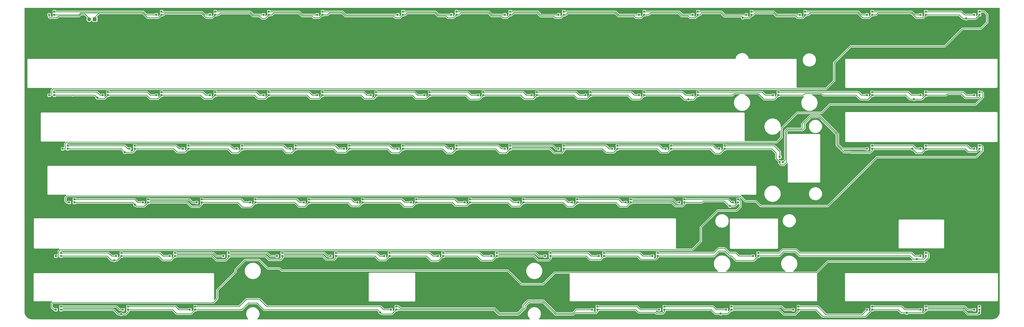
<source format=gtl>
G04 #@! TF.GenerationSoftware,KiCad,Pcbnew,(5.1.10)-1*
G04 #@! TF.CreationDate,2021-10-23T19:38:42+01:00*
G04 #@! TF.ProjectId,RGBSUB,52474253-5542-42e6-9b69-6361645f7063,Rev.1*
G04 #@! TF.SameCoordinates,Original*
G04 #@! TF.FileFunction,Copper,L1,Top*
G04 #@! TF.FilePolarity,Positive*
%FSLAX46Y46*%
G04 Gerber Fmt 4.6, Leading zero omitted, Abs format (unit mm)*
G04 Created by KiCad (PCBNEW (5.1.10)-1) date 2021-10-23 19:38:42*
%MOMM*%
%LPD*%
G01*
G04 APERTURE LIST*
G04 #@! TA.AperFunction,ComponentPad*
%ADD10O,1.350000X1.350000*%
G04 #@! TD*
G04 #@! TA.AperFunction,ComponentPad*
%ADD11R,1.350000X1.350000*%
G04 #@! TD*
G04 #@! TA.AperFunction,SMDPad,CuDef*
%ADD12R,0.700000X0.700000*%
G04 #@! TD*
G04 #@! TA.AperFunction,ViaPad*
%ADD13C,0.800000*%
G04 #@! TD*
G04 #@! TA.AperFunction,Conductor*
%ADD14C,0.250000*%
G04 #@! TD*
G04 #@! TA.AperFunction,Conductor*
%ADD15C,0.150000*%
G04 #@! TD*
G04 APERTURE END LIST*
D10*
X58050000Y-108950000D03*
X60050000Y-108950000D03*
D11*
X62050000Y-108950000D03*
D12*
X374447500Y-212090000D03*
X374447500Y-210990000D03*
X376277500Y-210990000D03*
X376277500Y-212090000D03*
X355397500Y-212090000D03*
X355397500Y-210990000D03*
X357227500Y-210990000D03*
X357227500Y-212090000D03*
X336347500Y-212090000D03*
X336347500Y-210990000D03*
X338177500Y-210990000D03*
X338177500Y-212090000D03*
X310153750Y-212090000D03*
X310153750Y-210990000D03*
X311983750Y-210990000D03*
X311983750Y-212090000D03*
X286341250Y-212090000D03*
X286341250Y-210990000D03*
X288171250Y-210990000D03*
X288171250Y-212090000D03*
X262528750Y-212090000D03*
X262528750Y-210990000D03*
X264358750Y-210990000D03*
X264358750Y-212090000D03*
X238716250Y-212090000D03*
X238716250Y-210990000D03*
X240546250Y-210990000D03*
X240546250Y-212090000D03*
X167278750Y-212090000D03*
X167278750Y-210990000D03*
X169108750Y-210990000D03*
X169108750Y-212090000D03*
X95841250Y-212090000D03*
X95841250Y-210990000D03*
X97671250Y-210990000D03*
X97671250Y-212090000D03*
X72028750Y-212090000D03*
X72028750Y-210990000D03*
X73858750Y-210990000D03*
X73858750Y-212090000D03*
X48216250Y-212090000D03*
X48216250Y-210990000D03*
X50046250Y-210990000D03*
X50046250Y-212090000D03*
X355397500Y-193040000D03*
X355397500Y-191940000D03*
X357227500Y-191940000D03*
X357227500Y-193040000D03*
X295866250Y-193040000D03*
X295866250Y-191940000D03*
X297696250Y-191940000D03*
X297696250Y-193040000D03*
X260147500Y-193040000D03*
X260147500Y-191940000D03*
X261977500Y-191940000D03*
X261977500Y-193040000D03*
X241097500Y-193040000D03*
X241097500Y-191940000D03*
X242927500Y-191940000D03*
X242927500Y-193040000D03*
X222047500Y-193040000D03*
X222047500Y-191940000D03*
X223877500Y-191940000D03*
X223877500Y-193040000D03*
X202997500Y-193040000D03*
X202997500Y-191940000D03*
X204827500Y-191940000D03*
X204827500Y-193040000D03*
X183947500Y-193040000D03*
X183947500Y-191940000D03*
X185777500Y-191940000D03*
X185777500Y-193040000D03*
X164897500Y-193040000D03*
X164897500Y-191940000D03*
X166727500Y-191940000D03*
X166727500Y-193040000D03*
X145847500Y-193040000D03*
X145847500Y-191940000D03*
X147677500Y-191940000D03*
X147677500Y-193040000D03*
X126797500Y-193040000D03*
X126797500Y-191940000D03*
X128627500Y-191940000D03*
X128627500Y-193040000D03*
X107747500Y-193040000D03*
X107747500Y-191940000D03*
X109577500Y-191940000D03*
X109577500Y-193040000D03*
X88697500Y-193040000D03*
X88697500Y-191940000D03*
X90527500Y-191940000D03*
X90527500Y-193040000D03*
X69647500Y-193040000D03*
X69647500Y-191940000D03*
X71477500Y-191940000D03*
X71477500Y-193040000D03*
X48216250Y-193040000D03*
X48216250Y-191940000D03*
X50046250Y-191940000D03*
X50046250Y-193040000D03*
X288722500Y-173990000D03*
X288722500Y-172890000D03*
X290552500Y-172890000D03*
X290552500Y-173990000D03*
X269672500Y-173990000D03*
X269672500Y-172890000D03*
X271502500Y-172890000D03*
X271502500Y-173990000D03*
X250622500Y-173990000D03*
X250622500Y-172890000D03*
X252452500Y-172890000D03*
X252452500Y-173990000D03*
X231572500Y-173990000D03*
X231572500Y-172890000D03*
X233402500Y-172890000D03*
X233402500Y-173990000D03*
X212522500Y-173990000D03*
X212522500Y-172890000D03*
X214352500Y-172890000D03*
X214352500Y-173990000D03*
X193472500Y-173990000D03*
X193472500Y-172890000D03*
X195302500Y-172890000D03*
X195302500Y-173990000D03*
X174422500Y-173990000D03*
X174422500Y-172890000D03*
X176252500Y-172890000D03*
X176252500Y-173990000D03*
X155372500Y-173990000D03*
X155372500Y-172890000D03*
X157202500Y-172890000D03*
X157202500Y-173990000D03*
X136322500Y-173990000D03*
X136322500Y-172890000D03*
X138152500Y-172890000D03*
X138152500Y-173990000D03*
X117272500Y-173990000D03*
X117272500Y-172890000D03*
X119102500Y-172890000D03*
X119102500Y-173990000D03*
X98222500Y-173990000D03*
X98222500Y-172890000D03*
X100052500Y-172890000D03*
X100052500Y-173990000D03*
X79172500Y-173990000D03*
X79172500Y-172890000D03*
X81002500Y-172890000D03*
X81002500Y-173990000D03*
X52978750Y-173990000D03*
X52978750Y-172890000D03*
X54808750Y-172890000D03*
X54808750Y-173990000D03*
X374447500Y-154940000D03*
X374447500Y-153840000D03*
X376277500Y-153840000D03*
X376277500Y-154940000D03*
X355397500Y-154940000D03*
X355397500Y-153840000D03*
X357227500Y-153840000D03*
X357227500Y-154940000D03*
X336347500Y-154940000D03*
X336347500Y-153840000D03*
X338177500Y-153840000D03*
X338177500Y-154940000D03*
X305375000Y-157815000D03*
X306475000Y-157815000D03*
X306475000Y-159645000D03*
X305375000Y-159645000D03*
X283960000Y-154940000D03*
X283960000Y-153840000D03*
X285790000Y-153840000D03*
X285790000Y-154940000D03*
X264910000Y-154940000D03*
X264910000Y-153840000D03*
X266740000Y-153840000D03*
X266740000Y-154940000D03*
X245860000Y-154940000D03*
X245860000Y-153840000D03*
X247690000Y-153840000D03*
X247690000Y-154940000D03*
X226810000Y-154940000D03*
X226810000Y-153840000D03*
X228640000Y-153840000D03*
X228640000Y-154940000D03*
X207760000Y-154940000D03*
X207760000Y-153840000D03*
X209590000Y-153840000D03*
X209590000Y-154940000D03*
X188710000Y-154940000D03*
X188710000Y-153840000D03*
X190540000Y-153840000D03*
X190540000Y-154940000D03*
X169660000Y-154940000D03*
X169660000Y-153840000D03*
X171490000Y-153840000D03*
X171490000Y-154940000D03*
X150610000Y-154940000D03*
X150610000Y-153840000D03*
X152440000Y-153840000D03*
X152440000Y-154940000D03*
X131560000Y-154940000D03*
X131560000Y-153840000D03*
X133390000Y-153840000D03*
X133390000Y-154940000D03*
X112510000Y-154940000D03*
X112510000Y-153840000D03*
X114340000Y-153840000D03*
X114340000Y-154940000D03*
X93460000Y-154940000D03*
X93460000Y-153840000D03*
X95290000Y-153840000D03*
X95290000Y-154940000D03*
X74410000Y-154940000D03*
X74410000Y-153840000D03*
X76240000Y-153840000D03*
X76240000Y-154940000D03*
X50597500Y-154940000D03*
X50597500Y-153840000D03*
X52427500Y-153840000D03*
X52427500Y-154940000D03*
X374447500Y-135890000D03*
X374447500Y-134790000D03*
X376277500Y-134790000D03*
X376277500Y-135890000D03*
X355397500Y-135890000D03*
X355397500Y-134790000D03*
X357227500Y-134790000D03*
X357227500Y-135890000D03*
X336347500Y-135890000D03*
X336347500Y-134790000D03*
X338177500Y-134790000D03*
X338177500Y-135890000D03*
X303010000Y-135890000D03*
X303010000Y-134790000D03*
X304840000Y-134790000D03*
X304840000Y-135890000D03*
X274435000Y-135890000D03*
X274435000Y-134790000D03*
X276265000Y-134790000D03*
X276265000Y-135890000D03*
X255385000Y-135890000D03*
X255385000Y-134790000D03*
X257215000Y-134790000D03*
X257215000Y-135890000D03*
X236335000Y-135890000D03*
X236335000Y-134790000D03*
X238165000Y-134790000D03*
X238165000Y-135890000D03*
X217285000Y-135890000D03*
X217285000Y-134790000D03*
X219115000Y-134790000D03*
X219115000Y-135890000D03*
X198235000Y-135890000D03*
X198235000Y-134790000D03*
X200065000Y-134790000D03*
X200065000Y-135890000D03*
X179185000Y-135890000D03*
X179185000Y-134790000D03*
X181015000Y-134790000D03*
X181015000Y-135890000D03*
X160135000Y-135890000D03*
X160135000Y-134790000D03*
X161965000Y-134790000D03*
X161965000Y-135890000D03*
X141085000Y-135890000D03*
X141085000Y-134790000D03*
X142915000Y-134790000D03*
X142915000Y-135890000D03*
X122035000Y-135890000D03*
X122035000Y-134790000D03*
X123865000Y-134790000D03*
X123865000Y-135890000D03*
X102985000Y-135890000D03*
X102985000Y-134790000D03*
X104815000Y-134790000D03*
X104815000Y-135890000D03*
X83935000Y-135890000D03*
X83935000Y-134790000D03*
X85765000Y-134790000D03*
X85765000Y-135890000D03*
X64885000Y-135890000D03*
X64885000Y-134790000D03*
X66715000Y-134790000D03*
X66715000Y-135890000D03*
X45835000Y-135890000D03*
X45835000Y-134790000D03*
X47665000Y-134790000D03*
X47665000Y-135890000D03*
X374447500Y-107315000D03*
X374447500Y-106215000D03*
X376277500Y-106215000D03*
X376277500Y-107315000D03*
X355397500Y-107315000D03*
X355397500Y-106215000D03*
X357227500Y-106215000D03*
X357227500Y-107315000D03*
X336347500Y-107315000D03*
X336347500Y-106215000D03*
X338177500Y-106215000D03*
X338177500Y-107315000D03*
X312535000Y-107315000D03*
X312535000Y-106215000D03*
X314365000Y-106215000D03*
X314365000Y-107315000D03*
X293485000Y-107315000D03*
X293485000Y-106215000D03*
X295315000Y-106215000D03*
X295315000Y-107315000D03*
X274435000Y-107315000D03*
X274435000Y-106215000D03*
X276265000Y-106215000D03*
X276265000Y-107315000D03*
X255385000Y-107315000D03*
X255385000Y-106215000D03*
X257215000Y-106215000D03*
X257215000Y-107315000D03*
X226810000Y-107315000D03*
X226810000Y-106215000D03*
X228640000Y-106215000D03*
X228640000Y-107315000D03*
X207760000Y-107315000D03*
X207760000Y-106215000D03*
X209590000Y-106215000D03*
X209590000Y-107315000D03*
X188710000Y-107315000D03*
X188710000Y-106215000D03*
X190540000Y-106215000D03*
X190540000Y-107315000D03*
X169660000Y-107315000D03*
X169660000Y-106215000D03*
X171490000Y-106215000D03*
X171490000Y-107315000D03*
X141085000Y-107315000D03*
X141085000Y-106215000D03*
X142915000Y-106215000D03*
X142915000Y-107315000D03*
X122035000Y-107315000D03*
X122035000Y-106215000D03*
X123865000Y-106215000D03*
X123865000Y-107315000D03*
X102985000Y-107315000D03*
X102985000Y-106215000D03*
X104815000Y-106215000D03*
X104815000Y-107315000D03*
X83935000Y-107315000D03*
X83935000Y-106215000D03*
X85765000Y-106215000D03*
X85765000Y-107315000D03*
X45835000Y-107315000D03*
X45835000Y-106215000D03*
X47665000Y-106215000D03*
X47665000Y-107315000D03*
D13*
X376187500Y-213217500D03*
X352405000Y-154940000D03*
X353050000Y-137280000D03*
X354040000Y-194140000D03*
X350445000Y-213210000D03*
X284350000Y-213480000D03*
X163475000Y-213055000D03*
X72710010Y-156160000D03*
X62925000Y-136805000D03*
X371575000Y-108680000D03*
X68960000Y-194570000D03*
X71415000Y-213690000D03*
X292200000Y-108380000D03*
X272901000Y-137380000D03*
X287635000Y-175270000D03*
X76340000Y-174840000D03*
D14*
X103750000Y-108380000D02*
X104815000Y-107315000D01*
X100013600Y-106830010D02*
X101563590Y-108380000D01*
X101563590Y-108380000D02*
X103750000Y-108380000D01*
X87000000Y-106830010D02*
X100013600Y-106830010D01*
X86515010Y-107315000D02*
X87000000Y-106830010D01*
X85765000Y-107315000D02*
X86515010Y-107315000D01*
X104815000Y-107315000D02*
X106065000Y-107315000D01*
X106065000Y-107315000D02*
X106600000Y-106780000D01*
X117163590Y-106780000D02*
X118148600Y-107765010D01*
X106600000Y-106780000D02*
X117163590Y-106780000D01*
X118148600Y-107765010D02*
X120585010Y-107765010D01*
X120585010Y-107765010D02*
X121400000Y-108580000D01*
X122600000Y-108580000D02*
X123865000Y-107315000D01*
X121400000Y-108580000D02*
X122600000Y-108580000D01*
X123865000Y-107315000D02*
X124950010Y-107315000D01*
X124950010Y-107315000D02*
X125600000Y-106665010D01*
X134448600Y-106665010D02*
X135548600Y-107765010D01*
X125600000Y-106665010D02*
X134448600Y-106665010D01*
X135548600Y-107765010D02*
X139185010Y-107765010D01*
X139185010Y-107765010D02*
X139800000Y-108380000D01*
X141850000Y-108380000D02*
X142915000Y-107315000D01*
X139800000Y-108380000D02*
X141850000Y-108380000D01*
X142915000Y-107315000D02*
X144750010Y-107315000D01*
X144750010Y-107315000D02*
X145400000Y-106665010D01*
X149848600Y-106665010D02*
X150948600Y-107765010D01*
X145400000Y-106665010D02*
X149848600Y-106665010D01*
X150948600Y-107765010D02*
X168185010Y-107765010D01*
X168185010Y-107765010D02*
X168800000Y-108380000D01*
X170425000Y-108380000D02*
X171490000Y-107315000D01*
X168800000Y-108380000D02*
X170425000Y-108380000D01*
X171490000Y-107315000D02*
X172350010Y-107315000D01*
X172350010Y-107315000D02*
X173000000Y-106665010D01*
X182848600Y-106665010D02*
X183963590Y-107780000D01*
X173000000Y-106665010D02*
X182848600Y-106665010D01*
X183963590Y-107780000D02*
X186800000Y-107780000D01*
X186800000Y-107780000D02*
X187400000Y-108380000D01*
X189475000Y-108380000D02*
X190540000Y-107315000D01*
X187400000Y-108380000D02*
X189475000Y-108380000D01*
X190540000Y-107315000D02*
X191350010Y-107315000D01*
X191350010Y-107315000D02*
X192000000Y-106665010D01*
X192000000Y-106665010D02*
X201848600Y-106665010D01*
X201848600Y-106665010D02*
X202948600Y-107765010D01*
X202948600Y-107765010D02*
X206385010Y-107765010D01*
X206385010Y-107765010D02*
X207000000Y-108380000D01*
X208525000Y-108380000D02*
X209590000Y-107315000D01*
X207000000Y-108380000D02*
X208525000Y-108380000D01*
X210190000Y-107315000D02*
X210839990Y-106665010D01*
X209590000Y-107315000D02*
X210190000Y-107315000D01*
X210839990Y-106665010D02*
X219248600Y-106665010D01*
X219248600Y-106665010D02*
X220413600Y-107830010D01*
X220413600Y-107830010D02*
X225050010Y-107830010D01*
X225050010Y-107830010D02*
X225600000Y-108380000D01*
X227575000Y-108380000D02*
X228640000Y-107315000D01*
X225600000Y-108380000D02*
X227575000Y-108380000D01*
X228640000Y-107315000D02*
X229350010Y-107315000D01*
X229350010Y-107315000D02*
X230000000Y-106665010D01*
X230000000Y-106665010D02*
X246848600Y-106665010D01*
X246848600Y-106665010D02*
X247948600Y-107765010D01*
X247948600Y-107765010D02*
X253585010Y-107765010D01*
X253585010Y-107765010D02*
X254200000Y-108380000D01*
X256150000Y-108380000D02*
X257215000Y-107315000D01*
X254200000Y-108380000D02*
X256150000Y-108380000D01*
X276265000Y-107515000D02*
X276265000Y-107315000D01*
X273400000Y-108380000D02*
X275400000Y-108380000D01*
X272785010Y-107765010D02*
X273400000Y-108380000D01*
X270385010Y-107765010D02*
X272785010Y-107765010D01*
X275400000Y-108380000D02*
X276265000Y-107515000D01*
X269285010Y-106665010D02*
X270385010Y-107765010D01*
X258750010Y-107315000D02*
X259400000Y-106665010D01*
X257215000Y-107315000D02*
X258750010Y-107315000D01*
X295315000Y-107665000D02*
X295315000Y-107315000D01*
X294600000Y-108380000D02*
X295315000Y-107665000D01*
X292200000Y-108380000D02*
X292200000Y-108380000D01*
X291650010Y-107830010D02*
X292200000Y-108380000D01*
X285613600Y-107830010D02*
X291650010Y-107830010D01*
X277600000Y-106665010D02*
X284448600Y-106665010D01*
X276950010Y-107315000D02*
X277600000Y-106665010D01*
X284448600Y-106665010D02*
X285613600Y-107830010D01*
X276265000Y-107315000D02*
X276950010Y-107315000D01*
X314365000Y-107615000D02*
X314365000Y-107315000D01*
X311600000Y-108380000D02*
X313600000Y-108380000D01*
X310985010Y-107765010D02*
X311600000Y-108380000D01*
X303163590Y-106780000D02*
X304148600Y-107765010D01*
X304148600Y-107765010D02*
X310985010Y-107765010D01*
X296485010Y-106780000D02*
X303163590Y-106780000D01*
X313600000Y-108380000D02*
X314365000Y-107615000D01*
X295950010Y-107315000D02*
X296485010Y-106780000D01*
X295315000Y-107315000D02*
X295950010Y-107315000D01*
X314365000Y-107315000D02*
X315550010Y-107315000D01*
X315550010Y-107315000D02*
X316200000Y-106665010D01*
X316200000Y-106665010D02*
X333048600Y-106665010D01*
X333048600Y-106665010D02*
X334763590Y-108380000D01*
X337112500Y-108380000D02*
X338177500Y-107315000D01*
X334763590Y-108380000D02*
X337112500Y-108380000D01*
X357227500Y-107552500D02*
X357227500Y-107315000D01*
X353763590Y-108380000D02*
X356400000Y-108380000D01*
X352048600Y-106665010D02*
X353763590Y-108380000D01*
X340200000Y-106665010D02*
X352048600Y-106665010D01*
X356400000Y-108380000D02*
X357227500Y-107552500D01*
X339550010Y-107315000D02*
X340200000Y-106665010D01*
X338177500Y-107315000D02*
X339550010Y-107315000D01*
X47665000Y-135890000D02*
X50890000Y-135890000D01*
X62010000Y-135890000D02*
X62925000Y-136805000D01*
X65525000Y-137080000D02*
X66715000Y-135890000D01*
X63200000Y-137080000D02*
X65525000Y-137080000D01*
X66715000Y-135890000D02*
X80410000Y-135890000D01*
X80410000Y-135890000D02*
X81700000Y-137180000D01*
X84475000Y-137180000D02*
X85765000Y-135890000D01*
X81700000Y-137180000D02*
X84475000Y-137180000D01*
X85765000Y-135890000D02*
X99610000Y-135890000D01*
X99610000Y-135890000D02*
X100800000Y-137080000D01*
X103625000Y-137080000D02*
X104815000Y-135890000D01*
X100800000Y-137080000D02*
X103625000Y-137080000D01*
X104815000Y-135890000D02*
X118710000Y-135890000D01*
X118710000Y-135890000D02*
X119900000Y-137080000D01*
X122675000Y-137080000D02*
X123865000Y-135890000D01*
X119900000Y-137080000D02*
X122675000Y-137080000D01*
X123865000Y-135890000D02*
X137410000Y-135890000D01*
X137410000Y-135890000D02*
X138600000Y-137080000D01*
X141725000Y-137080000D02*
X142915000Y-135890000D01*
X138600000Y-137080000D02*
X141725000Y-137080000D01*
X142915000Y-135890000D02*
X156610000Y-135890000D01*
X156610000Y-135890000D02*
X157800000Y-137080000D01*
X157800000Y-137080000D02*
X161100000Y-137080000D01*
X161965000Y-136215000D02*
X161965000Y-135890000D01*
X161100000Y-137080000D02*
X161965000Y-136215000D01*
X161965000Y-135890000D02*
X174810000Y-135890000D01*
X174810000Y-135890000D02*
X176000000Y-137080000D01*
X179825000Y-137080000D02*
X181015000Y-135890000D01*
X176000000Y-137080000D02*
X179825000Y-137080000D01*
X181015000Y-135890000D02*
X193810000Y-135890000D01*
X193810000Y-135890000D02*
X195200000Y-137280000D01*
X198675000Y-137280000D02*
X200065000Y-135890000D01*
X195200000Y-137280000D02*
X198675000Y-137280000D01*
X200065000Y-135890000D02*
X213310000Y-135890000D01*
X213310000Y-135890000D02*
X214600000Y-137180000D01*
X217825000Y-137180000D02*
X219115000Y-135890000D01*
X214600000Y-137180000D02*
X217825000Y-137180000D01*
X219115000Y-135890000D02*
X232210000Y-135890000D01*
X232210000Y-135890000D02*
X233400000Y-137080000D01*
X236975000Y-137080000D02*
X238165000Y-135890000D01*
X233400000Y-137080000D02*
X236975000Y-137080000D01*
X238165000Y-135890000D02*
X251410000Y-135890000D01*
X251410000Y-135890000D02*
X252800000Y-137280000D01*
X255825000Y-137280000D02*
X257215000Y-135890000D01*
X252800000Y-137280000D02*
X255825000Y-137280000D01*
X257215000Y-135890000D02*
X269910000Y-135890000D01*
X269910000Y-135890000D02*
X271400000Y-137380000D01*
X274775000Y-137380000D02*
X276265000Y-135890000D01*
X271400000Y-137380000D02*
X272901000Y-137380000D01*
X338177500Y-135890000D02*
X350110000Y-135890000D01*
X350110000Y-135890000D02*
X351500000Y-137280000D01*
X355837500Y-137280000D02*
X357227500Y-135890000D01*
X351500000Y-137280000D02*
X352875000Y-137280000D01*
X76240000Y-154940000D02*
X90120000Y-154940000D01*
X90120000Y-154940000D02*
X91280000Y-156100000D01*
X94130000Y-156100000D02*
X95290000Y-154940000D01*
X91280000Y-156100000D02*
X94130000Y-156100000D01*
X95290000Y-154940000D02*
X109350000Y-154940000D01*
X109350000Y-154940000D02*
X110750000Y-156340000D01*
X112940000Y-156340000D02*
X114340000Y-154940000D01*
X110750000Y-156340000D02*
X112940000Y-156340000D01*
X114340000Y-154940000D02*
X128600000Y-154940000D01*
X128600000Y-154940000D02*
X130000000Y-156340000D01*
X131990000Y-156340000D02*
X133390000Y-154940000D01*
X130000000Y-156340000D02*
X131990000Y-156340000D01*
X133390000Y-154940000D02*
X146860000Y-154940000D01*
X146860000Y-154940000D02*
X148150000Y-156230000D01*
X151150000Y-156230000D02*
X152440000Y-154940000D01*
X148150000Y-156230000D02*
X151150000Y-156230000D01*
X152440000Y-154940000D02*
X165990000Y-154940000D01*
X165990000Y-154940000D02*
X167430000Y-156380000D01*
X170050000Y-156380000D02*
X171490000Y-154940000D01*
X167430000Y-156380000D02*
X170050000Y-156380000D01*
X171490000Y-154940000D02*
X185590000Y-154940000D01*
X185590000Y-154940000D02*
X187090000Y-156440000D01*
X189040000Y-156440000D02*
X190540000Y-154940000D01*
X187090000Y-156440000D02*
X189040000Y-156440000D01*
X190540000Y-154940000D02*
X204430000Y-154940000D01*
X204430000Y-154940000D02*
X205890000Y-156400000D01*
X208130000Y-156400000D02*
X209590000Y-154940000D01*
X205890000Y-156400000D02*
X208130000Y-156400000D01*
X209590000Y-154940000D02*
X223700000Y-154940000D01*
X223700000Y-154940000D02*
X225170000Y-156410000D01*
X225170000Y-156410000D02*
X227900000Y-156410000D01*
X228640000Y-155670000D02*
X228640000Y-154940000D01*
X227900000Y-156410000D02*
X228640000Y-155670000D01*
X228640000Y-154940000D02*
X242390000Y-154940000D01*
X242390000Y-154940000D02*
X243630000Y-156180000D01*
X246450000Y-156180000D02*
X247690000Y-154940000D01*
X243630000Y-156180000D02*
X246450000Y-156180000D01*
X247690000Y-154940000D02*
X261890000Y-154940000D01*
X261890000Y-154940000D02*
X263190000Y-156240000D01*
X265440000Y-156240000D02*
X266740000Y-154940000D01*
X263190000Y-156240000D02*
X265440000Y-156240000D01*
X266740000Y-154940000D02*
X280700000Y-154940000D01*
X280700000Y-154940000D02*
X282320000Y-156560000D01*
X284170000Y-156560000D02*
X285790000Y-154940000D01*
X282320000Y-156560000D02*
X284170000Y-156560000D01*
X66380000Y-193040000D02*
X67910000Y-194570000D01*
X69947500Y-194570000D02*
X71477500Y-193040000D01*
X67910000Y-194570000D02*
X68960000Y-194570000D01*
X71477500Y-193040000D02*
X84690000Y-193040000D01*
X84690000Y-193040000D02*
X86150000Y-194500000D01*
X89067500Y-194500000D02*
X90527500Y-193040000D01*
X86150000Y-194500000D02*
X89067500Y-194500000D01*
X90527500Y-193040000D02*
X103710000Y-193040000D01*
X103710000Y-193040000D02*
X105220000Y-194550000D01*
X105220000Y-194550000D02*
X108500000Y-194550000D01*
X109577500Y-193472500D02*
X109577500Y-193040000D01*
X108500000Y-194550000D02*
X109577500Y-193472500D01*
X128627500Y-193752500D02*
X128627500Y-193040000D01*
X127970000Y-194410000D02*
X128627500Y-193752500D01*
X124000000Y-194410000D02*
X127970000Y-194410000D01*
X122630000Y-193040000D02*
X124000000Y-194410000D01*
X109577500Y-193040000D02*
X122630000Y-193040000D01*
X146970000Y-194340000D02*
X147677500Y-193632500D01*
X144330000Y-194340000D02*
X146970000Y-194340000D01*
X143030000Y-193040000D02*
X144330000Y-194340000D01*
X147677500Y-193632500D02*
X147677500Y-193040000D01*
X128627500Y-193040000D02*
X143030000Y-193040000D01*
X147677500Y-193040000D02*
X161610000Y-193040000D01*
X161610000Y-193040000D02*
X163010000Y-194440000D01*
X165327500Y-194440000D02*
X166727500Y-193040000D01*
X163010000Y-194440000D02*
X165327500Y-194440000D01*
X166727500Y-193040000D02*
X179860000Y-193040000D01*
X179860000Y-193040000D02*
X181550000Y-194730000D01*
X184087500Y-194730000D02*
X185777500Y-193040000D01*
X181550000Y-194730000D02*
X184087500Y-194730000D01*
X185777500Y-193040000D02*
X197820000Y-193040000D01*
X197820000Y-193040000D02*
X199310000Y-194530000D01*
X203337500Y-194530000D02*
X204827500Y-193040000D01*
X199310000Y-194530000D02*
X203337500Y-194530000D01*
X223200000Y-194590000D02*
X223877500Y-193912500D01*
X223877500Y-193912500D02*
X223877500Y-193040000D01*
X219560000Y-194590000D02*
X223200000Y-194590000D01*
X218010000Y-193040000D02*
X219560000Y-194590000D01*
X204827500Y-193040000D02*
X218010000Y-193040000D01*
X223877500Y-193040000D02*
X236620000Y-193040000D01*
X236620000Y-193040000D02*
X237910000Y-194330000D01*
X241637500Y-194330000D02*
X242927500Y-193040000D01*
X237910000Y-194330000D02*
X241637500Y-194330000D01*
X261977500Y-193522500D02*
X261977500Y-193040000D01*
X261330000Y-194170000D02*
X261977500Y-193522500D01*
X255960000Y-194170000D02*
X261330000Y-194170000D01*
X254830000Y-193040000D02*
X255960000Y-194170000D01*
X242927500Y-193040000D02*
X254830000Y-193040000D01*
X357227500Y-193040000D02*
X357227500Y-193392500D01*
X357227500Y-193392500D02*
X356480000Y-194140000D01*
X356480000Y-194140000D02*
X354040000Y-194140000D01*
X73858750Y-212921250D02*
X73858750Y-212090000D01*
X73090000Y-213690000D02*
X73858750Y-212921250D01*
X68700000Y-212090000D02*
X70300000Y-213690000D01*
X70300000Y-213690000D02*
X71415000Y-213690000D01*
X73858750Y-212090000D02*
X89730000Y-212090000D01*
X89730000Y-212090000D02*
X91120000Y-213480000D01*
X96281250Y-213480000D02*
X97671250Y-212090000D01*
X91120000Y-213480000D02*
X96281250Y-213480000D01*
X167588750Y-213610000D02*
X169108750Y-212090000D01*
X164030000Y-213610000D02*
X167588750Y-213610000D01*
X263750000Y-213460000D02*
X264358750Y-212851250D01*
X261580000Y-213460000D02*
X263750000Y-213460000D01*
X261150000Y-213030000D02*
X261580000Y-213460000D01*
X255140000Y-213030000D02*
X261150000Y-213030000D01*
X254200000Y-212090000D02*
X255140000Y-213030000D01*
X264358750Y-212851250D02*
X264358750Y-212090000D01*
X240546250Y-212090000D02*
X254200000Y-212090000D01*
X264358750Y-212090000D02*
X281050000Y-212090000D01*
X281050000Y-212090000D02*
X282440000Y-213480000D01*
X286781250Y-213480000D02*
X288171250Y-212090000D01*
X282440000Y-213480000D02*
X284350000Y-213480000D01*
X288171250Y-212090000D02*
X305160000Y-212090000D01*
X305160000Y-212090000D02*
X306860000Y-213790000D01*
X306860000Y-213790000D02*
X310790000Y-213790000D01*
X311983750Y-212596250D02*
X311983750Y-212090000D01*
X310790000Y-213790000D02*
X311983750Y-212596250D01*
X357227500Y-212352500D02*
X357227500Y-212090000D01*
X348510000Y-213210000D02*
X350445000Y-213210000D01*
X347390000Y-212090000D02*
X348510000Y-213210000D01*
X356370000Y-213210000D02*
X357227500Y-212352500D01*
X338177500Y-212090000D02*
X347390000Y-212090000D01*
X376277500Y-213127500D02*
X376277500Y-212090000D01*
X375695000Y-213710000D02*
X376187500Y-213217500D01*
X372090000Y-213710000D02*
X375695000Y-213710000D01*
X370470000Y-212090000D02*
X372090000Y-213710000D01*
X357227500Y-212090000D02*
X370470000Y-212090000D01*
X376187500Y-213217500D02*
X376277500Y-213127500D01*
X354040000Y-194140000D02*
X354040000Y-194140000D01*
X335837500Y-214430000D02*
X338177500Y-212090000D01*
X320550000Y-214430000D02*
X335837500Y-214430000D01*
X318210000Y-212090000D02*
X320550000Y-214430000D01*
X311983750Y-212090000D02*
X318210000Y-212090000D01*
X338177500Y-154940000D02*
X352405000Y-154940000D01*
X352405000Y-154940000D02*
X353845000Y-156380000D01*
X357227500Y-154940000D02*
X355787500Y-156380000D01*
X355787500Y-156380000D02*
X353845000Y-156380000D01*
X352875000Y-137280000D02*
X353050000Y-137280000D01*
X376277500Y-107315000D02*
X374912500Y-108680000D01*
X374912500Y-108680000D02*
X374150000Y-108680000D01*
X370450000Y-108680000D02*
X371575000Y-108680000D01*
X369085000Y-107315000D02*
X370450000Y-108680000D01*
X352405000Y-154940000D02*
X352405000Y-154940000D01*
X353050000Y-137280000D02*
X355837500Y-137280000D01*
X350445000Y-213210000D02*
X356370000Y-213210000D01*
X284350000Y-213480000D02*
X286781250Y-213480000D01*
X163475000Y-213055000D02*
X164030000Y-213610000D01*
X76240000Y-155540000D02*
X75620000Y-156160000D01*
X76240000Y-154940000D02*
X76240000Y-155540000D01*
X71490010Y-154940000D02*
X72710010Y-156160000D01*
X75620000Y-156160000D02*
X72710010Y-156160000D01*
X62925000Y-136805000D02*
X63200000Y-137080000D01*
X371575000Y-108680000D02*
X374150000Y-108680000D01*
X47665000Y-107315000D02*
X56335000Y-107315000D01*
X80763590Y-108380000D02*
X79048600Y-106665010D01*
X84700000Y-108380000D02*
X80763590Y-108380000D01*
X85765000Y-107315000D02*
X84700000Y-108380000D01*
X56984990Y-106665010D02*
X56335000Y-107315000D01*
X63589990Y-106665010D02*
X56984990Y-106665010D01*
X79048600Y-106665010D02*
X63589990Y-106665010D01*
X61975000Y-108280000D02*
X61975000Y-108530000D01*
X63589990Y-106665010D02*
X61975000Y-108280000D01*
X364185000Y-107315000D02*
X369085000Y-107315000D01*
X357227500Y-107315000D02*
X364185000Y-107315000D01*
X259400000Y-106665010D02*
X269285010Y-106665010D01*
X68960000Y-194570000D02*
X69947500Y-194570000D01*
X71415000Y-213690000D02*
X73090000Y-213690000D01*
X54250000Y-136030000D02*
X54110000Y-135890000D01*
X54110000Y-135890000D02*
X62010000Y-135890000D01*
X50890000Y-135890000D02*
X54110000Y-135890000D01*
X357227500Y-135890000D02*
X364410000Y-135890000D01*
X376277500Y-136352500D02*
X376277500Y-135890000D01*
X375800000Y-136830000D02*
X376277500Y-136352500D01*
X371150000Y-136830000D02*
X375800000Y-136830000D01*
X369700000Y-135380000D02*
X371150000Y-136830000D01*
X364920000Y-135380000D02*
X369700000Y-135380000D01*
X364410000Y-135890000D02*
X364920000Y-135380000D01*
X62960000Y-154940000D02*
X71490010Y-154940000D01*
X52427500Y-154940000D02*
X62960000Y-154940000D01*
X58710000Y-193040000D02*
X66380000Y-193040000D01*
X50046250Y-193040000D02*
X58710000Y-193040000D01*
X58040000Y-212090000D02*
X68700000Y-212090000D01*
X50046250Y-212090000D02*
X58040000Y-212090000D01*
X285790000Y-154940000D02*
X302560000Y-154940000D01*
X302560000Y-154940000D02*
X304100000Y-156480000D01*
X304100000Y-158370000D02*
X305375000Y-159645000D01*
X304100000Y-156480000D02*
X304100000Y-158370000D01*
X162510000Y-212090000D02*
X163475000Y-213055000D01*
X119700000Y-209710000D02*
X122080000Y-212090000D01*
X122080000Y-212090000D02*
X162510000Y-212090000D01*
X116590000Y-209710000D02*
X119700000Y-209710000D01*
X114210000Y-212090000D02*
X116590000Y-209710000D01*
X97671250Y-212090000D02*
X114210000Y-212090000D01*
X240100000Y-213180000D02*
X240546250Y-212733750D01*
X221213600Y-209330010D02*
X225663589Y-213779999D01*
X214940000Y-210650000D02*
X216259990Y-209330010D01*
X240546250Y-212733750D02*
X240546250Y-212090000D01*
X214940000Y-211406410D02*
X214940000Y-210650000D01*
X232020001Y-213779999D02*
X232620000Y-213180000D01*
X216259990Y-209330010D02*
X221213600Y-209330010D01*
X212566411Y-213779999D02*
X214940000Y-211406410D01*
X205600000Y-213780000D02*
X212566411Y-213779999D01*
X232620000Y-213180000D02*
X240100000Y-213180000D01*
X225663589Y-213779999D02*
X232020001Y-213779999D01*
X203910000Y-212090000D02*
X205600000Y-213780000D01*
X169108750Y-212090000D02*
X203910000Y-212090000D01*
X289800000Y-194600000D02*
X296136250Y-194600000D01*
X288240000Y-193040000D02*
X289800000Y-194600000D01*
X287670000Y-193040000D02*
X288240000Y-193040000D01*
X296136250Y-194600000D02*
X297696250Y-193040000D01*
X285840000Y-191210000D02*
X287670000Y-193040000D01*
X283750000Y-191210000D02*
X285840000Y-191210000D01*
X281920000Y-193040000D02*
X283750000Y-191210000D01*
X261977500Y-193040000D02*
X281920000Y-193040000D01*
X352820000Y-194140000D02*
X354040000Y-194140000D01*
X312340000Y-192930000D02*
X351610000Y-192930000D01*
X310830000Y-191420000D02*
X312340000Y-192930000D01*
X351610000Y-192930000D02*
X352820000Y-194140000D01*
X306780000Y-191420000D02*
X310830000Y-191420000D01*
X305270000Y-192930000D02*
X306780000Y-191420000D01*
X297806250Y-192930000D02*
X305270000Y-192930000D01*
X297696250Y-193040000D02*
X297806250Y-192930000D01*
X337500000Y-156280000D02*
X338177500Y-155602500D01*
X330610000Y-156280000D02*
X337500000Y-156280000D01*
X330470000Y-156140000D02*
X330610000Y-156280000D01*
X328123590Y-156140000D02*
X330470000Y-156140000D01*
X305710000Y-160580000D02*
X306900000Y-160580000D01*
X306900000Y-160580000D02*
X307750011Y-159729989D01*
X307750011Y-159729989D02*
X307750011Y-148729989D01*
X325579990Y-153596400D02*
X328123590Y-156140000D01*
X305375000Y-159645000D02*
X305375000Y-160245000D01*
X307750011Y-148729989D02*
X308210000Y-148270000D01*
X316416400Y-143620010D02*
X319333600Y-143620010D01*
X308210000Y-148270000D02*
X313516410Y-148270000D01*
X338177500Y-155602500D02*
X338177500Y-154940000D01*
X314160000Y-147626410D02*
X314160000Y-145876410D01*
X305375000Y-160245000D02*
X305710000Y-160580000D01*
X313516410Y-148270000D02*
X314160000Y-147626410D01*
X314160000Y-145876410D02*
X316416400Y-143620010D01*
X319333600Y-143620010D02*
X325579990Y-149866400D01*
X325579990Y-149866400D02*
X325579990Y-153596400D01*
X336787500Y-137280000D02*
X338177500Y-135890000D01*
X333900000Y-137280000D02*
X336787500Y-137280000D01*
X332510000Y-135890000D02*
X333900000Y-137280000D01*
X320770000Y-135890000D02*
X332510000Y-135890000D01*
X314319990Y-135240010D02*
X320120010Y-135240010D01*
X313670000Y-135890000D02*
X314319990Y-135240010D01*
X320120010Y-135240010D02*
X320770000Y-135890000D01*
X304840000Y-135890000D02*
X313670000Y-135890000D01*
X303450000Y-137280000D02*
X304840000Y-135890000D01*
X299700000Y-137280000D02*
X303450000Y-137280000D01*
X289179990Y-135240010D02*
X297660010Y-135240010D01*
X297660010Y-135240010D02*
X299700000Y-137280000D01*
X288530000Y-135890000D02*
X289179990Y-135240010D01*
X276265000Y-135890000D02*
X288530000Y-135890000D01*
X375287511Y-155929989D02*
X376277500Y-154940000D01*
X372229989Y-155929989D02*
X375287511Y-155929989D01*
X371240000Y-154940000D02*
X372229989Y-155929989D01*
X357227500Y-154940000D02*
X371240000Y-154940000D01*
X292200000Y-108380000D02*
X294600000Y-108380000D01*
X272901000Y-137380000D02*
X274775000Y-137380000D01*
X47665000Y-106215000D02*
X79235000Y-106215000D01*
X80335000Y-107315000D02*
X83935000Y-107315000D01*
X79235000Y-106215000D02*
X80335000Y-107315000D01*
X101135000Y-107315000D02*
X102985000Y-107315000D01*
X100200000Y-106380000D02*
X101135000Y-107315000D01*
X85930000Y-106380000D02*
X100200000Y-106380000D01*
X85765000Y-106215000D02*
X85930000Y-106380000D01*
X104815000Y-106215000D02*
X117235000Y-106215000D01*
X118335000Y-107315000D02*
X122035000Y-107315000D01*
X117235000Y-106215000D02*
X118335000Y-107315000D01*
X123865000Y-106215000D02*
X134635000Y-106215000D01*
X135735000Y-107315000D02*
X141085000Y-107315000D01*
X134635000Y-106215000D02*
X135735000Y-107315000D01*
X169660000Y-107315000D02*
X151135000Y-107315000D01*
X150035000Y-106215000D02*
X142915000Y-106215000D01*
X151135000Y-107315000D02*
X150035000Y-106215000D01*
X171490000Y-106215000D02*
X183035000Y-106215000D01*
X184135000Y-107315000D02*
X188710000Y-107315000D01*
X183035000Y-106215000D02*
X184135000Y-107315000D01*
X190540000Y-106215000D02*
X202035000Y-106215000D01*
X203135000Y-107315000D02*
X207760000Y-107315000D01*
X202035000Y-106215000D02*
X203135000Y-107315000D01*
X209590000Y-106215000D02*
X219435000Y-106215000D01*
X219435000Y-106215000D02*
X220600000Y-107380000D01*
X226745000Y-107380000D02*
X226810000Y-107315000D01*
X220600000Y-107380000D02*
X226745000Y-107380000D01*
X228640000Y-106215000D02*
X247035000Y-106215000D01*
X248135000Y-107315000D02*
X255385000Y-107315000D01*
X247035000Y-106215000D02*
X248135000Y-107315000D01*
X257215000Y-106215000D02*
X269635000Y-106215000D01*
X270735000Y-107315000D02*
X274435000Y-107315000D01*
X269635000Y-106215000D02*
X270735000Y-107315000D01*
X276265000Y-106215000D02*
X284635000Y-106215000D01*
X284635000Y-106215000D02*
X285800000Y-107380000D01*
X293420000Y-107380000D02*
X293485000Y-107315000D01*
X285800000Y-107380000D02*
X293420000Y-107380000D01*
X295315000Y-106215000D02*
X303235000Y-106215000D01*
X304335000Y-107315000D02*
X312535000Y-107315000D01*
X303235000Y-106215000D02*
X304335000Y-107315000D01*
X314365000Y-106215000D02*
X333235000Y-106215000D01*
X334335000Y-107315000D02*
X336347500Y-107315000D01*
X333235000Y-106215000D02*
X334335000Y-107315000D01*
X338177500Y-106215000D02*
X352235000Y-106215000D01*
X353335000Y-107315000D02*
X355397500Y-107315000D01*
X352235000Y-106215000D02*
X353335000Y-107315000D01*
X357227500Y-106215000D02*
X369835000Y-106215000D01*
X370935000Y-107315000D02*
X374447500Y-107315000D01*
X369835000Y-106215000D02*
X370935000Y-107315000D01*
X63910000Y-135890000D02*
X64885000Y-135890000D01*
X62810000Y-134790000D02*
X63910000Y-135890000D01*
X47665000Y-134790000D02*
X62810000Y-134790000D01*
X66715000Y-134790000D02*
X80610000Y-134790000D01*
X81710000Y-135890000D02*
X83935000Y-135890000D01*
X80610000Y-134790000D02*
X81710000Y-135890000D01*
X101510000Y-135890000D02*
X102985000Y-135890000D01*
X100410000Y-134790000D02*
X101510000Y-135890000D01*
X85765000Y-134790000D02*
X100410000Y-134790000D01*
X104815000Y-134790000D02*
X119410000Y-134790000D01*
X120510000Y-135890000D02*
X122035000Y-135890000D01*
X119410000Y-134790000D02*
X120510000Y-135890000D01*
X123865000Y-134790000D02*
X138210000Y-134790000D01*
X139310000Y-135890000D02*
X141085000Y-135890000D01*
X138210000Y-134790000D02*
X139310000Y-135890000D01*
X142915000Y-134790000D02*
X157610000Y-134790000D01*
X158710000Y-135890000D02*
X160135000Y-135890000D01*
X157610000Y-134790000D02*
X158710000Y-135890000D01*
X161965000Y-134790000D02*
X175610000Y-134790000D01*
X176710000Y-135890000D02*
X179185000Y-135890000D01*
X175610000Y-134790000D02*
X176710000Y-135890000D01*
X181015000Y-134790000D02*
X194610000Y-134790000D01*
X195710000Y-135890000D02*
X198235000Y-135890000D01*
X194610000Y-134790000D02*
X195710000Y-135890000D01*
X200065000Y-134790000D02*
X214210000Y-134790000D01*
X215310000Y-135890000D02*
X217285000Y-135890000D01*
X214210000Y-134790000D02*
X215310000Y-135890000D01*
X219115000Y-134790000D02*
X233010000Y-134790000D01*
X234110000Y-135890000D02*
X236335000Y-135890000D01*
X233010000Y-134790000D02*
X234110000Y-135890000D01*
X238165000Y-134790000D02*
X252610000Y-134790000D01*
X253710000Y-135890000D02*
X255385000Y-135890000D01*
X252610000Y-134790000D02*
X253710000Y-135890000D01*
X257215000Y-134790000D02*
X270810000Y-134790000D01*
X271910000Y-135890000D02*
X274435000Y-135890000D01*
X270810000Y-134790000D02*
X271910000Y-135890000D01*
X300210000Y-135890000D02*
X303010000Y-135890000D01*
X299110000Y-134790000D02*
X300210000Y-135890000D01*
X276265000Y-134790000D02*
X299110000Y-134790000D01*
X304840000Y-134790000D02*
X333310000Y-134790000D01*
X334410000Y-135890000D02*
X336347500Y-135890000D01*
X333310000Y-134790000D02*
X334410000Y-135890000D01*
X338177500Y-134790000D02*
X351010000Y-134790000D01*
X352110000Y-135890000D02*
X355397500Y-135890000D01*
X351010000Y-134790000D02*
X352110000Y-135890000D01*
X371610000Y-135890000D02*
X374447500Y-135890000D01*
X370510000Y-134790000D02*
X371610000Y-135890000D01*
X357227500Y-134790000D02*
X370510000Y-134790000D01*
X72710000Y-153840000D02*
X73810000Y-154940000D01*
X52427500Y-153840000D02*
X72710000Y-153840000D01*
X73810000Y-154940000D02*
X74410000Y-154940000D01*
X76240000Y-153840000D02*
X90960000Y-153840000D01*
X92060000Y-154940000D02*
X93460000Y-154940000D01*
X90960000Y-153840000D02*
X92060000Y-154940000D01*
X95290000Y-153840000D02*
X110160000Y-153840000D01*
X111260000Y-154940000D02*
X112510000Y-154940000D01*
X110160000Y-153840000D02*
X111260000Y-154940000D01*
X114340000Y-153840000D02*
X129110000Y-153840000D01*
X130210000Y-154940000D02*
X131560000Y-154940000D01*
X129110000Y-153840000D02*
X130210000Y-154940000D01*
X133390000Y-153840000D02*
X147490000Y-153840000D01*
X148590000Y-154940000D02*
X150610000Y-154940000D01*
X147490000Y-153840000D02*
X148590000Y-154940000D01*
X152440000Y-153840000D02*
X166780000Y-153840000D01*
X167880000Y-154940000D02*
X169660000Y-154940000D01*
X166780000Y-153840000D02*
X167880000Y-154940000D01*
X171490000Y-153840000D02*
X186480000Y-153840000D01*
X187580000Y-154940000D02*
X188710000Y-154940000D01*
X186480000Y-153840000D02*
X187580000Y-154940000D01*
X190540000Y-153840000D02*
X205420000Y-153840000D01*
X206520000Y-154940000D02*
X207760000Y-154940000D01*
X205420000Y-153840000D02*
X206520000Y-154940000D01*
X209590000Y-153840000D02*
X224820000Y-153840000D01*
X225920000Y-154940000D02*
X226810000Y-154940000D01*
X224820000Y-153840000D02*
X225920000Y-154940000D01*
X228640000Y-153840000D02*
X243640000Y-153840000D01*
X244740000Y-154940000D02*
X245860000Y-154940000D01*
X243640000Y-153840000D02*
X244740000Y-154940000D01*
X247690000Y-153840000D02*
X262670000Y-153840000D01*
X263770000Y-154940000D02*
X264910000Y-154940000D01*
X262670000Y-153840000D02*
X263770000Y-154940000D01*
X266740000Y-153840000D02*
X281690000Y-153840000D01*
X282790000Y-154940000D02*
X283960000Y-154940000D01*
X281690000Y-153840000D02*
X282790000Y-154940000D01*
X305375000Y-157815000D02*
X305375000Y-155855000D01*
X303360000Y-153840000D02*
X285790000Y-153840000D01*
X305375000Y-155855000D02*
X303360000Y-153840000D01*
X326030000Y-153410000D02*
X327560000Y-154940000D01*
X326030000Y-149680000D02*
X326030000Y-153410000D01*
X319520000Y-143170000D02*
X326030000Y-149680000D01*
X316230000Y-143170000D02*
X319520000Y-143170000D01*
X313330000Y-146070000D02*
X316230000Y-143170000D01*
X327560000Y-154940000D02*
X335747500Y-154940000D01*
X313330000Y-147820000D02*
X313330000Y-146070000D01*
X335747500Y-154940000D02*
X336347500Y-154940000D01*
X307970000Y-147820000D02*
X313330000Y-147820000D01*
X307300000Y-148490000D02*
X307970000Y-147820000D01*
X307300000Y-158820000D02*
X307300000Y-148490000D01*
X306475000Y-159645000D02*
X307300000Y-158820000D01*
X338177500Y-153840000D02*
X352720000Y-153840000D01*
X353820000Y-154940000D02*
X355397500Y-154940000D01*
X352720000Y-153840000D02*
X353820000Y-154940000D01*
X357227500Y-153840000D02*
X372000000Y-153840000D01*
X373100000Y-154940000D02*
X374447500Y-154940000D01*
X372000000Y-153840000D02*
X373100000Y-154940000D01*
X54808750Y-172890000D02*
X76210000Y-172890000D01*
X77310000Y-173990000D02*
X79172500Y-173990000D01*
X76210000Y-172890000D02*
X77310000Y-173990000D01*
X81002500Y-172890000D02*
X95560000Y-172890000D01*
X96660000Y-173990000D02*
X98222500Y-173990000D01*
X95560000Y-172890000D02*
X96660000Y-173990000D01*
X100052500Y-172890000D02*
X114010000Y-172890000D01*
X115110000Y-173990000D02*
X117272500Y-173990000D01*
X114010000Y-172890000D02*
X115110000Y-173990000D01*
X119102500Y-172890000D02*
X133680000Y-172890000D01*
X134780000Y-173990000D02*
X136322500Y-173990000D01*
X133680000Y-172890000D02*
X134780000Y-173990000D01*
X138152500Y-172890000D02*
X153110000Y-172890000D01*
X154210000Y-173990000D02*
X155372500Y-173990000D01*
X153110000Y-172890000D02*
X154210000Y-173990000D01*
X157202500Y-172890000D02*
X171080000Y-172890000D01*
X172180000Y-173990000D02*
X174422500Y-173990000D01*
X171080000Y-172890000D02*
X172180000Y-173990000D01*
X176252500Y-172890000D02*
X189880000Y-172890000D01*
X190980000Y-173990000D02*
X193472500Y-173990000D01*
X189880000Y-172890000D02*
X190980000Y-173990000D01*
X195302500Y-172890000D02*
X209550000Y-172890000D01*
X210650000Y-173990000D02*
X212522500Y-173990000D01*
X209550000Y-172890000D02*
X210650000Y-173990000D01*
X214352500Y-172890000D02*
X229030000Y-172890000D01*
X230130000Y-173990000D02*
X231572500Y-173990000D01*
X229030000Y-172890000D02*
X230130000Y-173990000D01*
X249250000Y-173990000D02*
X250622500Y-173990000D01*
X248150000Y-172890000D02*
X249250000Y-173990000D01*
X233402500Y-172890000D02*
X248150000Y-172890000D01*
X252452500Y-172890000D02*
X267420000Y-172890000D01*
X268520000Y-173990000D02*
X269672500Y-173990000D01*
X267420000Y-172890000D02*
X268520000Y-173990000D01*
X271502500Y-172890000D02*
X287022500Y-172890000D01*
X287022500Y-172890000D02*
X288122500Y-173990000D01*
X288122500Y-173990000D02*
X288722500Y-173990000D01*
X68030000Y-193040000D02*
X69647500Y-193040000D01*
X66930000Y-191940000D02*
X68030000Y-193040000D01*
X50046250Y-191940000D02*
X66930000Y-191940000D01*
X71477500Y-191940000D02*
X85160000Y-191940000D01*
X86260000Y-193040000D02*
X88697500Y-193040000D01*
X85160000Y-191940000D02*
X86260000Y-193040000D01*
X90527500Y-191940000D02*
X104180000Y-191940000D01*
X105280000Y-193040000D02*
X107747500Y-193040000D01*
X104180000Y-191940000D02*
X105280000Y-193040000D01*
X109577500Y-191940000D02*
X123320000Y-191940000D01*
X124420000Y-193040000D02*
X126797500Y-193040000D01*
X123320000Y-191940000D02*
X124420000Y-193040000D01*
X144710000Y-193040000D02*
X145847500Y-193040000D01*
X143610000Y-191940000D02*
X144710000Y-193040000D01*
X128627500Y-191940000D02*
X143610000Y-191940000D01*
X147677500Y-191940000D02*
X162150000Y-191940000D01*
X162150000Y-191940000D02*
X163320000Y-193110000D01*
X164827500Y-193110000D02*
X164897500Y-193040000D01*
X163320000Y-193110000D02*
X164827500Y-193110000D01*
X166727500Y-191940000D02*
X181040000Y-191940000D01*
X182140000Y-193040000D02*
X183947500Y-193040000D01*
X181040000Y-191940000D02*
X182140000Y-193040000D01*
X185777500Y-191940000D02*
X198740000Y-191940000D01*
X199840000Y-193040000D02*
X202997500Y-193040000D01*
X198740000Y-191940000D02*
X199840000Y-193040000D01*
X204827500Y-191940000D02*
X218730000Y-191940000D01*
X219830000Y-193040000D02*
X222047500Y-193040000D01*
X218730000Y-191940000D02*
X219830000Y-193040000D01*
X223877500Y-191940000D02*
X237220000Y-191940000D01*
X238320000Y-193040000D02*
X241097500Y-193040000D01*
X237220000Y-191940000D02*
X238320000Y-193040000D01*
X242927500Y-191940000D02*
X255630000Y-191940000D01*
X256730000Y-193040000D02*
X260147500Y-193040000D01*
X255630000Y-191940000D02*
X256730000Y-193040000D01*
X290840000Y-193040000D02*
X295866250Y-193040000D01*
X289740000Y-191940000D02*
X290840000Y-193040000D01*
X287440000Y-191940000D02*
X289740000Y-191940000D01*
X285760000Y-190260000D02*
X287440000Y-191940000D01*
X281940000Y-191940000D02*
X283620000Y-190260000D01*
X283620000Y-190260000D02*
X285760000Y-190260000D01*
X261977500Y-191940000D02*
X281940000Y-191940000D01*
X305140000Y-191940000D02*
X297696250Y-191940000D01*
X312430000Y-191910000D02*
X311280000Y-190760000D01*
X312430000Y-191940000D02*
X312430000Y-191910000D01*
X306320000Y-190760000D02*
X305140000Y-191940000D01*
X352200000Y-191940000D02*
X312430000Y-191940000D01*
X311280000Y-190760000D02*
X306320000Y-190760000D01*
X353300000Y-193040000D02*
X352200000Y-191940000D01*
X355397500Y-193040000D02*
X353300000Y-193040000D01*
X50046250Y-210990000D02*
X69760000Y-210990000D01*
X70860000Y-212090000D02*
X72028750Y-212090000D01*
X69760000Y-210990000D02*
X70860000Y-212090000D01*
X73858750Y-210990000D02*
X90800000Y-210990000D01*
X91900000Y-212090000D02*
X95841250Y-212090000D01*
X90800000Y-210990000D02*
X91900000Y-212090000D01*
X164670000Y-212090000D02*
X167278750Y-212090000D01*
X163570000Y-210990000D02*
X164670000Y-212090000D01*
X123170000Y-210990000D02*
X163570000Y-210990000D01*
X120510000Y-208330000D02*
X123170000Y-210990000D01*
X115950000Y-208330000D02*
X120510000Y-208330000D01*
X113290000Y-210990000D02*
X115950000Y-208330000D01*
X97671250Y-210990000D02*
X113290000Y-210990000D01*
X231833600Y-213329990D02*
X233073590Y-212090000D01*
X225849990Y-213329990D02*
X231833600Y-213329990D01*
X212380010Y-213329990D02*
X214280000Y-211430000D01*
X215850000Y-208880000D02*
X221400000Y-208880000D01*
X214280000Y-210450000D02*
X215850000Y-208880000D01*
X205786400Y-213329990D02*
X212380010Y-213329990D01*
X233073590Y-212090000D02*
X238716250Y-212090000D01*
X221400000Y-208880000D02*
X225849990Y-213329990D01*
X204096400Y-211639990D02*
X205786400Y-213329990D01*
X170659990Y-211639990D02*
X204096400Y-211639990D01*
X214280000Y-211430000D02*
X214280000Y-210450000D01*
X170010000Y-210990000D02*
X170659990Y-211639990D01*
X169108750Y-210990000D02*
X170010000Y-210990000D01*
X240546250Y-210990000D02*
X254700000Y-210990000D01*
X255800000Y-212090000D02*
X262528750Y-212090000D01*
X254700000Y-210990000D02*
X255800000Y-212090000D01*
X264358750Y-210990000D02*
X281700000Y-210990000D01*
X282800000Y-212090000D02*
X286341250Y-212090000D01*
X281700000Y-210990000D02*
X282800000Y-212090000D01*
X288171250Y-210990000D02*
X305980000Y-210990000D01*
X307080000Y-212090000D02*
X310153750Y-212090000D01*
X305980000Y-210990000D02*
X307080000Y-212090000D01*
X321800000Y-213830000D02*
X334607500Y-213830000D01*
X318960000Y-210990000D02*
X321800000Y-213830000D01*
X334607500Y-213830000D02*
X336347500Y-212090000D01*
X311983750Y-210990000D02*
X318960000Y-210990000D01*
X338177500Y-210990000D02*
X348710000Y-210990000D01*
X348710000Y-210990000D02*
X349810000Y-212090000D01*
X355397500Y-212090000D02*
X349810000Y-212090000D01*
X357227500Y-210990000D02*
X370990000Y-210990000D01*
X372090000Y-212090000D02*
X374447500Y-212090000D01*
X370990000Y-210990000D02*
X372090000Y-212090000D01*
X46000000Y-108380000D02*
X45835000Y-108215000D01*
X48600000Y-108380000D02*
X46000000Y-108380000D01*
X49214990Y-107765010D02*
X48600000Y-108380000D01*
X45835000Y-108215000D02*
X45835000Y-107315000D01*
X53235010Y-107765010D02*
X49214990Y-107765010D01*
X53560010Y-107765010D02*
X56521401Y-107765009D01*
X53235010Y-107765010D02*
X53560010Y-107765010D01*
X53560010Y-107765010D02*
X55185010Y-107765010D01*
X56521401Y-107765009D02*
X57171390Y-107115020D01*
X58560020Y-107115020D02*
X59975000Y-108530000D01*
X57171390Y-107115020D02*
X58560020Y-107115020D01*
X376312500Y-106180000D02*
X376277500Y-106215000D01*
X379040000Y-107220000D02*
X378000000Y-106180000D01*
X45835000Y-135890000D02*
X46380000Y-135890000D01*
X370280000Y-112240000D02*
X376790000Y-112240000D01*
X46760000Y-134120000D02*
X47320000Y-133560000D01*
X379040000Y-109990000D02*
X379040000Y-107220000D01*
X47320000Y-133560000D02*
X321820000Y-133560000D01*
X324630000Y-130750000D02*
X324630000Y-124400000D01*
X321820000Y-133560000D02*
X324630000Y-130750000D01*
X324630000Y-124400000D02*
X330520000Y-118510000D01*
X378000000Y-106180000D02*
X376312500Y-106180000D01*
X364010000Y-118510000D02*
X370280000Y-112240000D01*
X46760000Y-135510000D02*
X46760000Y-134120000D01*
X330520000Y-118510000D02*
X364010000Y-118510000D01*
X46380000Y-135890000D02*
X46760000Y-135510000D01*
X376790000Y-112240000D02*
X379040000Y-109990000D01*
X51330000Y-154940000D02*
X50597500Y-154940000D01*
X51530000Y-154740000D02*
X51330000Y-154940000D01*
X377200000Y-134790000D02*
X377460000Y-135050000D01*
X377460000Y-135050000D02*
X377460000Y-136620000D01*
X305968000Y-147626000D02*
X305968000Y-150912000D01*
X51530000Y-153140000D02*
X51530000Y-154740000D01*
X377460000Y-136620000D02*
X374898000Y-139182000D01*
X323178000Y-139182000D02*
X320240000Y-142120000D01*
X374898000Y-139182000D02*
X323178000Y-139182000D01*
X320240000Y-142120000D02*
X311474000Y-142120000D01*
X376277500Y-134790000D02*
X377200000Y-134790000D01*
X311474000Y-142120000D02*
X305968000Y-147626000D01*
X304332000Y-152548000D02*
X52122000Y-152548000D01*
X305968000Y-150912000D02*
X304332000Y-152548000D01*
X52122000Y-152548000D02*
X51530000Y-153140000D01*
X52968750Y-174000000D02*
X52978750Y-173990000D01*
X52170000Y-174000000D02*
X52968750Y-174000000D01*
X376277500Y-153840000D02*
X377060000Y-153840000D01*
X291220000Y-171650000D02*
X52250000Y-171650000D01*
X377060000Y-153840000D02*
X377410000Y-154190000D01*
X298560000Y-175270000D02*
X296870000Y-173580000D01*
X293150000Y-173580000D02*
X291220000Y-171650000D01*
X377410000Y-154190000D02*
X377410000Y-155630000D01*
X377410000Y-155630000D02*
X375184000Y-157856000D01*
X51620000Y-173450000D02*
X52170000Y-174000000D01*
X375184000Y-157856000D02*
X339864000Y-157856000D01*
X322450000Y-175270000D02*
X298560000Y-175270000D01*
X339864000Y-157856000D02*
X322450000Y-175270000D01*
X296870000Y-173580000D02*
X293150000Y-173580000D01*
X52250000Y-171650000D02*
X51620000Y-172280000D01*
X51620000Y-172280000D02*
X51620000Y-173450000D01*
X54808750Y-173990000D02*
X57165000Y-173990000D01*
X75490000Y-173990000D02*
X76340000Y-174840000D01*
X79652500Y-175340000D02*
X81002500Y-173990000D01*
X76840000Y-175340000D02*
X79652500Y-175340000D01*
X81002500Y-173990000D02*
X94850000Y-173990000D01*
X94850000Y-173990000D02*
X96340000Y-175480000D01*
X96340000Y-175480000D02*
X99190000Y-175480000D01*
X100052500Y-174617500D02*
X100052500Y-173990000D01*
X99190000Y-175480000D02*
X100052500Y-174617500D01*
X100052500Y-173990000D02*
X112840000Y-173990000D01*
X112840000Y-173990000D02*
X114480000Y-175630000D01*
X117462500Y-175630000D02*
X119102500Y-173990000D01*
X114480000Y-175630000D02*
X117462500Y-175630000D01*
X119102500Y-173990000D02*
X133050000Y-173990000D01*
X133050000Y-173990000D02*
X134490000Y-175430000D01*
X136712500Y-175430000D02*
X138152500Y-173990000D01*
X134490000Y-175430000D02*
X136712500Y-175430000D01*
X155982500Y-175210000D02*
X157202500Y-173990000D01*
X153230000Y-175210000D02*
X155982500Y-175210000D01*
X152010000Y-173990000D02*
X153230000Y-175210000D01*
X138152500Y-173990000D02*
X152010000Y-173990000D01*
X157202500Y-173990000D02*
X170490000Y-173990000D01*
X170490000Y-173990000D02*
X171970000Y-175470000D01*
X174772500Y-175470000D02*
X176252500Y-173990000D01*
X171970000Y-175470000D02*
X174772500Y-175470000D01*
X194202500Y-175090000D02*
X195302500Y-173990000D01*
X190080000Y-175090000D02*
X194202500Y-175090000D01*
X188980000Y-173990000D02*
X190080000Y-175090000D01*
X176252500Y-173990000D02*
X188980000Y-173990000D01*
X195302500Y-173990000D02*
X208770000Y-173990000D01*
X208770000Y-173990000D02*
X210120000Y-175340000D01*
X213002500Y-175340000D02*
X214352500Y-173990000D01*
X210120000Y-175340000D02*
X213002500Y-175340000D01*
X214352500Y-173990000D02*
X228430000Y-173990000D01*
X228430000Y-173990000D02*
X229870000Y-175430000D01*
X231962500Y-175430000D02*
X233402500Y-173990000D01*
X229870000Y-175430000D02*
X231962500Y-175430000D01*
X233402500Y-173990000D02*
X247180000Y-173990000D01*
X247180000Y-173990000D02*
X248570000Y-175380000D01*
X251062500Y-175380000D02*
X252452500Y-173990000D01*
X248570000Y-175380000D02*
X251062500Y-175380000D01*
X271502500Y-174627500D02*
X271502500Y-173990000D01*
X270870000Y-175260000D02*
X271502500Y-174627500D01*
X268220000Y-175260000D02*
X270870000Y-175260000D01*
X266950000Y-173990000D02*
X268220000Y-175260000D01*
X252452500Y-173990000D02*
X266950000Y-173990000D01*
X289272500Y-175270000D02*
X290552500Y-173990000D01*
X288910000Y-175270000D02*
X289272500Y-175270000D01*
X287635000Y-175270000D02*
X288910000Y-175270000D01*
X76340000Y-174840000D02*
X76840000Y-175340000D01*
X65160000Y-173990000D02*
X75490000Y-173990000D01*
X57165000Y-173990000D02*
X65160000Y-173990000D01*
X271502500Y-173990000D02*
X277660000Y-173990000D01*
X287490000Y-175270000D02*
X287635000Y-175270000D01*
X285650000Y-173430000D02*
X287490000Y-175270000D01*
X278220000Y-173430000D02*
X285650000Y-173430000D01*
X277660000Y-173990000D02*
X278220000Y-173430000D01*
X290770000Y-172890000D02*
X290552500Y-172890000D01*
X291360000Y-175550000D02*
X291360000Y-173480000D01*
X283270000Y-176820000D02*
X290090000Y-176820000D01*
X277310000Y-182780000D02*
X283270000Y-176820000D01*
X291360000Y-173480000D02*
X290770000Y-172890000D01*
X274340000Y-190710000D02*
X277310000Y-187740000D01*
X290090000Y-176820000D02*
X291360000Y-175550000D01*
X49860000Y-190710000D02*
X274340000Y-190710000D01*
X277310000Y-187740000D02*
X277310000Y-182780000D01*
X49190000Y-191380000D02*
X49860000Y-190710000D01*
X49190000Y-192666250D02*
X49190000Y-191380000D01*
X48816250Y-193040000D02*
X49190000Y-192666250D01*
X48216250Y-193040000D02*
X48816250Y-193040000D01*
X47595000Y-212090000D02*
X48216250Y-212090000D01*
X46730000Y-211225000D02*
X47595000Y-212090000D01*
X46730000Y-209999000D02*
X46730000Y-211225000D01*
X104114000Y-209579000D02*
X47150000Y-209579000D01*
X105562000Y-208131000D02*
X104114000Y-209579000D01*
X105562000Y-205121000D02*
X105562000Y-208131000D01*
X112023000Y-198660000D02*
X105562000Y-205121000D01*
X115508000Y-194366000D02*
X112023000Y-197851000D01*
X112023000Y-197851000D02*
X112023000Y-198660000D01*
X127690000Y-197443000D02*
X123451000Y-197443000D01*
X357972000Y-191940000D02*
X358207000Y-192175000D01*
X47150000Y-209579000D02*
X46730000Y-209999000D01*
X358207000Y-192175000D02*
X358207000Y-193598000D01*
X213587000Y-203025000D02*
X208758000Y-198196000D01*
X356820000Y-194985000D02*
X322371000Y-194985000D01*
X123451000Y-197443000D02*
X120374000Y-194366000D01*
X322371000Y-194985000D02*
X318456000Y-198900000D01*
X318456000Y-198900000D02*
X225452000Y-198900000D01*
X120374000Y-194366000D02*
X115508000Y-194366000D01*
X208758000Y-198196000D02*
X128443000Y-198196000D01*
X357227500Y-191940000D02*
X357972000Y-191940000D01*
X225452000Y-198900000D02*
X221327000Y-203025000D01*
X358207000Y-193598000D02*
X356820000Y-194985000D01*
X221327000Y-203025000D02*
X213587000Y-203025000D01*
X128443000Y-198196000D02*
X127690000Y-197443000D01*
X383342001Y-212764200D02*
X383290959Y-213284759D01*
X383145821Y-213765480D01*
X382910075Y-214208856D01*
X382592697Y-214597998D01*
X382205784Y-214918081D01*
X381764061Y-215156919D01*
X381284368Y-215305410D01*
X380764975Y-215360000D01*
X219829272Y-215360000D01*
X220088505Y-215100767D01*
X220358103Y-214697287D01*
X220543804Y-214248963D01*
X220638474Y-213773025D01*
X220638474Y-213287763D01*
X220543804Y-212811825D01*
X220358103Y-212363501D01*
X220088505Y-211960021D01*
X219745373Y-211616889D01*
X219341893Y-211347291D01*
X218893569Y-211161590D01*
X218417631Y-211066920D01*
X217932369Y-211066920D01*
X217456431Y-211161590D01*
X217008107Y-211347291D01*
X216604627Y-211616889D01*
X216261495Y-211960021D01*
X215991897Y-212363501D01*
X215806196Y-212811825D01*
X215711526Y-213287763D01*
X215711526Y-213773025D01*
X215806196Y-214248963D01*
X215991897Y-214697287D01*
X216261495Y-215100767D01*
X216520728Y-215360000D01*
X119877025Y-215360000D01*
X120103589Y-215133436D01*
X120375429Y-214726599D01*
X120562676Y-214274546D01*
X120658133Y-213794649D01*
X120658133Y-213305351D01*
X120562676Y-212825454D01*
X120375429Y-212373401D01*
X120103589Y-211966564D01*
X119757603Y-211620578D01*
X119350766Y-211348738D01*
X118898713Y-211161491D01*
X118418816Y-211066034D01*
X117929518Y-211066034D01*
X117449621Y-211161491D01*
X116997568Y-211348738D01*
X116590731Y-211620578D01*
X116244745Y-211966564D01*
X115972905Y-212373401D01*
X115785658Y-212825454D01*
X115690201Y-213305351D01*
X115690201Y-213794649D01*
X115785658Y-214274546D01*
X115972905Y-214726599D01*
X116244745Y-215133436D01*
X116471309Y-215360000D01*
X39787790Y-215360000D01*
X39267241Y-215308959D01*
X38786520Y-215163821D01*
X38343144Y-214928075D01*
X37954002Y-214610697D01*
X37633919Y-214223784D01*
X37395081Y-213782061D01*
X37246590Y-213302368D01*
X37192000Y-212782975D01*
X37192000Y-123250000D01*
X37947944Y-123250000D01*
X37950001Y-123270884D01*
X37950000Y-132979126D01*
X37947944Y-133000000D01*
X37956150Y-133083314D01*
X37980452Y-133163427D01*
X38019916Y-133237260D01*
X38031992Y-133251974D01*
X38073026Y-133301974D01*
X38137740Y-133355084D01*
X38211573Y-133394548D01*
X38291686Y-133418850D01*
X38375000Y-133427056D01*
X38395874Y-133425000D01*
X46747894Y-133425000D01*
X46423819Y-133749076D01*
X46404737Y-133764736D01*
X46342255Y-133840871D01*
X46312688Y-133896187D01*
X46295826Y-133927733D01*
X46267235Y-134021983D01*
X46257581Y-134120000D01*
X46260001Y-134144570D01*
X46260000Y-135170877D01*
X46258513Y-135170426D01*
X46185000Y-135163186D01*
X45485000Y-135163186D01*
X45411487Y-135170426D01*
X45340800Y-135191869D01*
X45275653Y-135226691D01*
X45218552Y-135273552D01*
X45171691Y-135330653D01*
X45136869Y-135395800D01*
X45115426Y-135466487D01*
X45108186Y-135540000D01*
X45108186Y-136240000D01*
X45115426Y-136313513D01*
X45136869Y-136384200D01*
X45171691Y-136449347D01*
X45218552Y-136506448D01*
X45275653Y-136553309D01*
X45340800Y-136588131D01*
X45411487Y-136609574D01*
X45485000Y-136616814D01*
X46185000Y-136616814D01*
X46258513Y-136609574D01*
X46329200Y-136588131D01*
X46394347Y-136553309D01*
X46451448Y-136506448D01*
X46498309Y-136449347D01*
X46533131Y-136384200D01*
X46539196Y-136364207D01*
X46572267Y-136354175D01*
X46659129Y-136307746D01*
X46735264Y-136245264D01*
X46750929Y-136226176D01*
X46938186Y-136038920D01*
X46938186Y-136240000D01*
X46945426Y-136313513D01*
X46966869Y-136384200D01*
X47001691Y-136449347D01*
X47048552Y-136506448D01*
X47105653Y-136553309D01*
X47170800Y-136588131D01*
X47241487Y-136609574D01*
X47315000Y-136616814D01*
X48015000Y-136616814D01*
X48088513Y-136609574D01*
X48159200Y-136588131D01*
X48224347Y-136553309D01*
X48281448Y-136506448D01*
X48328309Y-136449347D01*
X48360031Y-136390000D01*
X53902894Y-136390000D01*
X53913814Y-136400920D01*
X53970872Y-136447746D01*
X54057733Y-136494174D01*
X54151983Y-136522765D01*
X54250000Y-136532419D01*
X54348017Y-136522765D01*
X54442268Y-136494174D01*
X54529129Y-136447746D01*
X54599491Y-136390000D01*
X61802895Y-136390000D01*
X62150000Y-136737106D01*
X62150000Y-136881331D01*
X62179783Y-137031059D01*
X62238204Y-137172100D01*
X62323018Y-137299034D01*
X62430966Y-137406982D01*
X62557900Y-137491796D01*
X62698941Y-137550217D01*
X62848669Y-137580000D01*
X63001331Y-137580000D01*
X63076526Y-137565043D01*
X63100341Y-137572267D01*
X63101983Y-137572765D01*
X63200000Y-137582419D01*
X63224560Y-137580000D01*
X65500440Y-137580000D01*
X65525000Y-137582419D01*
X65549560Y-137580000D01*
X65623017Y-137572765D01*
X65717267Y-137544175D01*
X65804129Y-137497746D01*
X65880264Y-137435264D01*
X65895929Y-137416176D01*
X66695292Y-136616814D01*
X67065000Y-136616814D01*
X67138513Y-136609574D01*
X67209200Y-136588131D01*
X67274347Y-136553309D01*
X67331448Y-136506448D01*
X67378309Y-136449347D01*
X67410031Y-136390000D01*
X80202895Y-136390000D01*
X81329080Y-137516187D01*
X81344736Y-137535264D01*
X81420871Y-137597746D01*
X81507733Y-137644175D01*
X81601983Y-137672765D01*
X81675440Y-137680000D01*
X81675449Y-137680000D01*
X81699999Y-137682418D01*
X81724549Y-137680000D01*
X84450440Y-137680000D01*
X84475000Y-137682419D01*
X84499560Y-137680000D01*
X84573017Y-137672765D01*
X84667267Y-137644175D01*
X84754129Y-137597746D01*
X84830264Y-137535264D01*
X84845929Y-137516176D01*
X85745292Y-136616814D01*
X86115000Y-136616814D01*
X86188513Y-136609574D01*
X86259200Y-136588131D01*
X86324347Y-136553309D01*
X86381448Y-136506448D01*
X86428309Y-136449347D01*
X86460031Y-136390000D01*
X99402895Y-136390000D01*
X100429075Y-137416181D01*
X100444736Y-137435264D01*
X100520871Y-137497746D01*
X100607733Y-137544175D01*
X100701983Y-137572765D01*
X100775440Y-137580000D01*
X100775441Y-137580000D01*
X100799999Y-137582419D01*
X100824557Y-137580000D01*
X103600440Y-137580000D01*
X103625000Y-137582419D01*
X103649560Y-137580000D01*
X103723017Y-137572765D01*
X103817267Y-137544175D01*
X103904129Y-137497746D01*
X103980264Y-137435264D01*
X103995929Y-137416176D01*
X104795292Y-136616814D01*
X105165000Y-136616814D01*
X105238513Y-136609574D01*
X105309200Y-136588131D01*
X105374347Y-136553309D01*
X105431448Y-136506448D01*
X105478309Y-136449347D01*
X105510031Y-136390000D01*
X118502895Y-136390000D01*
X119529075Y-137416181D01*
X119544736Y-137435264D01*
X119620871Y-137497746D01*
X119707733Y-137544175D01*
X119801983Y-137572765D01*
X119875440Y-137580000D01*
X119875441Y-137580000D01*
X119899999Y-137582419D01*
X119924557Y-137580000D01*
X122650440Y-137580000D01*
X122675000Y-137582419D01*
X122699560Y-137580000D01*
X122773017Y-137572765D01*
X122867267Y-137544175D01*
X122954129Y-137497746D01*
X123030264Y-137435264D01*
X123045929Y-137416176D01*
X123845292Y-136616814D01*
X124215000Y-136616814D01*
X124288513Y-136609574D01*
X124359200Y-136588131D01*
X124424347Y-136553309D01*
X124481448Y-136506448D01*
X124528309Y-136449347D01*
X124560031Y-136390000D01*
X137202895Y-136390000D01*
X138229075Y-137416181D01*
X138244736Y-137435264D01*
X138320871Y-137497746D01*
X138407733Y-137544175D01*
X138501983Y-137572765D01*
X138575440Y-137580000D01*
X138575441Y-137580000D01*
X138599999Y-137582419D01*
X138624557Y-137580000D01*
X141700440Y-137580000D01*
X141725000Y-137582419D01*
X141749560Y-137580000D01*
X141823017Y-137572765D01*
X141917267Y-137544175D01*
X142004129Y-137497746D01*
X142080264Y-137435264D01*
X142095929Y-137416176D01*
X142895292Y-136616814D01*
X143265000Y-136616814D01*
X143338513Y-136609574D01*
X143409200Y-136588131D01*
X143474347Y-136553309D01*
X143531448Y-136506448D01*
X143578309Y-136449347D01*
X143610031Y-136390000D01*
X156402895Y-136390000D01*
X157429075Y-137416181D01*
X157444736Y-137435264D01*
X157520871Y-137497746D01*
X157607733Y-137544175D01*
X157701983Y-137572765D01*
X157775440Y-137580000D01*
X157775441Y-137580000D01*
X157799999Y-137582419D01*
X157824557Y-137580000D01*
X161075440Y-137580000D01*
X161100000Y-137582419D01*
X161124560Y-137580000D01*
X161198017Y-137572765D01*
X161292267Y-137544175D01*
X161379129Y-137497746D01*
X161455264Y-137435264D01*
X161470929Y-137416176D01*
X162270293Y-136616814D01*
X162315000Y-136616814D01*
X162388513Y-136609574D01*
X162459200Y-136588131D01*
X162524347Y-136553309D01*
X162581448Y-136506448D01*
X162628309Y-136449347D01*
X162660031Y-136390000D01*
X174602895Y-136390000D01*
X175629075Y-137416181D01*
X175644736Y-137435264D01*
X175720871Y-137497746D01*
X175807733Y-137544175D01*
X175901983Y-137572765D01*
X175975440Y-137580000D01*
X175975441Y-137580000D01*
X175999999Y-137582419D01*
X176024557Y-137580000D01*
X179800440Y-137580000D01*
X179825000Y-137582419D01*
X179849560Y-137580000D01*
X179923017Y-137572765D01*
X180017267Y-137544175D01*
X180104129Y-137497746D01*
X180180264Y-137435264D01*
X180195929Y-137416176D01*
X180995292Y-136616814D01*
X181365000Y-136616814D01*
X181438513Y-136609574D01*
X181509200Y-136588131D01*
X181574347Y-136553309D01*
X181631448Y-136506448D01*
X181678309Y-136449347D01*
X181710031Y-136390000D01*
X193602895Y-136390000D01*
X194829080Y-137616187D01*
X194844736Y-137635264D01*
X194920871Y-137697746D01*
X195007733Y-137744175D01*
X195101983Y-137772765D01*
X195200000Y-137782419D01*
X195224560Y-137780000D01*
X198650440Y-137780000D01*
X198675000Y-137782419D01*
X198699560Y-137780000D01*
X198773017Y-137772765D01*
X198867267Y-137744175D01*
X198954129Y-137697746D01*
X199030264Y-137635264D01*
X199045929Y-137616176D01*
X200045292Y-136616814D01*
X200415000Y-136616814D01*
X200488513Y-136609574D01*
X200559200Y-136588131D01*
X200624347Y-136553309D01*
X200681448Y-136506448D01*
X200728309Y-136449347D01*
X200760031Y-136390000D01*
X213102895Y-136390000D01*
X214229080Y-137516187D01*
X214244736Y-137535264D01*
X214320871Y-137597746D01*
X214407733Y-137644175D01*
X214501983Y-137672765D01*
X214575440Y-137680000D01*
X214575449Y-137680000D01*
X214599999Y-137682418D01*
X214624549Y-137680000D01*
X217800440Y-137680000D01*
X217825000Y-137682419D01*
X217849560Y-137680000D01*
X217923017Y-137672765D01*
X218017267Y-137644175D01*
X218104129Y-137597746D01*
X218180264Y-137535264D01*
X218195929Y-137516176D01*
X219095292Y-136616814D01*
X219465000Y-136616814D01*
X219538513Y-136609574D01*
X219609200Y-136588131D01*
X219674347Y-136553309D01*
X219731448Y-136506448D01*
X219778309Y-136449347D01*
X219810031Y-136390000D01*
X232002895Y-136390000D01*
X233029075Y-137416181D01*
X233044736Y-137435264D01*
X233120871Y-137497746D01*
X233207733Y-137544175D01*
X233301983Y-137572765D01*
X233375440Y-137580000D01*
X233375441Y-137580000D01*
X233399999Y-137582419D01*
X233424557Y-137580000D01*
X236950440Y-137580000D01*
X236975000Y-137582419D01*
X236999560Y-137580000D01*
X237073017Y-137572765D01*
X237167267Y-137544175D01*
X237254129Y-137497746D01*
X237330264Y-137435264D01*
X237345929Y-137416176D01*
X238145292Y-136616814D01*
X238515000Y-136616814D01*
X238588513Y-136609574D01*
X238659200Y-136588131D01*
X238724347Y-136553309D01*
X238781448Y-136506448D01*
X238828309Y-136449347D01*
X238860031Y-136390000D01*
X251202895Y-136390000D01*
X252429080Y-137616187D01*
X252444736Y-137635264D01*
X252520871Y-137697746D01*
X252607733Y-137744175D01*
X252701983Y-137772765D01*
X252800000Y-137782419D01*
X252824560Y-137780000D01*
X255800440Y-137780000D01*
X255825000Y-137782419D01*
X255849560Y-137780000D01*
X255923017Y-137772765D01*
X256017267Y-137744175D01*
X256104129Y-137697746D01*
X256180264Y-137635264D01*
X256195929Y-137616176D01*
X257195292Y-136616814D01*
X257565000Y-136616814D01*
X257638513Y-136609574D01*
X257709200Y-136588131D01*
X257774347Y-136553309D01*
X257831448Y-136506448D01*
X257878309Y-136449347D01*
X257910031Y-136390000D01*
X269702895Y-136390000D01*
X271029075Y-137716181D01*
X271044736Y-137735264D01*
X271120871Y-137797746D01*
X271207733Y-137844175D01*
X271301983Y-137872765D01*
X271375440Y-137880000D01*
X271375441Y-137880000D01*
X271399999Y-137882419D01*
X271424557Y-137880000D01*
X272304984Y-137880000D01*
X272406966Y-137981982D01*
X272533900Y-138066796D01*
X272674941Y-138125217D01*
X272824669Y-138155000D01*
X272977331Y-138155000D01*
X273127059Y-138125217D01*
X273268100Y-138066796D01*
X273395034Y-137981982D01*
X273497016Y-137880000D01*
X274750440Y-137880000D01*
X274775000Y-137882419D01*
X274799560Y-137880000D01*
X274873017Y-137872765D01*
X274967267Y-137844175D01*
X275054129Y-137797746D01*
X275130264Y-137735264D01*
X275145929Y-137716176D01*
X276245292Y-136616814D01*
X276615000Y-136616814D01*
X276688513Y-136609574D01*
X276759200Y-136588131D01*
X276824347Y-136553309D01*
X276881448Y-136506448D01*
X276928309Y-136449347D01*
X276960031Y-136390000D01*
X288505440Y-136390000D01*
X288530000Y-136392419D01*
X288554560Y-136390000D01*
X288628017Y-136382765D01*
X288722267Y-136354175D01*
X288809129Y-136307746D01*
X288885264Y-136245264D01*
X288900929Y-136226176D01*
X289387097Y-135740010D01*
X290889414Y-135740010D01*
X290523363Y-135891634D01*
X290032044Y-136219922D01*
X289614211Y-136637755D01*
X289285923Y-137129074D01*
X289059793Y-137674998D01*
X288944514Y-138254548D01*
X288944514Y-138845452D01*
X289059793Y-139425002D01*
X289285923Y-139970926D01*
X289614211Y-140462245D01*
X290032044Y-140880078D01*
X290523363Y-141208366D01*
X291069287Y-141434496D01*
X291648837Y-141549775D01*
X292239741Y-141549775D01*
X292819291Y-141434496D01*
X293365215Y-141208366D01*
X293856534Y-140880078D01*
X294274367Y-140462245D01*
X294602655Y-139970926D01*
X294828785Y-139425002D01*
X294944064Y-138845452D01*
X294944064Y-138254548D01*
X294828785Y-137674998D01*
X294602655Y-137129074D01*
X294274367Y-136637755D01*
X293856534Y-136219922D01*
X293365215Y-135891634D01*
X292999164Y-135740010D01*
X297452905Y-135740010D01*
X299329080Y-137616187D01*
X299344736Y-137635264D01*
X299420871Y-137697746D01*
X299507733Y-137744175D01*
X299601983Y-137772765D01*
X299700000Y-137782419D01*
X299724560Y-137780000D01*
X303425440Y-137780000D01*
X303450000Y-137782419D01*
X303474560Y-137780000D01*
X303548017Y-137772765D01*
X303642267Y-137744175D01*
X303729129Y-137697746D01*
X303805264Y-137635264D01*
X303820929Y-137616176D01*
X304820292Y-136616814D01*
X305190000Y-136616814D01*
X305263513Y-136609574D01*
X305334200Y-136588131D01*
X305399347Y-136553309D01*
X305456448Y-136506448D01*
X305503309Y-136449347D01*
X305535031Y-136390000D01*
X313645440Y-136390000D01*
X313670000Y-136392419D01*
X313694560Y-136390000D01*
X313768017Y-136382765D01*
X313849686Y-136357991D01*
X313544922Y-136662755D01*
X313216634Y-137154074D01*
X312990504Y-137699998D01*
X312875225Y-138279548D01*
X312875225Y-138870452D01*
X312990504Y-139450002D01*
X313216634Y-139995926D01*
X313544922Y-140487245D01*
X313962755Y-140905078D01*
X314454074Y-141233366D01*
X314999998Y-141459496D01*
X315579548Y-141574775D01*
X316170452Y-141574775D01*
X316750002Y-141459496D01*
X317295926Y-141233366D01*
X317787245Y-140905078D01*
X318205078Y-140487245D01*
X318533366Y-139995926D01*
X318759496Y-139450002D01*
X318874775Y-138870452D01*
X318874775Y-138279548D01*
X318759496Y-137699998D01*
X318533366Y-137154074D01*
X318205078Y-136662755D01*
X317787245Y-136244922D01*
X317295926Y-135916634D01*
X316869520Y-135740010D01*
X319912905Y-135740010D01*
X320399080Y-136226186D01*
X320414736Y-136245264D01*
X320490871Y-136307746D01*
X320577733Y-136354175D01*
X320653173Y-136377059D01*
X320671983Y-136382765D01*
X320770000Y-136392419D01*
X320794560Y-136390000D01*
X332302895Y-136390000D01*
X333529080Y-137616187D01*
X333544736Y-137635264D01*
X333620871Y-137697746D01*
X333707733Y-137744175D01*
X333801983Y-137772765D01*
X333900000Y-137782419D01*
X333924560Y-137780000D01*
X336762940Y-137780000D01*
X336787500Y-137782419D01*
X336812060Y-137780000D01*
X336885517Y-137772765D01*
X336979767Y-137744175D01*
X337066629Y-137697746D01*
X337142764Y-137635264D01*
X337158429Y-137616176D01*
X338157792Y-136616814D01*
X338527500Y-136616814D01*
X338601013Y-136609574D01*
X338671700Y-136588131D01*
X338736847Y-136553309D01*
X338793948Y-136506448D01*
X338840809Y-136449347D01*
X338872531Y-136390000D01*
X349902895Y-136390000D01*
X351129080Y-137616187D01*
X351144736Y-137635264D01*
X351220871Y-137697746D01*
X351307733Y-137744175D01*
X351401983Y-137772765D01*
X351500000Y-137782419D01*
X351524560Y-137780000D01*
X352453984Y-137780000D01*
X352555966Y-137881982D01*
X352682900Y-137966796D01*
X352823941Y-138025217D01*
X352973669Y-138055000D01*
X353126331Y-138055000D01*
X353276059Y-138025217D01*
X353417100Y-137966796D01*
X353544034Y-137881982D01*
X353646016Y-137780000D01*
X355812940Y-137780000D01*
X355837500Y-137782419D01*
X355862060Y-137780000D01*
X355935517Y-137772765D01*
X356029767Y-137744175D01*
X356116629Y-137697746D01*
X356192764Y-137635264D01*
X356208429Y-137616176D01*
X357207792Y-136616814D01*
X357577500Y-136616814D01*
X357651013Y-136609574D01*
X357721700Y-136588131D01*
X357786847Y-136553309D01*
X357843948Y-136506448D01*
X357890809Y-136449347D01*
X357922531Y-136390000D01*
X364385440Y-136390000D01*
X364410000Y-136392419D01*
X364434560Y-136390000D01*
X364508017Y-136382765D01*
X364602267Y-136354175D01*
X364689129Y-136307746D01*
X364765264Y-136245264D01*
X364780929Y-136226176D01*
X365127106Y-135880000D01*
X369492895Y-135880000D01*
X370779080Y-137166187D01*
X370794736Y-137185264D01*
X370870871Y-137247746D01*
X370957733Y-137294175D01*
X371051983Y-137322765D01*
X371150000Y-137332419D01*
X371174560Y-137330000D01*
X375775440Y-137330000D01*
X375800000Y-137332419D01*
X375824560Y-137330000D01*
X375898017Y-137322765D01*
X375992267Y-137294175D01*
X376079129Y-137247746D01*
X376155264Y-137185264D01*
X376170929Y-137166176D01*
X376613681Y-136723425D01*
X376632764Y-136707764D01*
X376695246Y-136631629D01*
X376708200Y-136607394D01*
X376771700Y-136588131D01*
X376799763Y-136573131D01*
X374690895Y-138682000D01*
X323202549Y-138682000D01*
X323177999Y-138679582D01*
X323153449Y-138682000D01*
X323153440Y-138682000D01*
X323079983Y-138689235D01*
X322985733Y-138717825D01*
X322898871Y-138764254D01*
X322822736Y-138826736D01*
X322807080Y-138845813D01*
X320032895Y-141620000D01*
X311498560Y-141620000D01*
X311474000Y-141617581D01*
X311449440Y-141620000D01*
X311375983Y-141627235D01*
X311281733Y-141655825D01*
X311194871Y-141702254D01*
X311118736Y-141764736D01*
X311103080Y-141783813D01*
X305794064Y-147092831D01*
X305794064Y-146729548D01*
X305678785Y-146149998D01*
X305452655Y-145604074D01*
X305124367Y-145112755D01*
X304706534Y-144694922D01*
X304215215Y-144366634D01*
X303669291Y-144140504D01*
X303089741Y-144025225D01*
X302498837Y-144025225D01*
X301919287Y-144140504D01*
X301373363Y-144366634D01*
X300882044Y-144694922D01*
X300464211Y-145112755D01*
X300135923Y-145604074D01*
X299909793Y-146149998D01*
X299794514Y-146729548D01*
X299794514Y-147320452D01*
X299909793Y-147900002D01*
X300135923Y-148445926D01*
X300464211Y-148937245D01*
X300882044Y-149355078D01*
X301373363Y-149683366D01*
X301919287Y-149909496D01*
X302498837Y-150024775D01*
X303089741Y-150024775D01*
X303669291Y-149909496D01*
X304215215Y-149683366D01*
X304706534Y-149355078D01*
X305124367Y-148937245D01*
X305452655Y-148445926D01*
X305468000Y-148408879D01*
X305468001Y-150704892D01*
X304124895Y-152048000D01*
X292972328Y-152048000D01*
X292977056Y-152000000D01*
X292975000Y-151979126D01*
X292975000Y-142350874D01*
X292977056Y-142330000D01*
X292968850Y-142246686D01*
X292944548Y-142166573D01*
X292905084Y-142092740D01*
X292851974Y-142028026D01*
X292787260Y-141974916D01*
X292713427Y-141935452D01*
X292633314Y-141911150D01*
X292570874Y-141905000D01*
X292550000Y-141902944D01*
X292529126Y-141905000D01*
X43140874Y-141905000D01*
X43120000Y-141902944D01*
X43099126Y-141905000D01*
X43036686Y-141911150D01*
X42956573Y-141935452D01*
X42882740Y-141974916D01*
X42818026Y-142028026D01*
X42764916Y-142092740D01*
X42725452Y-142166573D01*
X42701150Y-142246686D01*
X42692944Y-142330000D01*
X42695001Y-142350884D01*
X42695000Y-151979126D01*
X42692944Y-152000000D01*
X42701150Y-152083314D01*
X42725452Y-152163427D01*
X42764916Y-152237260D01*
X42790859Y-152268871D01*
X42818026Y-152301974D01*
X42882740Y-152355084D01*
X42956573Y-152394548D01*
X43036686Y-152418850D01*
X43120000Y-152427056D01*
X43140874Y-152425000D01*
X51537894Y-152425000D01*
X51193824Y-152769071D01*
X51174736Y-152784736D01*
X51112254Y-152860871D01*
X51065825Y-152947734D01*
X51052320Y-152992255D01*
X51037235Y-153041983D01*
X51027581Y-153140000D01*
X51030000Y-153164560D01*
X51030001Y-154223152D01*
X51021013Y-154220426D01*
X50947500Y-154213186D01*
X50247500Y-154213186D01*
X50173987Y-154220426D01*
X50103300Y-154241869D01*
X50038153Y-154276691D01*
X49981052Y-154323552D01*
X49934191Y-154380653D01*
X49899369Y-154445800D01*
X49877926Y-154516487D01*
X49870686Y-154590000D01*
X49870686Y-155290000D01*
X49877926Y-155363513D01*
X49899369Y-155434200D01*
X49934191Y-155499347D01*
X49981052Y-155556448D01*
X50038153Y-155603309D01*
X50103300Y-155638131D01*
X50173987Y-155659574D01*
X50247500Y-155666814D01*
X50947500Y-155666814D01*
X51021013Y-155659574D01*
X51091700Y-155638131D01*
X51156847Y-155603309D01*
X51213948Y-155556448D01*
X51260809Y-155499347D01*
X51292531Y-155440000D01*
X51305440Y-155440000D01*
X51330000Y-155442419D01*
X51354560Y-155440000D01*
X51428017Y-155432765D01*
X51522267Y-155404175D01*
X51609129Y-155357746D01*
X51685264Y-155295264D01*
X51700686Y-155276472D01*
X51700686Y-155290000D01*
X51707926Y-155363513D01*
X51729369Y-155434200D01*
X51764191Y-155499347D01*
X51811052Y-155556448D01*
X51868153Y-155603309D01*
X51933300Y-155638131D01*
X52003987Y-155659574D01*
X52077500Y-155666814D01*
X52777500Y-155666814D01*
X52851013Y-155659574D01*
X52921700Y-155638131D01*
X52986847Y-155603309D01*
X53043948Y-155556448D01*
X53090809Y-155499347D01*
X53122531Y-155440000D01*
X71282905Y-155440000D01*
X71935010Y-156092106D01*
X71935010Y-156236331D01*
X71964793Y-156386059D01*
X72023214Y-156527100D01*
X72108028Y-156654034D01*
X72215976Y-156761982D01*
X72342910Y-156846796D01*
X72483951Y-156905217D01*
X72633679Y-156935000D01*
X72786341Y-156935000D01*
X72936069Y-156905217D01*
X73077110Y-156846796D01*
X73204044Y-156761982D01*
X73306026Y-156660000D01*
X75595440Y-156660000D01*
X75620000Y-156662419D01*
X75644560Y-156660000D01*
X75653414Y-156659128D01*
X75718017Y-156652765D01*
X75724099Y-156650920D01*
X75812267Y-156624175D01*
X75899129Y-156577746D01*
X75975264Y-156515264D01*
X75990929Y-156496176D01*
X76576186Y-155910920D01*
X76595264Y-155895264D01*
X76657746Y-155819129D01*
X76704175Y-155732267D01*
X76732581Y-155638622D01*
X76734200Y-155638131D01*
X76799347Y-155603309D01*
X76856448Y-155556448D01*
X76903309Y-155499347D01*
X76935031Y-155440000D01*
X89912895Y-155440000D01*
X90909080Y-156436187D01*
X90924736Y-156455264D01*
X91000871Y-156517746D01*
X91087733Y-156564175D01*
X91180341Y-156592267D01*
X91181983Y-156592765D01*
X91280000Y-156602419D01*
X91304560Y-156600000D01*
X94105440Y-156600000D01*
X94130000Y-156602419D01*
X94154560Y-156600000D01*
X94228017Y-156592765D01*
X94322267Y-156564175D01*
X94409129Y-156517746D01*
X94485264Y-156455264D01*
X94500929Y-156436176D01*
X95270292Y-155666814D01*
X95640000Y-155666814D01*
X95713513Y-155659574D01*
X95784200Y-155638131D01*
X95849347Y-155603309D01*
X95906448Y-155556448D01*
X95953309Y-155499347D01*
X95985031Y-155440000D01*
X109142895Y-155440000D01*
X110379075Y-156676181D01*
X110394736Y-156695264D01*
X110470871Y-156757746D01*
X110557733Y-156804175D01*
X110623392Y-156824092D01*
X110651982Y-156832765D01*
X110750000Y-156842419D01*
X110774560Y-156840000D01*
X112915440Y-156840000D01*
X112940000Y-156842419D01*
X112964560Y-156840000D01*
X112973414Y-156839128D01*
X113038017Y-156832765D01*
X113132267Y-156804175D01*
X113219129Y-156757746D01*
X113295264Y-156695264D01*
X113310929Y-156676176D01*
X114320292Y-155666814D01*
X114690000Y-155666814D01*
X114763513Y-155659574D01*
X114834200Y-155638131D01*
X114899347Y-155603309D01*
X114956448Y-155556448D01*
X115003309Y-155499347D01*
X115035031Y-155440000D01*
X128392895Y-155440000D01*
X129629075Y-156676181D01*
X129644736Y-156695264D01*
X129720871Y-156757746D01*
X129807733Y-156804175D01*
X129873392Y-156824092D01*
X129901982Y-156832765D01*
X130000000Y-156842419D01*
X130024560Y-156840000D01*
X131965440Y-156840000D01*
X131990000Y-156842419D01*
X132014560Y-156840000D01*
X132023414Y-156839128D01*
X132088017Y-156832765D01*
X132182267Y-156804175D01*
X132269129Y-156757746D01*
X132345264Y-156695264D01*
X132360929Y-156676176D01*
X133370292Y-155666814D01*
X133740000Y-155666814D01*
X133813513Y-155659574D01*
X133884200Y-155638131D01*
X133949347Y-155603309D01*
X134006448Y-155556448D01*
X134053309Y-155499347D01*
X134085031Y-155440000D01*
X146652895Y-155440000D01*
X147779080Y-156566187D01*
X147794736Y-156585264D01*
X147870871Y-156647746D01*
X147957733Y-156694175D01*
X148051983Y-156722765D01*
X148125440Y-156730000D01*
X148125449Y-156730000D01*
X148149999Y-156732418D01*
X148174549Y-156730000D01*
X151125440Y-156730000D01*
X151150000Y-156732419D01*
X151174560Y-156730000D01*
X151248017Y-156722765D01*
X151342267Y-156694175D01*
X151429129Y-156647746D01*
X151505264Y-156585264D01*
X151520929Y-156566176D01*
X152420292Y-155666814D01*
X152790000Y-155666814D01*
X152863513Y-155659574D01*
X152934200Y-155638131D01*
X152999347Y-155603309D01*
X153056448Y-155556448D01*
X153103309Y-155499347D01*
X153135031Y-155440000D01*
X165782895Y-155440000D01*
X167059080Y-156716187D01*
X167074736Y-156735264D01*
X167150871Y-156797746D01*
X167237733Y-156844175D01*
X167331983Y-156872765D01*
X167430000Y-156882419D01*
X167454560Y-156880000D01*
X170025440Y-156880000D01*
X170050000Y-156882419D01*
X170074560Y-156880000D01*
X170148017Y-156872765D01*
X170242267Y-156844175D01*
X170329129Y-156797746D01*
X170405264Y-156735264D01*
X170420929Y-156716176D01*
X171470292Y-155666814D01*
X171840000Y-155666814D01*
X171913513Y-155659574D01*
X171984200Y-155638131D01*
X172049347Y-155603309D01*
X172106448Y-155556448D01*
X172153309Y-155499347D01*
X172185031Y-155440000D01*
X185382895Y-155440000D01*
X186719080Y-156776187D01*
X186734736Y-156795264D01*
X186810871Y-156857746D01*
X186897733Y-156904175D01*
X186991983Y-156932765D01*
X187065440Y-156940000D01*
X187065449Y-156940000D01*
X187089999Y-156942418D01*
X187114549Y-156940000D01*
X189015440Y-156940000D01*
X189040000Y-156942419D01*
X189064560Y-156940000D01*
X189138017Y-156932765D01*
X189232267Y-156904175D01*
X189319129Y-156857746D01*
X189395264Y-156795264D01*
X189410929Y-156776176D01*
X190520292Y-155666814D01*
X190890000Y-155666814D01*
X190963513Y-155659574D01*
X191034200Y-155638131D01*
X191099347Y-155603309D01*
X191156448Y-155556448D01*
X191203309Y-155499347D01*
X191235031Y-155440000D01*
X204222895Y-155440000D01*
X205519080Y-156736187D01*
X205534736Y-156755264D01*
X205610871Y-156817746D01*
X205697733Y-156864175D01*
X205791983Y-156892765D01*
X205890000Y-156902419D01*
X205914560Y-156900000D01*
X208105440Y-156900000D01*
X208130000Y-156902419D01*
X208154560Y-156900000D01*
X208228017Y-156892765D01*
X208322267Y-156864175D01*
X208409129Y-156817746D01*
X208485264Y-156755264D01*
X208500929Y-156736176D01*
X209570292Y-155666814D01*
X209940000Y-155666814D01*
X210013513Y-155659574D01*
X210084200Y-155638131D01*
X210149347Y-155603309D01*
X210206448Y-155556448D01*
X210253309Y-155499347D01*
X210285031Y-155440000D01*
X223492895Y-155440000D01*
X224799075Y-156746181D01*
X224814736Y-156765264D01*
X224890871Y-156827746D01*
X224977733Y-156874175D01*
X225062868Y-156900000D01*
X225071983Y-156902765D01*
X225170000Y-156912419D01*
X225194560Y-156910000D01*
X227875440Y-156910000D01*
X227900000Y-156912419D01*
X227924560Y-156910000D01*
X227998017Y-156902765D01*
X228092267Y-156874175D01*
X228179129Y-156827746D01*
X228255264Y-156765264D01*
X228270929Y-156746176D01*
X228976181Y-156040925D01*
X228995264Y-156025264D01*
X229057746Y-155949129D01*
X229104175Y-155862267D01*
X229125217Y-155792900D01*
X229132765Y-155768018D01*
X229142419Y-155670001D01*
X229140000Y-155645441D01*
X229140000Y-155635031D01*
X229199347Y-155603309D01*
X229256448Y-155556448D01*
X229303309Y-155499347D01*
X229335031Y-155440000D01*
X242182895Y-155440000D01*
X243259080Y-156516187D01*
X243274736Y-156535264D01*
X243350871Y-156597746D01*
X243437733Y-156644175D01*
X243530345Y-156672268D01*
X243531983Y-156672765D01*
X243630000Y-156682419D01*
X243654560Y-156680000D01*
X246425440Y-156680000D01*
X246450000Y-156682419D01*
X246474560Y-156680000D01*
X246483414Y-156679128D01*
X246548017Y-156672765D01*
X246549655Y-156672268D01*
X246642267Y-156644175D01*
X246729129Y-156597746D01*
X246805264Y-156535264D01*
X246820929Y-156516176D01*
X247670292Y-155666814D01*
X248040000Y-155666814D01*
X248113513Y-155659574D01*
X248184200Y-155638131D01*
X248249347Y-155603309D01*
X248306448Y-155556448D01*
X248353309Y-155499347D01*
X248385031Y-155440000D01*
X261682895Y-155440000D01*
X262819080Y-156576187D01*
X262834736Y-156595264D01*
X262910871Y-156657746D01*
X262997733Y-156704175D01*
X263082868Y-156730000D01*
X263091983Y-156732765D01*
X263190000Y-156742419D01*
X263214560Y-156740000D01*
X265415440Y-156740000D01*
X265440000Y-156742419D01*
X265464560Y-156740000D01*
X265538017Y-156732765D01*
X265632267Y-156704175D01*
X265719129Y-156657746D01*
X265795264Y-156595264D01*
X265810929Y-156576176D01*
X266720292Y-155666814D01*
X267090000Y-155666814D01*
X267163513Y-155659574D01*
X267234200Y-155638131D01*
X267299347Y-155603309D01*
X267356448Y-155556448D01*
X267403309Y-155499347D01*
X267435031Y-155440000D01*
X280492895Y-155440000D01*
X281949075Y-156896181D01*
X281964736Y-156915264D01*
X282040871Y-156977746D01*
X282127733Y-157024175D01*
X282193392Y-157044092D01*
X282221982Y-157052765D01*
X282320000Y-157062419D01*
X282344560Y-157060000D01*
X284145440Y-157060000D01*
X284170000Y-157062419D01*
X284194560Y-157060000D01*
X284268017Y-157052765D01*
X284362267Y-157024175D01*
X284449129Y-156977746D01*
X284525264Y-156915264D01*
X284540929Y-156896176D01*
X285770292Y-155666814D01*
X286140000Y-155666814D01*
X286213513Y-155659574D01*
X286284200Y-155638131D01*
X286349347Y-155603309D01*
X286406448Y-155556448D01*
X286453309Y-155499347D01*
X286485031Y-155440000D01*
X302352895Y-155440000D01*
X303600000Y-156687107D01*
X303600001Y-158345430D01*
X303597581Y-158370000D01*
X303607235Y-158468017D01*
X303629336Y-158540872D01*
X303635826Y-158562267D01*
X303682255Y-158649129D01*
X303744737Y-158725264D01*
X303763819Y-158740924D01*
X304648186Y-159625292D01*
X304648186Y-159995000D01*
X304655426Y-160068513D01*
X304676869Y-160139200D01*
X304711691Y-160204347D01*
X304758552Y-160261448D01*
X304815653Y-160308309D01*
X304880800Y-160343131D01*
X304882419Y-160343622D01*
X304895800Y-160387733D01*
X304910826Y-160437267D01*
X304957255Y-160524129D01*
X305019737Y-160600264D01*
X305038819Y-160615924D01*
X305339075Y-160916181D01*
X305354736Y-160935264D01*
X305430871Y-160997746D01*
X305517733Y-161044175D01*
X305611983Y-161072765D01*
X305710000Y-161082419D01*
X305734560Y-161080000D01*
X306875440Y-161080000D01*
X306900000Y-161082419D01*
X306924560Y-161080000D01*
X306998017Y-161072765D01*
X307092267Y-161044175D01*
X307179129Y-160997746D01*
X307255264Y-160935264D01*
X307270929Y-160916176D01*
X308085000Y-160102106D01*
X308085000Y-166609126D01*
X308082944Y-166630000D01*
X308091150Y-166713314D01*
X308115452Y-166793427D01*
X308154916Y-166867260D01*
X308208026Y-166931974D01*
X308272740Y-166985084D01*
X308346573Y-167024548D01*
X308426686Y-167048850D01*
X308510000Y-167057056D01*
X308530874Y-167055000D01*
X319359126Y-167055000D01*
X319380000Y-167057056D01*
X319400874Y-167055000D01*
X319463314Y-167048850D01*
X319543427Y-167024548D01*
X319617260Y-166985084D01*
X319681974Y-166931974D01*
X319735084Y-166867260D01*
X319774548Y-166793427D01*
X319798850Y-166713314D01*
X319807056Y-166630000D01*
X319805000Y-166609126D01*
X319805000Y-149990874D01*
X319807056Y-149970000D01*
X319798850Y-149886686D01*
X319774548Y-149806573D01*
X319735084Y-149732740D01*
X319681974Y-149668026D01*
X319617260Y-149614916D01*
X319543427Y-149575452D01*
X319463314Y-149551150D01*
X319400874Y-149545000D01*
X319380000Y-149542944D01*
X319359126Y-149545000D01*
X308530874Y-149545000D01*
X308510000Y-149542944D01*
X308489126Y-149545000D01*
X308426686Y-149551150D01*
X308346573Y-149575452D01*
X308272740Y-149614916D01*
X308250011Y-149633569D01*
X308250011Y-148937095D01*
X308417106Y-148770000D01*
X313491850Y-148770000D01*
X313516410Y-148772419D01*
X313540970Y-148770000D01*
X313549824Y-148769128D01*
X313614427Y-148762765D01*
X313708677Y-148734175D01*
X313795539Y-148687746D01*
X313871674Y-148625264D01*
X313887339Y-148606176D01*
X314496186Y-147997330D01*
X314515264Y-147981674D01*
X314577746Y-147905539D01*
X314624175Y-147818677D01*
X314652765Y-147724427D01*
X314660000Y-147650970D01*
X314660000Y-147650969D01*
X314662419Y-147626410D01*
X314660000Y-147601850D01*
X314660000Y-146725456D01*
X315575104Y-146725456D01*
X315575104Y-147208044D01*
X315669252Y-147681358D01*
X315853930Y-148127211D01*
X316122042Y-148528468D01*
X316463282Y-148869708D01*
X316864539Y-149137820D01*
X317310392Y-149322498D01*
X317783706Y-149416646D01*
X318266294Y-149416646D01*
X318739608Y-149322498D01*
X319185461Y-149137820D01*
X319586718Y-148869708D01*
X319927958Y-148528468D01*
X320196070Y-148127211D01*
X320380748Y-147681358D01*
X320474896Y-147208044D01*
X320474896Y-146725456D01*
X320380748Y-146252142D01*
X320196070Y-145806289D01*
X319927958Y-145405032D01*
X319586718Y-145063792D01*
X319185461Y-144795680D01*
X318739608Y-144611002D01*
X318266294Y-144516854D01*
X317783706Y-144516854D01*
X317310392Y-144611002D01*
X316864539Y-144795680D01*
X316463282Y-145063792D01*
X316122042Y-145405032D01*
X315853930Y-145806289D01*
X315669252Y-146252142D01*
X315575104Y-146725456D01*
X314660000Y-146725456D01*
X314660000Y-146083515D01*
X316623507Y-144120010D01*
X319126495Y-144120010D01*
X325079990Y-150073507D01*
X325079991Y-153571830D01*
X325077571Y-153596400D01*
X325087225Y-153694417D01*
X325108717Y-153765264D01*
X325115816Y-153788667D01*
X325162245Y-153875529D01*
X325224727Y-153951664D01*
X325243809Y-153967324D01*
X327752669Y-156476186D01*
X327768326Y-156495264D01*
X327844461Y-156557746D01*
X327931323Y-156604175D01*
X328023931Y-156632267D01*
X328025573Y-156632765D01*
X328123590Y-156642419D01*
X328148150Y-156640000D01*
X330260507Y-156640000D01*
X330330871Y-156697746D01*
X330417733Y-156744175D01*
X330505901Y-156770920D01*
X330511983Y-156772765D01*
X330610000Y-156782419D01*
X330634560Y-156780000D01*
X337475440Y-156780000D01*
X337500000Y-156782419D01*
X337524560Y-156780000D01*
X337598017Y-156772765D01*
X337692267Y-156744175D01*
X337779129Y-156697746D01*
X337855264Y-156635264D01*
X337870929Y-156616176D01*
X338513686Y-155973420D01*
X338532764Y-155957764D01*
X338595246Y-155881629D01*
X338641675Y-155794767D01*
X338670265Y-155700517D01*
X338676671Y-155635474D01*
X338736847Y-155603309D01*
X338793948Y-155556448D01*
X338840809Y-155499347D01*
X338872531Y-155440000D01*
X351808984Y-155440000D01*
X351910966Y-155541982D01*
X352037900Y-155626796D01*
X352178941Y-155685217D01*
X352328669Y-155715000D01*
X352472894Y-155715000D01*
X353474080Y-156716187D01*
X353489736Y-156735264D01*
X353565871Y-156797746D01*
X353652733Y-156844175D01*
X353746983Y-156872765D01*
X353845000Y-156882419D01*
X353869560Y-156880000D01*
X355762940Y-156880000D01*
X355787500Y-156882419D01*
X355812060Y-156880000D01*
X355885517Y-156872765D01*
X355979767Y-156844175D01*
X356066629Y-156797746D01*
X356142764Y-156735264D01*
X356158429Y-156716176D01*
X357207792Y-155666814D01*
X357577500Y-155666814D01*
X357651013Y-155659574D01*
X357721700Y-155638131D01*
X357786847Y-155603309D01*
X357843948Y-155556448D01*
X357890809Y-155499347D01*
X357922531Y-155440000D01*
X371032895Y-155440000D01*
X371859069Y-156266176D01*
X371874725Y-156285253D01*
X371950860Y-156347735D01*
X372037722Y-156394164D01*
X372120019Y-156419128D01*
X372131972Y-156422754D01*
X372229989Y-156432408D01*
X372254549Y-156429989D01*
X375262951Y-156429989D01*
X375287511Y-156432408D01*
X375312071Y-156429989D01*
X375385528Y-156422754D01*
X375479778Y-156394164D01*
X375566640Y-156347735D01*
X375642775Y-156285253D01*
X375658440Y-156266165D01*
X376257792Y-155666814D01*
X376627500Y-155666814D01*
X376670294Y-155662599D01*
X374976895Y-157356000D01*
X339888560Y-157356000D01*
X339864000Y-157353581D01*
X339765982Y-157363235D01*
X339737392Y-157371908D01*
X339671733Y-157391825D01*
X339584871Y-157438254D01*
X339508736Y-157500736D01*
X339493075Y-157519819D01*
X322242895Y-174770000D01*
X298767106Y-174770000D01*
X297240929Y-173243824D01*
X297225264Y-173224736D01*
X297149129Y-173162254D01*
X297062267Y-173115825D01*
X296968017Y-173087235D01*
X296894560Y-173080000D01*
X296870000Y-173077581D01*
X296845440Y-173080000D01*
X293357106Y-173080000D01*
X291642105Y-171365000D01*
X296729126Y-171365000D01*
X296750000Y-171367056D01*
X296770874Y-171365000D01*
X296833314Y-171358850D01*
X296913427Y-171334548D01*
X296987260Y-171295084D01*
X297051974Y-171241974D01*
X297105084Y-171177260D01*
X297144548Y-171103427D01*
X297168850Y-171023314D01*
X297177056Y-170940000D01*
X297175000Y-170919126D01*
X297175000Y-170579548D01*
X299769514Y-170579548D01*
X299769514Y-171170452D01*
X299884793Y-171750002D01*
X300110923Y-172295926D01*
X300439211Y-172787245D01*
X300857044Y-173205078D01*
X301348363Y-173533366D01*
X301894287Y-173759496D01*
X302473837Y-173874775D01*
X303064741Y-173874775D01*
X303644291Y-173759496D01*
X304190215Y-173533366D01*
X304681534Y-173205078D01*
X305099367Y-172787245D01*
X305427655Y-172295926D01*
X305653785Y-171750002D01*
X305769064Y-171170452D01*
X305769064Y-170633706D01*
X315575104Y-170633706D01*
X315575104Y-171116294D01*
X315669252Y-171589608D01*
X315853930Y-172035461D01*
X316122042Y-172436718D01*
X316463282Y-172777958D01*
X316864539Y-173046070D01*
X317310392Y-173230748D01*
X317783706Y-173324896D01*
X318266294Y-173324896D01*
X318739608Y-173230748D01*
X319185461Y-173046070D01*
X319586718Y-172777958D01*
X319927958Y-172436718D01*
X320196070Y-172035461D01*
X320380748Y-171589608D01*
X320474896Y-171116294D01*
X320474896Y-170633706D01*
X320380748Y-170160392D01*
X320196070Y-169714539D01*
X319927958Y-169313282D01*
X319586718Y-168972042D01*
X319185461Y-168703930D01*
X318739608Y-168519252D01*
X318266294Y-168425104D01*
X317783706Y-168425104D01*
X317310392Y-168519252D01*
X316864539Y-168703930D01*
X316463282Y-168972042D01*
X316122042Y-169313282D01*
X315853930Y-169714539D01*
X315669252Y-170160392D01*
X315575104Y-170633706D01*
X305769064Y-170633706D01*
X305769064Y-170579548D01*
X305653785Y-169999998D01*
X305427655Y-169454074D01*
X305099367Y-168962755D01*
X304681534Y-168544922D01*
X304190215Y-168216634D01*
X303644291Y-167990504D01*
X303064741Y-167875225D01*
X302473837Y-167875225D01*
X301894287Y-167990504D01*
X301348363Y-168216634D01*
X300857044Y-168544922D01*
X300439211Y-168962755D01*
X300110923Y-169454074D01*
X299884793Y-169999998D01*
X299769514Y-170579548D01*
X297175000Y-170579548D01*
X297175000Y-161300874D01*
X297177056Y-161280000D01*
X297168850Y-161196686D01*
X297144548Y-161116573D01*
X297105084Y-161042740D01*
X297051974Y-160978026D01*
X296987260Y-160924916D01*
X296913427Y-160885452D01*
X296833314Y-160861150D01*
X296770874Y-160855000D01*
X296750000Y-160852944D01*
X296729126Y-160855000D01*
X45510874Y-160855000D01*
X45490000Y-160852944D01*
X45469126Y-160855000D01*
X45406686Y-160861150D01*
X45326573Y-160885452D01*
X45252740Y-160924916D01*
X45188026Y-160978026D01*
X45134916Y-161042740D01*
X45095452Y-161116573D01*
X45071150Y-161196686D01*
X45062944Y-161280000D01*
X45065001Y-161300884D01*
X45065000Y-170919126D01*
X45062944Y-170940000D01*
X45071150Y-171023314D01*
X45095452Y-171103427D01*
X45134916Y-171177260D01*
X45180049Y-171232254D01*
X45188026Y-171241974D01*
X45252740Y-171295084D01*
X45326573Y-171334548D01*
X45406686Y-171358850D01*
X45490000Y-171367056D01*
X45510874Y-171365000D01*
X51827893Y-171365000D01*
X51283824Y-171909071D01*
X51264736Y-171924736D01*
X51202254Y-172000871D01*
X51155825Y-172087734D01*
X51139132Y-172142765D01*
X51127235Y-172181983D01*
X51117581Y-172280000D01*
X51120000Y-172304561D01*
X51120001Y-173425430D01*
X51117581Y-173450000D01*
X51127235Y-173548017D01*
X51153542Y-173634737D01*
X51155826Y-173642267D01*
X51202255Y-173729129D01*
X51264737Y-173805264D01*
X51283819Y-173820924D01*
X51799079Y-174336186D01*
X51814736Y-174355264D01*
X51890871Y-174417746D01*
X51977733Y-174464175D01*
X52071983Y-174492765D01*
X52145440Y-174500000D01*
X52145449Y-174500000D01*
X52169999Y-174502418D01*
X52194549Y-174500000D01*
X52289064Y-174500000D01*
X52315441Y-174549347D01*
X52362302Y-174606448D01*
X52419403Y-174653309D01*
X52484550Y-174688131D01*
X52555237Y-174709574D01*
X52628750Y-174716814D01*
X53328750Y-174716814D01*
X53402263Y-174709574D01*
X53472950Y-174688131D01*
X53538097Y-174653309D01*
X53595198Y-174606448D01*
X53642059Y-174549347D01*
X53676881Y-174484200D01*
X53698324Y-174413513D01*
X53705564Y-174340000D01*
X53705564Y-173640000D01*
X53698324Y-173566487D01*
X53676881Y-173495800D01*
X53642059Y-173430653D01*
X53595198Y-173373552D01*
X53538097Y-173326691D01*
X53472950Y-173291869D01*
X53402263Y-173270426D01*
X53328750Y-173263186D01*
X52628750Y-173263186D01*
X52555237Y-173270426D01*
X52484550Y-173291869D01*
X52419403Y-173326691D01*
X52362302Y-173373552D01*
X52315441Y-173430653D01*
X52312765Y-173435659D01*
X52120000Y-173242894D01*
X52120000Y-172487105D01*
X52457107Y-172150000D01*
X291012895Y-172150000D01*
X291064024Y-172201129D01*
X291046700Y-172191869D01*
X290976013Y-172170426D01*
X290902500Y-172163186D01*
X290202500Y-172163186D01*
X290128987Y-172170426D01*
X290058300Y-172191869D01*
X289993153Y-172226691D01*
X289936052Y-172273552D01*
X289889191Y-172330653D01*
X289854369Y-172395800D01*
X289832926Y-172466487D01*
X289825686Y-172540000D01*
X289825686Y-173240000D01*
X289832926Y-173313513D01*
X289854369Y-173384200D01*
X289884195Y-173440000D01*
X289854369Y-173495800D01*
X289832926Y-173566487D01*
X289825686Y-173640000D01*
X289825686Y-174009708D01*
X289444280Y-174391114D01*
X289449314Y-174340000D01*
X289449314Y-173640000D01*
X289442074Y-173566487D01*
X289420631Y-173495800D01*
X289385809Y-173430653D01*
X289338948Y-173373552D01*
X289281847Y-173326691D01*
X289216700Y-173291869D01*
X289146013Y-173270426D01*
X289072500Y-173263186D01*
X288372500Y-173263186D01*
X288298987Y-173270426D01*
X288228300Y-173291869D01*
X288165202Y-173325596D01*
X287393429Y-172553824D01*
X287377764Y-172534736D01*
X287301629Y-172472254D01*
X287214767Y-172425825D01*
X287120517Y-172397235D01*
X287047060Y-172390000D01*
X287022500Y-172387581D01*
X286997940Y-172390000D01*
X272197531Y-172390000D01*
X272165809Y-172330653D01*
X272118948Y-172273552D01*
X272061847Y-172226691D01*
X271996700Y-172191869D01*
X271926013Y-172170426D01*
X271852500Y-172163186D01*
X271152500Y-172163186D01*
X271078987Y-172170426D01*
X271008300Y-172191869D01*
X270943153Y-172226691D01*
X270886052Y-172273552D01*
X270839191Y-172330653D01*
X270804369Y-172395800D01*
X270782926Y-172466487D01*
X270775686Y-172540000D01*
X270775686Y-173240000D01*
X270782926Y-173313513D01*
X270804369Y-173384200D01*
X270834195Y-173440000D01*
X270804369Y-173495800D01*
X270782926Y-173566487D01*
X270775686Y-173640000D01*
X270775686Y-174340000D01*
X270782926Y-174413513D01*
X270804369Y-174484200D01*
X270839191Y-174549347D01*
X270854677Y-174568217D01*
X270662895Y-174760000D01*
X268427107Y-174760000D01*
X267320929Y-173653824D01*
X267305264Y-173634736D01*
X267229129Y-173572254D01*
X267142267Y-173525825D01*
X267048017Y-173497235D01*
X266974560Y-173490000D01*
X266950000Y-173487581D01*
X266925440Y-173490000D01*
X253147531Y-173490000D01*
X253120805Y-173440000D01*
X253147531Y-173390000D01*
X267212895Y-173390000D01*
X268149075Y-174326181D01*
X268164736Y-174345264D01*
X268240871Y-174407746D01*
X268327733Y-174454175D01*
X268421983Y-174482765D01*
X268520000Y-174492419D01*
X268544560Y-174490000D01*
X268977469Y-174490000D01*
X269009191Y-174549347D01*
X269056052Y-174606448D01*
X269113153Y-174653309D01*
X269178300Y-174688131D01*
X269248987Y-174709574D01*
X269322500Y-174716814D01*
X270022500Y-174716814D01*
X270096013Y-174709574D01*
X270166700Y-174688131D01*
X270231847Y-174653309D01*
X270288948Y-174606448D01*
X270335809Y-174549347D01*
X270370631Y-174484200D01*
X270392074Y-174413513D01*
X270399314Y-174340000D01*
X270399314Y-173640000D01*
X270392074Y-173566487D01*
X270370631Y-173495800D01*
X270335809Y-173430653D01*
X270288948Y-173373552D01*
X270231847Y-173326691D01*
X270166700Y-173291869D01*
X270096013Y-173270426D01*
X270022500Y-173263186D01*
X269322500Y-173263186D01*
X269248987Y-173270426D01*
X269178300Y-173291869D01*
X269113153Y-173326691D01*
X269056052Y-173373552D01*
X269009191Y-173430653D01*
X268977469Y-173490000D01*
X268727106Y-173490000D01*
X267790929Y-172553824D01*
X267775264Y-172534736D01*
X267699129Y-172472254D01*
X267612267Y-172425825D01*
X267518017Y-172397235D01*
X267444560Y-172390000D01*
X267420000Y-172387581D01*
X267395440Y-172390000D01*
X253147531Y-172390000D01*
X253115809Y-172330653D01*
X253068948Y-172273552D01*
X253011847Y-172226691D01*
X252946700Y-172191869D01*
X252876013Y-172170426D01*
X252802500Y-172163186D01*
X252102500Y-172163186D01*
X252028987Y-172170426D01*
X251958300Y-172191869D01*
X251893153Y-172226691D01*
X251836052Y-172273552D01*
X251789191Y-172330653D01*
X251754369Y-172395800D01*
X251732926Y-172466487D01*
X251725686Y-172540000D01*
X251725686Y-173240000D01*
X251732926Y-173313513D01*
X251754369Y-173384200D01*
X251784195Y-173440000D01*
X251754369Y-173495800D01*
X251732926Y-173566487D01*
X251725686Y-173640000D01*
X251725686Y-174009708D01*
X251344280Y-174391114D01*
X251349314Y-174340000D01*
X251349314Y-173640000D01*
X251342074Y-173566487D01*
X251320631Y-173495800D01*
X251285809Y-173430653D01*
X251238948Y-173373552D01*
X251181847Y-173326691D01*
X251116700Y-173291869D01*
X251046013Y-173270426D01*
X250972500Y-173263186D01*
X250272500Y-173263186D01*
X250198987Y-173270426D01*
X250128300Y-173291869D01*
X250063153Y-173326691D01*
X250006052Y-173373552D01*
X249959191Y-173430653D01*
X249927469Y-173490000D01*
X249457106Y-173490000D01*
X248520929Y-172553824D01*
X248505264Y-172534736D01*
X248429129Y-172472254D01*
X248342267Y-172425825D01*
X248248017Y-172397235D01*
X248174560Y-172390000D01*
X248150000Y-172387581D01*
X248125440Y-172390000D01*
X234097531Y-172390000D01*
X234065809Y-172330653D01*
X234018948Y-172273552D01*
X233961847Y-172226691D01*
X233896700Y-172191869D01*
X233826013Y-172170426D01*
X233752500Y-172163186D01*
X233052500Y-172163186D01*
X232978987Y-172170426D01*
X232908300Y-172191869D01*
X232843153Y-172226691D01*
X232786052Y-172273552D01*
X232739191Y-172330653D01*
X232704369Y-172395800D01*
X232682926Y-172466487D01*
X232675686Y-172540000D01*
X232675686Y-173240000D01*
X232682926Y-173313513D01*
X232704369Y-173384200D01*
X232734195Y-173440000D01*
X232704369Y-173495800D01*
X232682926Y-173566487D01*
X232675686Y-173640000D01*
X232675686Y-174009708D01*
X232294280Y-174391114D01*
X232299314Y-174340000D01*
X232299314Y-173640000D01*
X232292074Y-173566487D01*
X232270631Y-173495800D01*
X232235809Y-173430653D01*
X232188948Y-173373552D01*
X232131847Y-173326691D01*
X232066700Y-173291869D01*
X231996013Y-173270426D01*
X231922500Y-173263186D01*
X231222500Y-173263186D01*
X231148987Y-173270426D01*
X231078300Y-173291869D01*
X231013153Y-173326691D01*
X230956052Y-173373552D01*
X230909191Y-173430653D01*
X230877469Y-173490000D01*
X230337106Y-173490000D01*
X229400929Y-172553824D01*
X229385264Y-172534736D01*
X229309129Y-172472254D01*
X229222267Y-172425825D01*
X229128017Y-172397235D01*
X229054560Y-172390000D01*
X229030000Y-172387581D01*
X229005440Y-172390000D01*
X215047531Y-172390000D01*
X215015809Y-172330653D01*
X214968948Y-172273552D01*
X214911847Y-172226691D01*
X214846700Y-172191869D01*
X214776013Y-172170426D01*
X214702500Y-172163186D01*
X214002500Y-172163186D01*
X213928987Y-172170426D01*
X213858300Y-172191869D01*
X213793153Y-172226691D01*
X213736052Y-172273552D01*
X213689191Y-172330653D01*
X213654369Y-172395800D01*
X213632926Y-172466487D01*
X213625686Y-172540000D01*
X213625686Y-173240000D01*
X213632926Y-173313513D01*
X213654369Y-173384200D01*
X213684195Y-173440000D01*
X213654369Y-173495800D01*
X213632926Y-173566487D01*
X213625686Y-173640000D01*
X213625686Y-174009708D01*
X213244280Y-174391114D01*
X213249314Y-174340000D01*
X213249314Y-173640000D01*
X213242074Y-173566487D01*
X213220631Y-173495800D01*
X213185809Y-173430653D01*
X213138948Y-173373552D01*
X213081847Y-173326691D01*
X213016700Y-173291869D01*
X212946013Y-173270426D01*
X212872500Y-173263186D01*
X212172500Y-173263186D01*
X212098987Y-173270426D01*
X212028300Y-173291869D01*
X211963153Y-173326691D01*
X211906052Y-173373552D01*
X211859191Y-173430653D01*
X211827469Y-173490000D01*
X210857106Y-173490000D01*
X209920929Y-172553824D01*
X209905264Y-172534736D01*
X209829129Y-172472254D01*
X209742267Y-172425825D01*
X209648017Y-172397235D01*
X209574560Y-172390000D01*
X209550000Y-172387581D01*
X209525440Y-172390000D01*
X195997531Y-172390000D01*
X195965809Y-172330653D01*
X195918948Y-172273552D01*
X195861847Y-172226691D01*
X195796700Y-172191869D01*
X195726013Y-172170426D01*
X195652500Y-172163186D01*
X194952500Y-172163186D01*
X194878987Y-172170426D01*
X194808300Y-172191869D01*
X194743153Y-172226691D01*
X194686052Y-172273552D01*
X194639191Y-172330653D01*
X194604369Y-172395800D01*
X194582926Y-172466487D01*
X194575686Y-172540000D01*
X194575686Y-173240000D01*
X194582926Y-173313513D01*
X194604369Y-173384200D01*
X194634195Y-173440000D01*
X194604369Y-173495800D01*
X194582926Y-173566487D01*
X194575686Y-173640000D01*
X194575686Y-174009708D01*
X194194280Y-174391115D01*
X194199314Y-174340000D01*
X194199314Y-173640000D01*
X194192074Y-173566487D01*
X194170631Y-173495800D01*
X194135809Y-173430653D01*
X194088948Y-173373552D01*
X194031847Y-173326691D01*
X193966700Y-173291869D01*
X193896013Y-173270426D01*
X193822500Y-173263186D01*
X193122500Y-173263186D01*
X193048987Y-173270426D01*
X192978300Y-173291869D01*
X192913153Y-173326691D01*
X192856052Y-173373552D01*
X192809191Y-173430653D01*
X192777469Y-173490000D01*
X191187106Y-173490000D01*
X190250929Y-172553824D01*
X190235264Y-172534736D01*
X190159129Y-172472254D01*
X190072267Y-172425825D01*
X189978017Y-172397235D01*
X189904560Y-172390000D01*
X189880000Y-172387581D01*
X189855440Y-172390000D01*
X176947531Y-172390000D01*
X176915809Y-172330653D01*
X176868948Y-172273552D01*
X176811847Y-172226691D01*
X176746700Y-172191869D01*
X176676013Y-172170426D01*
X176602500Y-172163186D01*
X175902500Y-172163186D01*
X175828987Y-172170426D01*
X175758300Y-172191869D01*
X175693153Y-172226691D01*
X175636052Y-172273552D01*
X175589191Y-172330653D01*
X175554369Y-172395800D01*
X175532926Y-172466487D01*
X175525686Y-172540000D01*
X175525686Y-173240000D01*
X175532926Y-173313513D01*
X175554369Y-173384200D01*
X175584195Y-173440000D01*
X175554369Y-173495800D01*
X175532926Y-173566487D01*
X175525686Y-173640000D01*
X175525686Y-174009708D01*
X175144280Y-174391115D01*
X175149314Y-174340000D01*
X175149314Y-173640000D01*
X175142074Y-173566487D01*
X175120631Y-173495800D01*
X175085809Y-173430653D01*
X175038948Y-173373552D01*
X174981847Y-173326691D01*
X174916700Y-173291869D01*
X174846013Y-173270426D01*
X174772500Y-173263186D01*
X174072500Y-173263186D01*
X173998987Y-173270426D01*
X173928300Y-173291869D01*
X173863153Y-173326691D01*
X173806052Y-173373552D01*
X173759191Y-173430653D01*
X173727469Y-173490000D01*
X172387106Y-173490000D01*
X171450929Y-172553824D01*
X171435264Y-172534736D01*
X171359129Y-172472254D01*
X171272267Y-172425825D01*
X171178017Y-172397235D01*
X171104560Y-172390000D01*
X171080000Y-172387581D01*
X171055440Y-172390000D01*
X157897531Y-172390000D01*
X157865809Y-172330653D01*
X157818948Y-172273552D01*
X157761847Y-172226691D01*
X157696700Y-172191869D01*
X157626013Y-172170426D01*
X157552500Y-172163186D01*
X156852500Y-172163186D01*
X156778987Y-172170426D01*
X156708300Y-172191869D01*
X156643153Y-172226691D01*
X156586052Y-172273552D01*
X156539191Y-172330653D01*
X156504369Y-172395800D01*
X156482926Y-172466487D01*
X156475686Y-172540000D01*
X156475686Y-173240000D01*
X156482926Y-173313513D01*
X156504369Y-173384200D01*
X156534195Y-173440000D01*
X156504369Y-173495800D01*
X156482926Y-173566487D01*
X156475686Y-173640000D01*
X156475686Y-174009708D01*
X156094280Y-174391114D01*
X156099314Y-174340000D01*
X156099314Y-173640000D01*
X156092074Y-173566487D01*
X156070631Y-173495800D01*
X156035809Y-173430653D01*
X155988948Y-173373552D01*
X155931847Y-173326691D01*
X155866700Y-173291869D01*
X155796013Y-173270426D01*
X155722500Y-173263186D01*
X155022500Y-173263186D01*
X154948987Y-173270426D01*
X154878300Y-173291869D01*
X154813153Y-173326691D01*
X154756052Y-173373552D01*
X154709191Y-173430653D01*
X154677469Y-173490000D01*
X154417106Y-173490000D01*
X153480929Y-172553824D01*
X153465264Y-172534736D01*
X153389129Y-172472254D01*
X153302267Y-172425825D01*
X153208017Y-172397235D01*
X153134560Y-172390000D01*
X153110000Y-172387581D01*
X153085440Y-172390000D01*
X138847531Y-172390000D01*
X138815809Y-172330653D01*
X138768948Y-172273552D01*
X138711847Y-172226691D01*
X138646700Y-172191869D01*
X138576013Y-172170426D01*
X138502500Y-172163186D01*
X137802500Y-172163186D01*
X137728987Y-172170426D01*
X137658300Y-172191869D01*
X137593153Y-172226691D01*
X137536052Y-172273552D01*
X137489191Y-172330653D01*
X137454369Y-172395800D01*
X137432926Y-172466487D01*
X137425686Y-172540000D01*
X137425686Y-173240000D01*
X137432926Y-173313513D01*
X137454369Y-173384200D01*
X137484195Y-173440000D01*
X137454369Y-173495800D01*
X137432926Y-173566487D01*
X137425686Y-173640000D01*
X137425686Y-174009708D01*
X137044280Y-174391114D01*
X137049314Y-174340000D01*
X137049314Y-173640000D01*
X137042074Y-173566487D01*
X137020631Y-173495800D01*
X136985809Y-173430653D01*
X136938948Y-173373552D01*
X136881847Y-173326691D01*
X136816700Y-173291869D01*
X136746013Y-173270426D01*
X136672500Y-173263186D01*
X135972500Y-173263186D01*
X135898987Y-173270426D01*
X135828300Y-173291869D01*
X135763153Y-173326691D01*
X135706052Y-173373552D01*
X135659191Y-173430653D01*
X135627469Y-173490000D01*
X134987106Y-173490000D01*
X134050929Y-172553824D01*
X134035264Y-172534736D01*
X133959129Y-172472254D01*
X133872267Y-172425825D01*
X133778017Y-172397235D01*
X133704560Y-172390000D01*
X133680000Y-172387581D01*
X133655440Y-172390000D01*
X119797531Y-172390000D01*
X119765809Y-172330653D01*
X119718948Y-172273552D01*
X119661847Y-172226691D01*
X119596700Y-172191869D01*
X119526013Y-172170426D01*
X119452500Y-172163186D01*
X118752500Y-172163186D01*
X118678987Y-172170426D01*
X118608300Y-172191869D01*
X118543153Y-172226691D01*
X118486052Y-172273552D01*
X118439191Y-172330653D01*
X118404369Y-172395800D01*
X118382926Y-172466487D01*
X118375686Y-172540000D01*
X118375686Y-173240000D01*
X118382926Y-173313513D01*
X118404369Y-173384200D01*
X118434195Y-173440000D01*
X118404369Y-173495800D01*
X118382926Y-173566487D01*
X118375686Y-173640000D01*
X118375686Y-174009707D01*
X117994280Y-174391114D01*
X117999314Y-174340000D01*
X117999314Y-173640000D01*
X117992074Y-173566487D01*
X117970631Y-173495800D01*
X117935809Y-173430653D01*
X117888948Y-173373552D01*
X117831847Y-173326691D01*
X117766700Y-173291869D01*
X117696013Y-173270426D01*
X117622500Y-173263186D01*
X116922500Y-173263186D01*
X116848987Y-173270426D01*
X116778300Y-173291869D01*
X116713153Y-173326691D01*
X116656052Y-173373552D01*
X116609191Y-173430653D01*
X116577469Y-173490000D01*
X115317106Y-173490000D01*
X114380929Y-172553824D01*
X114365264Y-172534736D01*
X114289129Y-172472254D01*
X114202267Y-172425825D01*
X114108017Y-172397235D01*
X114034560Y-172390000D01*
X114010000Y-172387581D01*
X113985440Y-172390000D01*
X100747531Y-172390000D01*
X100715809Y-172330653D01*
X100668948Y-172273552D01*
X100611847Y-172226691D01*
X100546700Y-172191869D01*
X100476013Y-172170426D01*
X100402500Y-172163186D01*
X99702500Y-172163186D01*
X99628987Y-172170426D01*
X99558300Y-172191869D01*
X99493153Y-172226691D01*
X99436052Y-172273552D01*
X99389191Y-172330653D01*
X99354369Y-172395800D01*
X99332926Y-172466487D01*
X99325686Y-172540000D01*
X99325686Y-173240000D01*
X99332926Y-173313513D01*
X99354369Y-173384200D01*
X99384195Y-173440000D01*
X99354369Y-173495800D01*
X99332926Y-173566487D01*
X99325686Y-173640000D01*
X99325686Y-174340000D01*
X99332926Y-174413513D01*
X99354369Y-174484200D01*
X99389191Y-174549347D01*
X99400170Y-174562725D01*
X98982895Y-174980000D01*
X96547106Y-174980000D01*
X95220929Y-173653824D01*
X95205264Y-173634736D01*
X95129129Y-173572254D01*
X95042267Y-173525825D01*
X94948017Y-173497235D01*
X94874560Y-173490000D01*
X94850000Y-173487581D01*
X94825440Y-173490000D01*
X81697531Y-173490000D01*
X81670805Y-173440000D01*
X81697531Y-173390000D01*
X95352895Y-173390000D01*
X96289075Y-174326181D01*
X96304736Y-174345264D01*
X96380871Y-174407746D01*
X96467733Y-174454175D01*
X96561983Y-174482765D01*
X96660000Y-174492419D01*
X96684560Y-174490000D01*
X97527469Y-174490000D01*
X97559191Y-174549347D01*
X97606052Y-174606448D01*
X97663153Y-174653309D01*
X97728300Y-174688131D01*
X97798987Y-174709574D01*
X97872500Y-174716814D01*
X98572500Y-174716814D01*
X98646013Y-174709574D01*
X98716700Y-174688131D01*
X98781847Y-174653309D01*
X98838948Y-174606448D01*
X98885809Y-174549347D01*
X98920631Y-174484200D01*
X98942074Y-174413513D01*
X98949314Y-174340000D01*
X98949314Y-173640000D01*
X98942074Y-173566487D01*
X98920631Y-173495800D01*
X98885809Y-173430653D01*
X98838948Y-173373552D01*
X98781847Y-173326691D01*
X98716700Y-173291869D01*
X98646013Y-173270426D01*
X98572500Y-173263186D01*
X97872500Y-173263186D01*
X97798987Y-173270426D01*
X97728300Y-173291869D01*
X97663153Y-173326691D01*
X97606052Y-173373552D01*
X97559191Y-173430653D01*
X97527469Y-173490000D01*
X96867106Y-173490000D01*
X95930929Y-172553824D01*
X95915264Y-172534736D01*
X95839129Y-172472254D01*
X95752267Y-172425825D01*
X95658017Y-172397235D01*
X95584560Y-172390000D01*
X95560000Y-172387581D01*
X95535440Y-172390000D01*
X81697531Y-172390000D01*
X81665809Y-172330653D01*
X81618948Y-172273552D01*
X81561847Y-172226691D01*
X81496700Y-172191869D01*
X81426013Y-172170426D01*
X81352500Y-172163186D01*
X80652500Y-172163186D01*
X80578987Y-172170426D01*
X80508300Y-172191869D01*
X80443153Y-172226691D01*
X80386052Y-172273552D01*
X80339191Y-172330653D01*
X80304369Y-172395800D01*
X80282926Y-172466487D01*
X80275686Y-172540000D01*
X80275686Y-173240000D01*
X80282926Y-173313513D01*
X80304369Y-173384200D01*
X80334195Y-173440000D01*
X80304369Y-173495800D01*
X80282926Y-173566487D01*
X80275686Y-173640000D01*
X80275686Y-174009708D01*
X79894280Y-174391114D01*
X79899314Y-174340000D01*
X79899314Y-173640000D01*
X79892074Y-173566487D01*
X79870631Y-173495800D01*
X79835809Y-173430653D01*
X79788948Y-173373552D01*
X79731847Y-173326691D01*
X79666700Y-173291869D01*
X79596013Y-173270426D01*
X79522500Y-173263186D01*
X78822500Y-173263186D01*
X78748987Y-173270426D01*
X78678300Y-173291869D01*
X78613153Y-173326691D01*
X78556052Y-173373552D01*
X78509191Y-173430653D01*
X78477469Y-173490000D01*
X77517106Y-173490000D01*
X76580929Y-172553824D01*
X76565264Y-172534736D01*
X76489129Y-172472254D01*
X76402267Y-172425825D01*
X76308017Y-172397235D01*
X76234560Y-172390000D01*
X76210000Y-172387581D01*
X76185440Y-172390000D01*
X55503781Y-172390000D01*
X55472059Y-172330653D01*
X55425198Y-172273552D01*
X55368097Y-172226691D01*
X55302950Y-172191869D01*
X55232263Y-172170426D01*
X55158750Y-172163186D01*
X54458750Y-172163186D01*
X54385237Y-172170426D01*
X54314550Y-172191869D01*
X54249403Y-172226691D01*
X54192302Y-172273552D01*
X54145441Y-172330653D01*
X54110619Y-172395800D01*
X54089176Y-172466487D01*
X54081936Y-172540000D01*
X54081936Y-173240000D01*
X54089176Y-173313513D01*
X54110619Y-173384200D01*
X54140445Y-173440000D01*
X54110619Y-173495800D01*
X54089176Y-173566487D01*
X54081936Y-173640000D01*
X54081936Y-174340000D01*
X54089176Y-174413513D01*
X54110619Y-174484200D01*
X54145441Y-174549347D01*
X54192302Y-174606448D01*
X54249403Y-174653309D01*
X54314550Y-174688131D01*
X54385237Y-174709574D01*
X54458750Y-174716814D01*
X55158750Y-174716814D01*
X55232263Y-174709574D01*
X55302950Y-174688131D01*
X55368097Y-174653309D01*
X55425198Y-174606448D01*
X55472059Y-174549347D01*
X55503781Y-174490000D01*
X75282895Y-174490000D01*
X75565000Y-174772106D01*
X75565000Y-174916331D01*
X75594783Y-175066059D01*
X75653204Y-175207100D01*
X75738018Y-175334034D01*
X75845966Y-175441982D01*
X75972900Y-175526796D01*
X76113941Y-175585217D01*
X76263669Y-175615000D01*
X76407893Y-175615000D01*
X76469079Y-175676186D01*
X76484736Y-175695264D01*
X76560871Y-175757746D01*
X76647733Y-175804175D01*
X76729997Y-175829129D01*
X76741983Y-175832765D01*
X76840000Y-175842419D01*
X76864560Y-175840000D01*
X79627940Y-175840000D01*
X79652500Y-175842419D01*
X79677060Y-175840000D01*
X79750517Y-175832765D01*
X79844767Y-175804175D01*
X79931629Y-175757746D01*
X80007764Y-175695264D01*
X80023429Y-175676176D01*
X80982792Y-174716814D01*
X81352500Y-174716814D01*
X81426013Y-174709574D01*
X81496700Y-174688131D01*
X81561847Y-174653309D01*
X81618948Y-174606448D01*
X81665809Y-174549347D01*
X81697531Y-174490000D01*
X94642895Y-174490000D01*
X95969075Y-175816181D01*
X95984736Y-175835264D01*
X96060871Y-175897746D01*
X96147733Y-175944175D01*
X96241983Y-175972765D01*
X96315440Y-175980000D01*
X96315441Y-175980000D01*
X96339999Y-175982419D01*
X96364557Y-175980000D01*
X99165440Y-175980000D01*
X99190000Y-175982419D01*
X99214560Y-175980000D01*
X99288017Y-175972765D01*
X99382267Y-175944175D01*
X99469129Y-175897746D01*
X99545264Y-175835264D01*
X99560929Y-175816176D01*
X100388681Y-174988425D01*
X100407764Y-174972764D01*
X100470246Y-174896629D01*
X100516675Y-174809767D01*
X100545265Y-174715517D01*
X100548032Y-174687419D01*
X100611847Y-174653309D01*
X100668948Y-174606448D01*
X100715809Y-174549347D01*
X100747531Y-174490000D01*
X112632895Y-174490000D01*
X114109080Y-175966187D01*
X114124736Y-175985264D01*
X114200871Y-176047746D01*
X114287733Y-176094175D01*
X114381983Y-176122765D01*
X114455440Y-176130000D01*
X114455449Y-176130000D01*
X114479999Y-176132418D01*
X114504549Y-176130000D01*
X117437940Y-176130000D01*
X117462500Y-176132419D01*
X117487060Y-176130000D01*
X117560517Y-176122765D01*
X117654767Y-176094175D01*
X117741629Y-176047746D01*
X117817764Y-175985264D01*
X117833429Y-175966176D01*
X119082793Y-174716814D01*
X119452500Y-174716814D01*
X119526013Y-174709574D01*
X119596700Y-174688131D01*
X119661847Y-174653309D01*
X119718948Y-174606448D01*
X119765809Y-174549347D01*
X119797531Y-174490000D01*
X132842895Y-174490000D01*
X134119080Y-175766187D01*
X134134736Y-175785264D01*
X134210871Y-175847746D01*
X134297733Y-175894175D01*
X134391983Y-175922765D01*
X134490000Y-175932419D01*
X134514560Y-175930000D01*
X136687940Y-175930000D01*
X136712500Y-175932419D01*
X136737060Y-175930000D01*
X136810517Y-175922765D01*
X136904767Y-175894175D01*
X136991629Y-175847746D01*
X137067764Y-175785264D01*
X137083429Y-175766176D01*
X138132792Y-174716814D01*
X138502500Y-174716814D01*
X138576013Y-174709574D01*
X138646700Y-174688131D01*
X138711847Y-174653309D01*
X138768948Y-174606448D01*
X138815809Y-174549347D01*
X138847531Y-174490000D01*
X151802895Y-174490000D01*
X152859080Y-175546187D01*
X152874736Y-175565264D01*
X152950871Y-175627746D01*
X153037733Y-175674175D01*
X153131983Y-175702765D01*
X153230000Y-175712419D01*
X153254560Y-175710000D01*
X155957940Y-175710000D01*
X155982500Y-175712419D01*
X156007060Y-175710000D01*
X156015914Y-175709128D01*
X156080517Y-175702765D01*
X156174767Y-175674175D01*
X156261629Y-175627746D01*
X156337764Y-175565264D01*
X156353429Y-175546176D01*
X157182792Y-174716814D01*
X157552500Y-174716814D01*
X157626013Y-174709574D01*
X157696700Y-174688131D01*
X157761847Y-174653309D01*
X157818948Y-174606448D01*
X157865809Y-174549347D01*
X157897531Y-174490000D01*
X170282895Y-174490000D01*
X171599075Y-175806181D01*
X171614736Y-175825264D01*
X171690871Y-175887746D01*
X171777733Y-175934175D01*
X171871983Y-175962765D01*
X171945440Y-175970000D01*
X171945441Y-175970000D01*
X171969999Y-175972419D01*
X171994557Y-175970000D01*
X174747940Y-175970000D01*
X174772500Y-175972419D01*
X174797060Y-175970000D01*
X174870517Y-175962765D01*
X174964767Y-175934175D01*
X175051629Y-175887746D01*
X175127764Y-175825264D01*
X175143429Y-175806176D01*
X176232792Y-174716814D01*
X176602500Y-174716814D01*
X176676013Y-174709574D01*
X176746700Y-174688131D01*
X176811847Y-174653309D01*
X176868948Y-174606448D01*
X176915809Y-174549347D01*
X176947531Y-174490000D01*
X188772895Y-174490000D01*
X189709075Y-175426181D01*
X189724736Y-175445264D01*
X189800871Y-175507746D01*
X189887733Y-175554175D01*
X189975901Y-175580920D01*
X189981983Y-175582765D01*
X190080000Y-175592419D01*
X190104560Y-175590000D01*
X194177940Y-175590000D01*
X194202500Y-175592419D01*
X194227060Y-175590000D01*
X194300517Y-175582765D01*
X194394767Y-175554175D01*
X194481629Y-175507746D01*
X194557764Y-175445264D01*
X194573429Y-175426176D01*
X195282792Y-174716814D01*
X195652500Y-174716814D01*
X195726013Y-174709574D01*
X195796700Y-174688131D01*
X195861847Y-174653309D01*
X195918948Y-174606448D01*
X195965809Y-174549347D01*
X195997531Y-174490000D01*
X208562895Y-174490000D01*
X209749080Y-175676187D01*
X209764736Y-175695264D01*
X209840871Y-175757746D01*
X209927733Y-175804175D01*
X210021983Y-175832765D01*
X210095440Y-175840000D01*
X210095449Y-175840000D01*
X210119999Y-175842418D01*
X210144549Y-175840000D01*
X212977940Y-175840000D01*
X213002500Y-175842419D01*
X213027060Y-175840000D01*
X213100517Y-175832765D01*
X213194767Y-175804175D01*
X213281629Y-175757746D01*
X213357764Y-175695264D01*
X213373429Y-175676176D01*
X214332792Y-174716814D01*
X214702500Y-174716814D01*
X214776013Y-174709574D01*
X214846700Y-174688131D01*
X214911847Y-174653309D01*
X214968948Y-174606448D01*
X215015809Y-174549347D01*
X215047531Y-174490000D01*
X228222895Y-174490000D01*
X229499080Y-175766187D01*
X229514736Y-175785264D01*
X229590871Y-175847746D01*
X229677733Y-175894175D01*
X229771983Y-175922765D01*
X229870000Y-175932419D01*
X229894560Y-175930000D01*
X231937940Y-175930000D01*
X231962500Y-175932419D01*
X231987060Y-175930000D01*
X232060517Y-175922765D01*
X232154767Y-175894175D01*
X232241629Y-175847746D01*
X232317764Y-175785264D01*
X232333429Y-175766176D01*
X233382792Y-174716814D01*
X233752500Y-174716814D01*
X233826013Y-174709574D01*
X233896700Y-174688131D01*
X233961847Y-174653309D01*
X234018948Y-174606448D01*
X234065809Y-174549347D01*
X234097531Y-174490000D01*
X246972895Y-174490000D01*
X248199080Y-175716187D01*
X248214736Y-175735264D01*
X248290871Y-175797746D01*
X248377733Y-175844175D01*
X248469402Y-175871982D01*
X248471983Y-175872765D01*
X248570000Y-175882419D01*
X248594560Y-175880000D01*
X251037940Y-175880000D01*
X251062500Y-175882419D01*
X251087060Y-175880000D01*
X251160517Y-175872765D01*
X251254767Y-175844175D01*
X251341629Y-175797746D01*
X251417764Y-175735264D01*
X251433429Y-175716176D01*
X252432792Y-174716814D01*
X252802500Y-174716814D01*
X252876013Y-174709574D01*
X252946700Y-174688131D01*
X253011847Y-174653309D01*
X253068948Y-174606448D01*
X253115809Y-174549347D01*
X253147531Y-174490000D01*
X266742895Y-174490000D01*
X267849080Y-175596187D01*
X267864736Y-175615264D01*
X267940871Y-175677746D01*
X268027733Y-175724175D01*
X268121983Y-175752765D01*
X268195440Y-175760000D01*
X268195441Y-175760000D01*
X268219999Y-175762419D01*
X268244557Y-175760000D01*
X270845440Y-175760000D01*
X270870000Y-175762419D01*
X270894560Y-175760000D01*
X270903414Y-175759128D01*
X270968017Y-175752765D01*
X270974099Y-175750920D01*
X271062267Y-175724175D01*
X271149129Y-175677746D01*
X271225264Y-175615264D01*
X271240929Y-175596176D01*
X271838681Y-174998425D01*
X271857764Y-174982764D01*
X271920246Y-174906629D01*
X271966675Y-174819767D01*
X271995265Y-174725517D01*
X271999072Y-174686863D01*
X272061847Y-174653309D01*
X272118948Y-174606448D01*
X272165809Y-174549347D01*
X272197531Y-174490000D01*
X277635440Y-174490000D01*
X277660000Y-174492419D01*
X277684560Y-174490000D01*
X277758017Y-174482765D01*
X277852267Y-174454175D01*
X277939129Y-174407746D01*
X278015264Y-174345264D01*
X278030929Y-174326177D01*
X278427106Y-173930000D01*
X285442895Y-173930000D01*
X286860192Y-175347298D01*
X286889783Y-175496059D01*
X286948204Y-175637100D01*
X287033018Y-175764034D01*
X287140966Y-175871982D01*
X287267900Y-175956796D01*
X287408941Y-176015217D01*
X287558669Y-176045000D01*
X287711331Y-176045000D01*
X287861059Y-176015217D01*
X288002100Y-175956796D01*
X288129034Y-175871982D01*
X288231016Y-175770000D01*
X289247940Y-175770000D01*
X289272500Y-175772419D01*
X289297060Y-175770000D01*
X289370517Y-175762765D01*
X289464767Y-175734175D01*
X289551629Y-175687746D01*
X289627764Y-175625264D01*
X289643429Y-175606176D01*
X290532792Y-174716814D01*
X290860000Y-174716814D01*
X290860000Y-175342893D01*
X289882895Y-176320000D01*
X283294560Y-176320000D01*
X283270000Y-176317581D01*
X283245440Y-176320000D01*
X283171983Y-176327235D01*
X283077733Y-176355825D01*
X282990871Y-176402254D01*
X282914736Y-176464736D01*
X282899080Y-176483813D01*
X276973819Y-182409076D01*
X276954737Y-182424736D01*
X276892255Y-182500871D01*
X276891746Y-182501824D01*
X276845826Y-182587733D01*
X276817235Y-182681983D01*
X276807581Y-182780000D01*
X276810001Y-182804570D01*
X276810000Y-187532893D01*
X274132895Y-190210000D01*
X268520345Y-190210000D01*
X268534548Y-190183427D01*
X268558850Y-190103314D01*
X268567056Y-190020000D01*
X268565000Y-189999126D01*
X268565000Y-179890874D01*
X268567056Y-179870000D01*
X268558850Y-179786686D01*
X268534548Y-179706573D01*
X268495084Y-179632740D01*
X268441974Y-179568026D01*
X268377260Y-179514916D01*
X268303427Y-179475452D01*
X268223314Y-179451150D01*
X268160874Y-179445000D01*
X268140000Y-179442944D01*
X268119126Y-179445000D01*
X40670874Y-179445000D01*
X40650000Y-179442944D01*
X40629126Y-179445000D01*
X40566686Y-179451150D01*
X40486573Y-179475452D01*
X40412740Y-179514916D01*
X40348026Y-179568026D01*
X40294916Y-179632740D01*
X40255452Y-179706573D01*
X40231150Y-179786686D01*
X40222944Y-179870000D01*
X40225001Y-179890884D01*
X40225000Y-189999126D01*
X40222944Y-190020000D01*
X40231150Y-190103314D01*
X40255452Y-190183427D01*
X40294916Y-190257260D01*
X40323636Y-190292255D01*
X40348026Y-190321974D01*
X40412740Y-190375084D01*
X40486573Y-190414548D01*
X40566686Y-190438850D01*
X40650000Y-190447056D01*
X40670874Y-190445000D01*
X49417894Y-190445000D01*
X48853819Y-191009076D01*
X48834737Y-191024736D01*
X48772255Y-191100871D01*
X48733073Y-191174175D01*
X48725826Y-191187733D01*
X48697235Y-191281983D01*
X48687581Y-191380000D01*
X48690001Y-191404570D01*
X48690000Y-192335666D01*
X48639763Y-192320426D01*
X48566250Y-192313186D01*
X47866250Y-192313186D01*
X47792737Y-192320426D01*
X47722050Y-192341869D01*
X47656903Y-192376691D01*
X47599802Y-192423552D01*
X47552941Y-192480653D01*
X47518119Y-192545800D01*
X47496676Y-192616487D01*
X47489436Y-192690000D01*
X47489436Y-193390000D01*
X47496676Y-193463513D01*
X47518119Y-193534200D01*
X47552941Y-193599347D01*
X47599802Y-193656448D01*
X47656903Y-193703309D01*
X47722050Y-193738131D01*
X47792737Y-193759574D01*
X47866250Y-193766814D01*
X48566250Y-193766814D01*
X48639763Y-193759574D01*
X48710450Y-193738131D01*
X48775597Y-193703309D01*
X48832698Y-193656448D01*
X48879559Y-193599347D01*
X48914381Y-193534200D01*
X48914872Y-193532581D01*
X49008517Y-193504175D01*
X49095379Y-193457746D01*
X49171514Y-193395264D01*
X49187178Y-193376177D01*
X49319436Y-193243920D01*
X49319436Y-193390000D01*
X49326676Y-193463513D01*
X49348119Y-193534200D01*
X49382941Y-193599347D01*
X49429802Y-193656448D01*
X49486903Y-193703309D01*
X49552050Y-193738131D01*
X49622737Y-193759574D01*
X49696250Y-193766814D01*
X50396250Y-193766814D01*
X50469763Y-193759574D01*
X50540450Y-193738131D01*
X50605597Y-193703309D01*
X50662698Y-193656448D01*
X50709559Y-193599347D01*
X50741281Y-193540000D01*
X66172895Y-193540000D01*
X67539080Y-194906187D01*
X67554736Y-194925264D01*
X67630871Y-194987746D01*
X67717733Y-195034175D01*
X67811983Y-195062765D01*
X67910000Y-195072419D01*
X67934560Y-195070000D01*
X68363984Y-195070000D01*
X68465966Y-195171982D01*
X68592900Y-195256796D01*
X68733941Y-195315217D01*
X68883669Y-195345000D01*
X69036331Y-195345000D01*
X69186059Y-195315217D01*
X69327100Y-195256796D01*
X69454034Y-195171982D01*
X69556016Y-195070000D01*
X69922940Y-195070000D01*
X69947500Y-195072419D01*
X69972060Y-195070000D01*
X70045517Y-195062765D01*
X70139767Y-195034175D01*
X70226629Y-194987746D01*
X70302764Y-194925264D01*
X70318429Y-194906176D01*
X71457793Y-193766814D01*
X71827500Y-193766814D01*
X71901013Y-193759574D01*
X71971700Y-193738131D01*
X72036847Y-193703309D01*
X72093948Y-193656448D01*
X72140809Y-193599347D01*
X72172531Y-193540000D01*
X84482895Y-193540000D01*
X85779080Y-194836187D01*
X85794736Y-194855264D01*
X85870871Y-194917746D01*
X85957733Y-194964175D01*
X86051983Y-194992765D01*
X86150000Y-195002419D01*
X86174560Y-195000000D01*
X89042940Y-195000000D01*
X89067500Y-195002419D01*
X89092060Y-195000000D01*
X89165517Y-194992765D01*
X89259767Y-194964175D01*
X89346629Y-194917746D01*
X89422764Y-194855264D01*
X89438429Y-194836176D01*
X90507792Y-193766814D01*
X90877500Y-193766814D01*
X90951013Y-193759574D01*
X91021700Y-193738131D01*
X91086847Y-193703309D01*
X91143948Y-193656448D01*
X91190809Y-193599347D01*
X91222531Y-193540000D01*
X103502895Y-193540000D01*
X104849080Y-194886187D01*
X104864736Y-194905264D01*
X104940871Y-194967746D01*
X105027733Y-195014175D01*
X105121983Y-195042765D01*
X105195440Y-195050000D01*
X105195449Y-195050000D01*
X105219999Y-195052418D01*
X105244549Y-195050000D01*
X108475440Y-195050000D01*
X108500000Y-195052419D01*
X108524560Y-195050000D01*
X108598017Y-195042765D01*
X108692267Y-195014175D01*
X108779129Y-194967746D01*
X108855264Y-194905264D01*
X108870929Y-194886176D01*
X109913681Y-193843425D01*
X109932764Y-193827764D01*
X109987645Y-193760891D01*
X110001013Y-193759574D01*
X110071700Y-193738131D01*
X110136847Y-193703309D01*
X110193948Y-193656448D01*
X110240809Y-193599347D01*
X110272531Y-193540000D01*
X122422895Y-193540000D01*
X123629080Y-194746187D01*
X123644736Y-194765264D01*
X123720871Y-194827746D01*
X123807733Y-194874175D01*
X123901983Y-194902765D01*
X124000000Y-194912419D01*
X124024560Y-194910000D01*
X127945440Y-194910000D01*
X127970000Y-194912419D01*
X127994560Y-194910000D01*
X128068017Y-194902765D01*
X128162267Y-194874175D01*
X128249129Y-194827746D01*
X128325264Y-194765264D01*
X128340929Y-194746176D01*
X128963686Y-194123420D01*
X128982764Y-194107764D01*
X129045246Y-194031629D01*
X129090356Y-193947235D01*
X129091674Y-193944769D01*
X129093121Y-193940000D01*
X129120265Y-193850517D01*
X129127500Y-193777060D01*
X129127500Y-193777051D01*
X129129918Y-193752501D01*
X129128162Y-193734677D01*
X129186847Y-193703309D01*
X129243948Y-193656448D01*
X129290809Y-193599347D01*
X129322531Y-193540000D01*
X142822895Y-193540000D01*
X143959080Y-194676187D01*
X143974736Y-194695264D01*
X144050871Y-194757746D01*
X144137733Y-194804175D01*
X144219997Y-194829129D01*
X144231983Y-194832765D01*
X144330000Y-194842419D01*
X144354560Y-194840000D01*
X146945440Y-194840000D01*
X146970000Y-194842419D01*
X146994560Y-194840000D01*
X147068017Y-194832765D01*
X147162267Y-194804175D01*
X147249129Y-194757746D01*
X147325264Y-194695264D01*
X147340929Y-194676176D01*
X148013681Y-194003425D01*
X148032764Y-193987764D01*
X148095246Y-193911629D01*
X148140073Y-193827764D01*
X148141674Y-193824769D01*
X148141675Y-193824766D01*
X148167576Y-193739382D01*
X148171700Y-193738131D01*
X148236847Y-193703309D01*
X148293948Y-193656448D01*
X148340809Y-193599347D01*
X148372531Y-193540000D01*
X161402895Y-193540000D01*
X162639075Y-194776181D01*
X162654736Y-194795264D01*
X162730871Y-194857746D01*
X162817733Y-194904175D01*
X162877375Y-194922267D01*
X162911982Y-194932765D01*
X163010000Y-194942419D01*
X163034560Y-194940000D01*
X165302940Y-194940000D01*
X165327500Y-194942419D01*
X165352060Y-194940000D01*
X165425517Y-194932765D01*
X165519767Y-194904175D01*
X165606629Y-194857746D01*
X165682764Y-194795264D01*
X165698429Y-194776176D01*
X166707792Y-193766814D01*
X167077500Y-193766814D01*
X167151013Y-193759574D01*
X167221700Y-193738131D01*
X167286847Y-193703309D01*
X167343948Y-193656448D01*
X167390809Y-193599347D01*
X167422531Y-193540000D01*
X179652895Y-193540000D01*
X181179075Y-195066181D01*
X181194736Y-195085264D01*
X181270871Y-195147746D01*
X181357733Y-195194175D01*
X181451983Y-195222765D01*
X181550000Y-195232419D01*
X181574560Y-195230000D01*
X184062940Y-195230000D01*
X184087500Y-195232419D01*
X184112060Y-195230000D01*
X184185517Y-195222765D01*
X184279767Y-195194175D01*
X184366629Y-195147746D01*
X184442764Y-195085264D01*
X184458429Y-195066176D01*
X185757792Y-193766814D01*
X186127500Y-193766814D01*
X186201013Y-193759574D01*
X186271700Y-193738131D01*
X186336847Y-193703309D01*
X186393948Y-193656448D01*
X186440809Y-193599347D01*
X186472531Y-193540000D01*
X197612895Y-193540000D01*
X198939075Y-194866181D01*
X198954736Y-194885264D01*
X199030871Y-194947746D01*
X199117733Y-194994175D01*
X199211983Y-195022765D01*
X199285440Y-195030000D01*
X199285441Y-195030000D01*
X199309999Y-195032419D01*
X199334557Y-195030000D01*
X203312940Y-195030000D01*
X203337500Y-195032419D01*
X203362060Y-195030000D01*
X203435517Y-195022765D01*
X203529767Y-194994175D01*
X203616629Y-194947746D01*
X203692764Y-194885264D01*
X203708429Y-194866176D01*
X204807792Y-193766814D01*
X205177500Y-193766814D01*
X205251013Y-193759574D01*
X205321700Y-193738131D01*
X205386847Y-193703309D01*
X205443948Y-193656448D01*
X205490809Y-193599347D01*
X205522531Y-193540000D01*
X217802895Y-193540000D01*
X219189075Y-194926181D01*
X219204736Y-194945264D01*
X219280871Y-195007746D01*
X219367733Y-195054175D01*
X219419902Y-195070000D01*
X219461982Y-195082765D01*
X219559999Y-195092419D01*
X219584559Y-195090000D01*
X223175440Y-195090000D01*
X223200000Y-195092419D01*
X223224560Y-195090000D01*
X223298017Y-195082765D01*
X223392267Y-195054175D01*
X223479129Y-195007746D01*
X223555264Y-194945264D01*
X223570929Y-194926176D01*
X224213686Y-194283420D01*
X224232764Y-194267764D01*
X224295246Y-194191629D01*
X224341675Y-194104767D01*
X224370265Y-194010517D01*
X224377500Y-193937060D01*
X224377500Y-193937059D01*
X224379919Y-193912500D01*
X224377500Y-193887940D01*
X224377500Y-193735031D01*
X224436847Y-193703309D01*
X224493948Y-193656448D01*
X224540809Y-193599347D01*
X224572531Y-193540000D01*
X236412895Y-193540000D01*
X237539080Y-194666187D01*
X237554736Y-194685264D01*
X237630871Y-194747746D01*
X237717733Y-194794175D01*
X237811983Y-194822765D01*
X237885440Y-194830000D01*
X237885449Y-194830000D01*
X237909999Y-194832418D01*
X237934549Y-194830000D01*
X241612940Y-194830000D01*
X241637500Y-194832419D01*
X241662060Y-194830000D01*
X241670914Y-194829128D01*
X241735517Y-194822765D01*
X241735520Y-194822764D01*
X241829767Y-194794175D01*
X241916629Y-194747746D01*
X241992764Y-194685264D01*
X242008429Y-194666176D01*
X242907792Y-193766814D01*
X243277500Y-193766814D01*
X243351013Y-193759574D01*
X243421700Y-193738131D01*
X243486847Y-193703309D01*
X243543948Y-193656448D01*
X243590809Y-193599347D01*
X243622531Y-193540000D01*
X254622895Y-193540000D01*
X255589080Y-194506187D01*
X255604736Y-194525264D01*
X255680871Y-194587746D01*
X255767733Y-194634175D01*
X255861983Y-194662765D01*
X255935440Y-194670000D01*
X255935449Y-194670000D01*
X255959999Y-194672418D01*
X255984549Y-194670000D01*
X261305440Y-194670000D01*
X261330000Y-194672419D01*
X261354560Y-194670000D01*
X261428017Y-194662765D01*
X261522267Y-194634175D01*
X261609129Y-194587746D01*
X261685264Y-194525264D01*
X261700929Y-194506176D01*
X262313686Y-193893420D01*
X262332764Y-193877764D01*
X262395246Y-193801629D01*
X262420959Y-193753523D01*
X262471700Y-193738131D01*
X262536847Y-193703309D01*
X262593948Y-193656448D01*
X262640809Y-193599347D01*
X262672531Y-193540000D01*
X281895440Y-193540000D01*
X281920000Y-193542419D01*
X281944560Y-193540000D01*
X282018017Y-193532765D01*
X282112267Y-193504175D01*
X282199129Y-193457746D01*
X282275264Y-193395264D01*
X282290929Y-193376176D01*
X283957107Y-191710000D01*
X285632895Y-191710000D01*
X287299079Y-193376186D01*
X287314736Y-193395264D01*
X287390871Y-193457746D01*
X287477733Y-193504175D01*
X287571983Y-193532765D01*
X287670000Y-193542419D01*
X287694560Y-193540000D01*
X288032895Y-193540000D01*
X289429075Y-194936181D01*
X289444736Y-194955264D01*
X289520871Y-195017746D01*
X289607733Y-195064175D01*
X289701983Y-195092765D01*
X289775440Y-195100000D01*
X289775441Y-195100000D01*
X289799999Y-195102419D01*
X289824557Y-195100000D01*
X296111690Y-195100000D01*
X296136250Y-195102419D01*
X296160810Y-195100000D01*
X296234267Y-195092765D01*
X296328517Y-195064175D01*
X296415379Y-195017746D01*
X296491514Y-194955264D01*
X296507179Y-194936176D01*
X297676542Y-193766814D01*
X298046250Y-193766814D01*
X298119763Y-193759574D01*
X298190450Y-193738131D01*
X298255597Y-193703309D01*
X298312698Y-193656448D01*
X298359559Y-193599347D01*
X298394381Y-193534200D01*
X298415824Y-193463513D01*
X298419125Y-193430000D01*
X305245440Y-193430000D01*
X305270000Y-193432419D01*
X305294560Y-193430000D01*
X305368017Y-193422765D01*
X305462267Y-193394175D01*
X305549129Y-193347746D01*
X305625264Y-193285264D01*
X305640929Y-193266176D01*
X306987107Y-191920000D01*
X310622895Y-191920000D01*
X311969079Y-193266186D01*
X311984736Y-193285264D01*
X312060871Y-193347746D01*
X312147733Y-193394175D01*
X312241983Y-193422765D01*
X312315440Y-193430000D01*
X312315449Y-193430000D01*
X312339999Y-193432418D01*
X312364549Y-193430000D01*
X351402895Y-193430000D01*
X352449080Y-194476187D01*
X352456313Y-194485000D01*
X322395557Y-194485000D01*
X322370999Y-194482581D01*
X322346441Y-194485000D01*
X322346440Y-194485000D01*
X322272983Y-194492235D01*
X322178733Y-194520825D01*
X322091871Y-194567254D01*
X322015736Y-194629736D01*
X322000075Y-194648819D01*
X318248895Y-198400000D01*
X310139158Y-198400000D01*
X310617956Y-198080078D01*
X311035789Y-197662245D01*
X311364077Y-197170926D01*
X311590207Y-196625002D01*
X311705486Y-196045452D01*
X311705486Y-195454548D01*
X311590207Y-194874998D01*
X311364077Y-194329074D01*
X311035789Y-193837755D01*
X310617956Y-193419922D01*
X310126637Y-193091634D01*
X309580713Y-192865504D01*
X309001163Y-192750225D01*
X308410259Y-192750225D01*
X307830709Y-192865504D01*
X307284785Y-193091634D01*
X306793466Y-193419922D01*
X306375633Y-193837755D01*
X306047345Y-194329074D01*
X305821215Y-194874998D01*
X305705936Y-195454548D01*
X305705936Y-196045452D01*
X305821215Y-196625002D01*
X306047345Y-197170926D01*
X306375633Y-197662245D01*
X306793466Y-198080078D01*
X307272264Y-198400000D01*
X286385595Y-198400000D01*
X286796501Y-198125442D01*
X287222468Y-197699475D01*
X287557148Y-197198590D01*
X287787680Y-196642038D01*
X287905204Y-196051204D01*
X287905204Y-195448796D01*
X287787680Y-194857962D01*
X287557148Y-194301410D01*
X287222468Y-193800525D01*
X286796501Y-193374558D01*
X286295616Y-193039878D01*
X285739064Y-192809346D01*
X285148230Y-192691822D01*
X284545822Y-192691822D01*
X283954988Y-192809346D01*
X283398436Y-193039878D01*
X282897551Y-193374558D01*
X282471584Y-193800525D01*
X282136904Y-194301410D01*
X281906372Y-194857962D01*
X281788848Y-195448796D01*
X281788848Y-196051204D01*
X281906372Y-196642038D01*
X282136904Y-197198590D01*
X282471584Y-197699475D01*
X282897551Y-198125442D01*
X283308457Y-198400000D01*
X225476560Y-198400000D01*
X225452000Y-198397581D01*
X225427440Y-198400000D01*
X225353983Y-198407235D01*
X225259733Y-198435825D01*
X225172871Y-198482254D01*
X225096736Y-198544736D01*
X225081075Y-198563819D01*
X221119895Y-202525000D01*
X213794107Y-202525000D01*
X209275486Y-198006380D01*
X215168221Y-198006380D01*
X215168221Y-198593620D01*
X215282786Y-199169577D01*
X215507513Y-199712117D01*
X215833766Y-200200390D01*
X216249008Y-200615632D01*
X216737281Y-200941885D01*
X217279821Y-201166612D01*
X217855778Y-201281177D01*
X218443018Y-201281177D01*
X219018975Y-201166612D01*
X219561515Y-200941885D01*
X220049788Y-200615632D01*
X220465030Y-200200390D01*
X220791283Y-199712117D01*
X221016010Y-199169577D01*
X221130575Y-198593620D01*
X221130575Y-198006380D01*
X221016010Y-197430423D01*
X220791283Y-196887883D01*
X220465030Y-196399610D01*
X220049788Y-195984368D01*
X219561515Y-195658115D01*
X219018975Y-195433388D01*
X218443018Y-195318823D01*
X217855778Y-195318823D01*
X217279821Y-195433388D01*
X216737281Y-195658115D01*
X216249008Y-195984368D01*
X215833766Y-196399610D01*
X215507513Y-196887883D01*
X215282786Y-197430423D01*
X215168221Y-198006380D01*
X209275486Y-198006380D01*
X209128929Y-197859824D01*
X209113264Y-197840736D01*
X209037129Y-197778254D01*
X208950267Y-197731825D01*
X208856017Y-197703235D01*
X208782560Y-197696000D01*
X208758000Y-197693581D01*
X208733440Y-197696000D01*
X128650107Y-197696000D01*
X128060929Y-197106824D01*
X128045264Y-197087736D01*
X127969129Y-197025254D01*
X127882267Y-196978825D01*
X127788017Y-196950235D01*
X127714560Y-196943000D01*
X127690000Y-196940581D01*
X127665440Y-196943000D01*
X123658106Y-196943000D01*
X120744929Y-194029824D01*
X120729264Y-194010736D01*
X120653129Y-193948254D01*
X120566267Y-193901825D01*
X120472017Y-193873235D01*
X120398560Y-193866000D01*
X120374000Y-193863581D01*
X120349440Y-193866000D01*
X115532549Y-193866000D01*
X115507999Y-193863582D01*
X115483449Y-193866000D01*
X115483440Y-193866000D01*
X115409983Y-193873235D01*
X115315733Y-193901825D01*
X115228871Y-193948254D01*
X115152736Y-194010736D01*
X115137080Y-194029813D01*
X111686824Y-197480071D01*
X111667736Y-197495736D01*
X111605254Y-197571871D01*
X111558825Y-197658734D01*
X111547521Y-197696000D01*
X111530235Y-197752983D01*
X111520581Y-197851000D01*
X111523000Y-197875561D01*
X111523001Y-198452892D01*
X105225824Y-204750071D01*
X105206736Y-204765736D01*
X105144254Y-204841871D01*
X105097825Y-204928734D01*
X105077908Y-204994393D01*
X105069235Y-205022983D01*
X105059581Y-205121000D01*
X105062000Y-205145560D01*
X105062001Y-207923892D01*
X104485000Y-208500894D01*
X104485000Y-199390874D01*
X104487056Y-199370000D01*
X104478850Y-199286686D01*
X104454548Y-199206573D01*
X104415084Y-199132740D01*
X104361974Y-199068026D01*
X104297260Y-199014916D01*
X104223427Y-198975452D01*
X104143314Y-198951150D01*
X104080874Y-198945000D01*
X104060000Y-198942944D01*
X104039126Y-198945000D01*
X40640874Y-198945000D01*
X40620000Y-198942944D01*
X40599126Y-198945000D01*
X40536686Y-198951150D01*
X40456573Y-198975452D01*
X40382740Y-199014916D01*
X40318026Y-199068026D01*
X40264916Y-199132740D01*
X40225452Y-199206573D01*
X40201150Y-199286686D01*
X40192944Y-199370000D01*
X40195001Y-199390884D01*
X40195000Y-208759126D01*
X40192944Y-208780000D01*
X40201150Y-208863314D01*
X40225452Y-208943427D01*
X40264916Y-209017260D01*
X40309819Y-209071974D01*
X40318026Y-209081974D01*
X40382740Y-209135084D01*
X40456573Y-209174548D01*
X40536686Y-209198850D01*
X40620000Y-209207056D01*
X40640874Y-209205000D01*
X46817566Y-209205000D01*
X46794736Y-209223736D01*
X46779079Y-209242814D01*
X46393823Y-209628072D01*
X46374736Y-209643736D01*
X46312254Y-209719871D01*
X46265825Y-209806734D01*
X46250235Y-209858128D01*
X46237235Y-209900983D01*
X46227581Y-209999000D01*
X46230000Y-210023560D01*
X46230001Y-211200430D01*
X46227581Y-211225000D01*
X46237235Y-211323017D01*
X46262938Y-211407746D01*
X46265826Y-211417267D01*
X46312255Y-211504129D01*
X46374737Y-211580264D01*
X46393819Y-211595924D01*
X47224079Y-212426186D01*
X47239736Y-212445264D01*
X47315871Y-212507746D01*
X47402733Y-212554175D01*
X47488709Y-212580255D01*
X47496983Y-212582765D01*
X47518484Y-212584883D01*
X47552941Y-212649347D01*
X47599802Y-212706448D01*
X47656903Y-212753309D01*
X47722050Y-212788131D01*
X47792737Y-212809574D01*
X47866250Y-212816814D01*
X48566250Y-212816814D01*
X48639763Y-212809574D01*
X48710450Y-212788131D01*
X48775597Y-212753309D01*
X48832698Y-212706448D01*
X48879559Y-212649347D01*
X48914381Y-212584200D01*
X48935824Y-212513513D01*
X48943064Y-212440000D01*
X48943064Y-211740000D01*
X48935824Y-211666487D01*
X48914381Y-211595800D01*
X48879559Y-211530653D01*
X48832698Y-211473552D01*
X48775597Y-211426691D01*
X48710450Y-211391869D01*
X48639763Y-211370426D01*
X48566250Y-211363186D01*
X47866250Y-211363186D01*
X47792737Y-211370426D01*
X47722050Y-211391869D01*
X47656903Y-211426691D01*
X47646958Y-211434852D01*
X47230000Y-211017895D01*
X47230000Y-210640000D01*
X49319436Y-210640000D01*
X49319436Y-211340000D01*
X49326676Y-211413513D01*
X49348119Y-211484200D01*
X49377945Y-211540000D01*
X49348119Y-211595800D01*
X49326676Y-211666487D01*
X49319436Y-211740000D01*
X49319436Y-212440000D01*
X49326676Y-212513513D01*
X49348119Y-212584200D01*
X49382941Y-212649347D01*
X49429802Y-212706448D01*
X49486903Y-212753309D01*
X49552050Y-212788131D01*
X49622737Y-212809574D01*
X49696250Y-212816814D01*
X50396250Y-212816814D01*
X50469763Y-212809574D01*
X50540450Y-212788131D01*
X50605597Y-212753309D01*
X50662698Y-212706448D01*
X50709559Y-212649347D01*
X50741281Y-212590000D01*
X68492895Y-212590000D01*
X69929080Y-214026187D01*
X69944736Y-214045264D01*
X70020871Y-214107746D01*
X70107733Y-214154175D01*
X70201983Y-214182765D01*
X70300000Y-214192419D01*
X70324560Y-214190000D01*
X70818984Y-214190000D01*
X70920966Y-214291982D01*
X71047900Y-214376796D01*
X71188941Y-214435217D01*
X71338669Y-214465000D01*
X71491331Y-214465000D01*
X71641059Y-214435217D01*
X71782100Y-214376796D01*
X71909034Y-214291982D01*
X72011016Y-214190000D01*
X73065440Y-214190000D01*
X73090000Y-214192419D01*
X73114560Y-214190000D01*
X73188017Y-214182765D01*
X73282267Y-214154175D01*
X73369129Y-214107746D01*
X73445264Y-214045264D01*
X73460929Y-214026176D01*
X74194937Y-213292170D01*
X74214014Y-213276514D01*
X74276496Y-213200379D01*
X74322925Y-213113517D01*
X74351515Y-213019267D01*
X74358750Y-212945810D01*
X74358750Y-212945809D01*
X74361169Y-212921250D01*
X74358750Y-212896690D01*
X74358750Y-212785031D01*
X74418097Y-212753309D01*
X74475198Y-212706448D01*
X74522059Y-212649347D01*
X74553781Y-212590000D01*
X89522895Y-212590000D01*
X90749080Y-213816187D01*
X90764736Y-213835264D01*
X90840871Y-213897746D01*
X90927733Y-213944175D01*
X91009997Y-213969129D01*
X91021983Y-213972765D01*
X91120000Y-213982419D01*
X91144560Y-213980000D01*
X96256690Y-213980000D01*
X96281250Y-213982419D01*
X96305810Y-213980000D01*
X96379267Y-213972765D01*
X96473517Y-213944175D01*
X96560379Y-213897746D01*
X96636514Y-213835264D01*
X96652179Y-213816176D01*
X97651542Y-212816814D01*
X98021250Y-212816814D01*
X98094763Y-212809574D01*
X98165450Y-212788131D01*
X98230597Y-212753309D01*
X98287698Y-212706448D01*
X98334559Y-212649347D01*
X98366281Y-212590000D01*
X114185440Y-212590000D01*
X114210000Y-212592419D01*
X114234560Y-212590000D01*
X114308017Y-212582765D01*
X114402267Y-212554175D01*
X114489129Y-212507746D01*
X114565264Y-212445264D01*
X114580929Y-212426176D01*
X116797107Y-210210000D01*
X119492895Y-210210000D01*
X121709079Y-212426186D01*
X121724736Y-212445264D01*
X121800871Y-212507746D01*
X121887733Y-212554175D01*
X121981983Y-212582765D01*
X122055440Y-212590000D01*
X122055449Y-212590000D01*
X122079999Y-212592418D01*
X122104549Y-212590000D01*
X162302895Y-212590000D01*
X162700000Y-212987106D01*
X162700000Y-213131331D01*
X162729783Y-213281059D01*
X162788204Y-213422100D01*
X162873018Y-213549034D01*
X162980966Y-213656982D01*
X163107900Y-213741796D01*
X163248941Y-213800217D01*
X163398669Y-213830000D01*
X163542894Y-213830000D01*
X163659079Y-213946186D01*
X163674736Y-213965264D01*
X163750871Y-214027746D01*
X163837733Y-214074175D01*
X163931983Y-214102765D01*
X164030000Y-214112419D01*
X164054560Y-214110000D01*
X167564190Y-214110000D01*
X167588750Y-214112419D01*
X167613310Y-214110000D01*
X167622164Y-214109128D01*
X167686767Y-214102765D01*
X167781017Y-214074175D01*
X167867879Y-214027746D01*
X167944014Y-213965264D01*
X167959679Y-213946176D01*
X169089042Y-212816814D01*
X169458750Y-212816814D01*
X169532263Y-212809574D01*
X169602950Y-212788131D01*
X169668097Y-212753309D01*
X169725198Y-212706448D01*
X169772059Y-212649347D01*
X169803781Y-212590000D01*
X203702895Y-212590000D01*
X205229081Y-214116187D01*
X205244737Y-214135264D01*
X205263812Y-214150918D01*
X205263813Y-214150919D01*
X205320871Y-214197746D01*
X205372266Y-214225217D01*
X205407734Y-214244175D01*
X205460944Y-214260316D01*
X205501983Y-214272765D01*
X205600000Y-214282419D01*
X205624560Y-214280000D01*
X212541841Y-214279998D01*
X212566411Y-214282418D01*
X212664428Y-214272764D01*
X212758678Y-214244173D01*
X212806798Y-214218452D01*
X212845540Y-214197744D01*
X212921675Y-214135262D01*
X212937335Y-214116180D01*
X215276187Y-211777330D01*
X215295264Y-211761674D01*
X215357746Y-211685539D01*
X215404175Y-211598677D01*
X215432765Y-211504427D01*
X215440000Y-211430970D01*
X215440000Y-211430969D01*
X215442419Y-211406410D01*
X215440000Y-211381850D01*
X215440000Y-210857105D01*
X216467097Y-209830010D01*
X221006495Y-209830010D01*
X225292669Y-214116186D01*
X225308325Y-214135263D01*
X225327401Y-214150918D01*
X225327402Y-214150919D01*
X225366207Y-214182765D01*
X225384460Y-214197745D01*
X225471322Y-214244174D01*
X225565569Y-214272763D01*
X225565572Y-214272764D01*
X225663589Y-214282418D01*
X225688149Y-214279999D01*
X231995441Y-214279999D01*
X232020001Y-214282418D01*
X232044561Y-214279999D01*
X232076046Y-214276898D01*
X232118018Y-214272764D01*
X232118021Y-214272763D01*
X232212268Y-214244174D01*
X232299130Y-214197745D01*
X232375265Y-214135263D01*
X232390930Y-214116175D01*
X232827106Y-213680000D01*
X240075440Y-213680000D01*
X240100000Y-213682419D01*
X240124560Y-213680000D01*
X240198017Y-213672765D01*
X240292267Y-213644175D01*
X240379129Y-213597746D01*
X240455264Y-213535264D01*
X240470928Y-213516177D01*
X240882436Y-213104671D01*
X240901514Y-213089014D01*
X240963996Y-213012879D01*
X241010425Y-212926017D01*
X241039015Y-212831767D01*
X241043472Y-212786516D01*
X241105597Y-212753309D01*
X241162698Y-212706448D01*
X241209559Y-212649347D01*
X241241281Y-212590000D01*
X253992895Y-212590000D01*
X254769079Y-213366186D01*
X254784736Y-213385264D01*
X254860871Y-213447746D01*
X254947733Y-213494175D01*
X255040308Y-213522257D01*
X255041983Y-213522765D01*
X255140000Y-213532419D01*
X255164560Y-213530000D01*
X260942894Y-213530000D01*
X261209079Y-213796186D01*
X261224736Y-213815264D01*
X261300871Y-213877746D01*
X261387733Y-213924175D01*
X261481983Y-213952765D01*
X261580000Y-213962419D01*
X261604560Y-213960000D01*
X263725440Y-213960000D01*
X263750000Y-213962419D01*
X263774560Y-213960000D01*
X263848017Y-213952765D01*
X263942267Y-213924175D01*
X264029129Y-213877746D01*
X264105264Y-213815264D01*
X264120929Y-213796176D01*
X264694936Y-213222170D01*
X264714014Y-213206514D01*
X264776496Y-213130379D01*
X264822925Y-213043517D01*
X264851515Y-212949267D01*
X264858750Y-212875810D01*
X264858750Y-212875809D01*
X264861169Y-212851250D01*
X264858750Y-212826690D01*
X264858750Y-212785031D01*
X264918097Y-212753309D01*
X264975198Y-212706448D01*
X265022059Y-212649347D01*
X265053781Y-212590000D01*
X280842895Y-212590000D01*
X282069080Y-213816187D01*
X282084736Y-213835264D01*
X282160871Y-213897746D01*
X282247733Y-213944175D01*
X282329997Y-213969129D01*
X282341983Y-213972765D01*
X282440000Y-213982419D01*
X282464560Y-213980000D01*
X283753984Y-213980000D01*
X283855966Y-214081982D01*
X283982900Y-214166796D01*
X284123941Y-214225217D01*
X284273669Y-214255000D01*
X284426331Y-214255000D01*
X284576059Y-214225217D01*
X284717100Y-214166796D01*
X284844034Y-214081982D01*
X284946016Y-213980000D01*
X286756690Y-213980000D01*
X286781250Y-213982419D01*
X286805810Y-213980000D01*
X286879267Y-213972765D01*
X286973517Y-213944175D01*
X287060379Y-213897746D01*
X287136514Y-213835264D01*
X287152179Y-213816176D01*
X288151542Y-212816814D01*
X288521250Y-212816814D01*
X288594763Y-212809574D01*
X288665450Y-212788131D01*
X288730597Y-212753309D01*
X288787698Y-212706448D01*
X288834559Y-212649347D01*
X288866281Y-212590000D01*
X304952895Y-212590000D01*
X306489075Y-214126181D01*
X306504736Y-214145264D01*
X306580871Y-214207746D01*
X306667733Y-214254175D01*
X306761983Y-214282765D01*
X306835440Y-214290000D01*
X306835441Y-214290000D01*
X306859999Y-214292419D01*
X306884557Y-214290000D01*
X310765440Y-214290000D01*
X310790000Y-214292419D01*
X310814560Y-214290000D01*
X310888017Y-214282765D01*
X310982267Y-214254175D01*
X311069129Y-214207746D01*
X311145264Y-214145264D01*
X311160929Y-214126176D01*
X312319937Y-212967170D01*
X312339014Y-212951514D01*
X312401496Y-212875379D01*
X312442361Y-212798927D01*
X312477950Y-212788131D01*
X312543097Y-212753309D01*
X312600198Y-212706448D01*
X312647059Y-212649347D01*
X312678781Y-212590000D01*
X318002895Y-212590000D01*
X320179080Y-214766187D01*
X320194736Y-214785264D01*
X320270871Y-214847746D01*
X320357733Y-214894175D01*
X320451983Y-214922765D01*
X320550000Y-214932419D01*
X320574560Y-214930000D01*
X335812940Y-214930000D01*
X335837500Y-214932419D01*
X335862060Y-214930000D01*
X335935517Y-214922765D01*
X336029767Y-214894175D01*
X336116629Y-214847746D01*
X336192764Y-214785264D01*
X336208429Y-214766176D01*
X338157793Y-212816814D01*
X338527500Y-212816814D01*
X338601013Y-212809574D01*
X338671700Y-212788131D01*
X338736847Y-212753309D01*
X338793948Y-212706448D01*
X338840809Y-212649347D01*
X338872531Y-212590000D01*
X347182895Y-212590000D01*
X348139075Y-213546181D01*
X348154736Y-213565264D01*
X348230871Y-213627746D01*
X348317733Y-213674175D01*
X348411983Y-213702765D01*
X348485440Y-213710000D01*
X348485441Y-213710000D01*
X348509999Y-213712419D01*
X348534557Y-213710000D01*
X349848984Y-213710000D01*
X349950966Y-213811982D01*
X350077900Y-213896796D01*
X350218941Y-213955217D01*
X350368669Y-213985000D01*
X350521331Y-213985000D01*
X350671059Y-213955217D01*
X350812100Y-213896796D01*
X350939034Y-213811982D01*
X351041016Y-213710000D01*
X356345440Y-213710000D01*
X356370000Y-213712419D01*
X356394560Y-213710000D01*
X356468017Y-213702765D01*
X356562267Y-213674175D01*
X356649129Y-213627746D01*
X356725264Y-213565264D01*
X356740929Y-213546176D01*
X357470292Y-212816814D01*
X357577500Y-212816814D01*
X357651013Y-212809574D01*
X357721700Y-212788131D01*
X357786847Y-212753309D01*
X357843948Y-212706448D01*
X357890809Y-212649347D01*
X357922531Y-212590000D01*
X370262895Y-212590000D01*
X371719075Y-214046181D01*
X371734736Y-214065264D01*
X371810871Y-214127746D01*
X371897733Y-214174175D01*
X371957876Y-214192419D01*
X371991982Y-214202765D01*
X372090000Y-214212419D01*
X372114560Y-214210000D01*
X375670440Y-214210000D01*
X375695000Y-214212419D01*
X375719560Y-214210000D01*
X375793017Y-214202765D01*
X375887267Y-214174175D01*
X375974129Y-214127746D01*
X376050264Y-214065264D01*
X376065929Y-214046176D01*
X376119605Y-213992500D01*
X376263831Y-213992500D01*
X376413559Y-213962717D01*
X376554600Y-213904296D01*
X376681534Y-213819482D01*
X376789482Y-213711534D01*
X376874296Y-213584600D01*
X376932717Y-213443559D01*
X376962500Y-213293831D01*
X376962500Y-213141169D01*
X376932717Y-212991441D01*
X376874296Y-212850400D01*
X376816639Y-212764110D01*
X376836847Y-212753309D01*
X376893948Y-212706448D01*
X376940809Y-212649347D01*
X376975631Y-212584200D01*
X376997074Y-212513513D01*
X377004314Y-212440000D01*
X377004314Y-211740000D01*
X376997074Y-211666487D01*
X376975631Y-211595800D01*
X376945805Y-211540000D01*
X376975631Y-211484200D01*
X376997074Y-211413513D01*
X377004314Y-211340000D01*
X377004314Y-210640000D01*
X376997074Y-210566487D01*
X376975631Y-210495800D01*
X376940809Y-210430653D01*
X376893948Y-210373552D01*
X376836847Y-210326691D01*
X376771700Y-210291869D01*
X376701013Y-210270426D01*
X376627500Y-210263186D01*
X375927500Y-210263186D01*
X375853987Y-210270426D01*
X375783300Y-210291869D01*
X375718153Y-210326691D01*
X375661052Y-210373552D01*
X375614191Y-210430653D01*
X375579369Y-210495800D01*
X375557926Y-210566487D01*
X375550686Y-210640000D01*
X375550686Y-211340000D01*
X375557926Y-211413513D01*
X375579369Y-211484200D01*
X375609195Y-211540000D01*
X375579369Y-211595800D01*
X375557926Y-211666487D01*
X375550686Y-211740000D01*
X375550686Y-212440000D01*
X375557926Y-212513513D01*
X375579369Y-212584200D01*
X375614191Y-212649347D01*
X375634676Y-212674308D01*
X375585518Y-212723466D01*
X375500704Y-212850400D01*
X375442283Y-212991441D01*
X375412500Y-213141169D01*
X375412500Y-213210000D01*
X372297106Y-213210000D01*
X370840929Y-211753824D01*
X370825264Y-211734736D01*
X370749129Y-211672254D01*
X370662267Y-211625825D01*
X370568017Y-211597235D01*
X370494560Y-211590000D01*
X370470000Y-211587581D01*
X370445440Y-211590000D01*
X357922531Y-211590000D01*
X357895805Y-211540000D01*
X357922531Y-211490000D01*
X370782895Y-211490000D01*
X371719075Y-212426181D01*
X371734736Y-212445264D01*
X371810871Y-212507746D01*
X371897733Y-212554175D01*
X371983709Y-212580255D01*
X371991983Y-212582765D01*
X372090000Y-212592419D01*
X372114560Y-212590000D01*
X373752469Y-212590000D01*
X373784191Y-212649347D01*
X373831052Y-212706448D01*
X373888153Y-212753309D01*
X373953300Y-212788131D01*
X374023987Y-212809574D01*
X374097500Y-212816814D01*
X374797500Y-212816814D01*
X374871013Y-212809574D01*
X374941700Y-212788131D01*
X375006847Y-212753309D01*
X375063948Y-212706448D01*
X375110809Y-212649347D01*
X375145631Y-212584200D01*
X375167074Y-212513513D01*
X375174314Y-212440000D01*
X375174314Y-211740000D01*
X375167074Y-211666487D01*
X375145631Y-211595800D01*
X375110809Y-211530653D01*
X375063948Y-211473552D01*
X375006847Y-211426691D01*
X374941700Y-211391869D01*
X374871013Y-211370426D01*
X374797500Y-211363186D01*
X374097500Y-211363186D01*
X374023987Y-211370426D01*
X373953300Y-211391869D01*
X373888153Y-211426691D01*
X373831052Y-211473552D01*
X373784191Y-211530653D01*
X373752469Y-211590000D01*
X372297106Y-211590000D01*
X371360929Y-210653824D01*
X371345264Y-210634736D01*
X371269129Y-210572254D01*
X371182267Y-210525825D01*
X371088017Y-210497235D01*
X371014560Y-210490000D01*
X370990000Y-210487581D01*
X370965440Y-210490000D01*
X357922531Y-210490000D01*
X357890809Y-210430653D01*
X357843948Y-210373552D01*
X357786847Y-210326691D01*
X357721700Y-210291869D01*
X357651013Y-210270426D01*
X357577500Y-210263186D01*
X356877500Y-210263186D01*
X356803987Y-210270426D01*
X356733300Y-210291869D01*
X356668153Y-210326691D01*
X356611052Y-210373552D01*
X356564191Y-210430653D01*
X356529369Y-210495800D01*
X356507926Y-210566487D01*
X356500686Y-210640000D01*
X356500686Y-211340000D01*
X356507926Y-211413513D01*
X356529369Y-211484200D01*
X356559195Y-211540000D01*
X356529369Y-211595800D01*
X356507926Y-211666487D01*
X356500686Y-211740000D01*
X356500686Y-212372208D01*
X356162895Y-212710000D01*
X356009620Y-212710000D01*
X356013948Y-212706448D01*
X356060809Y-212649347D01*
X356095631Y-212584200D01*
X356117074Y-212513513D01*
X356124314Y-212440000D01*
X356124314Y-211740000D01*
X356117074Y-211666487D01*
X356095631Y-211595800D01*
X356060809Y-211530653D01*
X356013948Y-211473552D01*
X355956847Y-211426691D01*
X355891700Y-211391869D01*
X355821013Y-211370426D01*
X355747500Y-211363186D01*
X355047500Y-211363186D01*
X354973987Y-211370426D01*
X354903300Y-211391869D01*
X354838153Y-211426691D01*
X354781052Y-211473552D01*
X354734191Y-211530653D01*
X354702469Y-211590000D01*
X350017106Y-211590000D01*
X349080929Y-210653824D01*
X349065264Y-210634736D01*
X348989129Y-210572254D01*
X348902267Y-210525825D01*
X348808017Y-210497235D01*
X348734560Y-210490000D01*
X348710000Y-210487581D01*
X348685440Y-210490000D01*
X338872531Y-210490000D01*
X338840809Y-210430653D01*
X338793948Y-210373552D01*
X338736847Y-210326691D01*
X338671700Y-210291869D01*
X338601013Y-210270426D01*
X338527500Y-210263186D01*
X337827500Y-210263186D01*
X337753987Y-210270426D01*
X337683300Y-210291869D01*
X337618153Y-210326691D01*
X337561052Y-210373552D01*
X337514191Y-210430653D01*
X337479369Y-210495800D01*
X337457926Y-210566487D01*
X337450686Y-210640000D01*
X337450686Y-211340000D01*
X337457926Y-211413513D01*
X337479369Y-211484200D01*
X337509195Y-211540000D01*
X337479369Y-211595800D01*
X337457926Y-211666487D01*
X337450686Y-211740000D01*
X337450686Y-212109707D01*
X337069280Y-212491114D01*
X337074314Y-212440000D01*
X337074314Y-211740000D01*
X337067074Y-211666487D01*
X337045631Y-211595800D01*
X337010809Y-211530653D01*
X336963948Y-211473552D01*
X336906847Y-211426691D01*
X336841700Y-211391869D01*
X336771013Y-211370426D01*
X336697500Y-211363186D01*
X335997500Y-211363186D01*
X335923987Y-211370426D01*
X335853300Y-211391869D01*
X335788153Y-211426691D01*
X335731052Y-211473552D01*
X335684191Y-211530653D01*
X335649369Y-211595800D01*
X335627926Y-211666487D01*
X335620686Y-211740000D01*
X335620686Y-212109707D01*
X334400395Y-213330000D01*
X322007107Y-213330000D01*
X319330929Y-210653824D01*
X319315264Y-210634736D01*
X319239129Y-210572254D01*
X319152267Y-210525825D01*
X319058017Y-210497235D01*
X318984560Y-210490000D01*
X318960000Y-210487581D01*
X318935440Y-210490000D01*
X312678781Y-210490000D01*
X312647059Y-210430653D01*
X312600198Y-210373552D01*
X312543097Y-210326691D01*
X312477950Y-210291869D01*
X312407263Y-210270426D01*
X312333750Y-210263186D01*
X311633750Y-210263186D01*
X311560237Y-210270426D01*
X311489550Y-210291869D01*
X311424403Y-210326691D01*
X311367302Y-210373552D01*
X311320441Y-210430653D01*
X311285619Y-210495800D01*
X311264176Y-210566487D01*
X311256936Y-210640000D01*
X311256936Y-211340000D01*
X311264176Y-211413513D01*
X311285619Y-211484200D01*
X311315445Y-211540000D01*
X311285619Y-211595800D01*
X311264176Y-211666487D01*
X311256936Y-211740000D01*
X311256936Y-212440000D01*
X311264176Y-212513513D01*
X311285619Y-212584200D01*
X311286690Y-212586204D01*
X310582895Y-213290000D01*
X307067106Y-213290000D01*
X305530929Y-211753824D01*
X305515264Y-211734736D01*
X305439129Y-211672254D01*
X305352267Y-211625825D01*
X305258017Y-211597235D01*
X305184560Y-211590000D01*
X305160000Y-211587581D01*
X305135440Y-211590000D01*
X288866281Y-211590000D01*
X288839555Y-211540000D01*
X288866281Y-211490000D01*
X305772895Y-211490000D01*
X306709075Y-212426181D01*
X306724736Y-212445264D01*
X306800871Y-212507746D01*
X306887733Y-212554175D01*
X306973709Y-212580255D01*
X306981983Y-212582765D01*
X307080000Y-212592419D01*
X307104560Y-212590000D01*
X309458719Y-212590000D01*
X309490441Y-212649347D01*
X309537302Y-212706448D01*
X309594403Y-212753309D01*
X309659550Y-212788131D01*
X309730237Y-212809574D01*
X309803750Y-212816814D01*
X310503750Y-212816814D01*
X310577263Y-212809574D01*
X310647950Y-212788131D01*
X310713097Y-212753309D01*
X310770198Y-212706448D01*
X310817059Y-212649347D01*
X310851881Y-212584200D01*
X310873324Y-212513513D01*
X310880564Y-212440000D01*
X310880564Y-211740000D01*
X310873324Y-211666487D01*
X310851881Y-211595800D01*
X310817059Y-211530653D01*
X310770198Y-211473552D01*
X310713097Y-211426691D01*
X310647950Y-211391869D01*
X310577263Y-211370426D01*
X310503750Y-211363186D01*
X309803750Y-211363186D01*
X309730237Y-211370426D01*
X309659550Y-211391869D01*
X309594403Y-211426691D01*
X309537302Y-211473552D01*
X309490441Y-211530653D01*
X309458719Y-211590000D01*
X307287106Y-211590000D01*
X306350929Y-210653824D01*
X306335264Y-210634736D01*
X306259129Y-210572254D01*
X306172267Y-210525825D01*
X306078017Y-210497235D01*
X306004560Y-210490000D01*
X305980000Y-210487581D01*
X305955440Y-210490000D01*
X288866281Y-210490000D01*
X288834559Y-210430653D01*
X288787698Y-210373552D01*
X288730597Y-210326691D01*
X288665450Y-210291869D01*
X288594763Y-210270426D01*
X288521250Y-210263186D01*
X287821250Y-210263186D01*
X287747737Y-210270426D01*
X287677050Y-210291869D01*
X287611903Y-210326691D01*
X287554802Y-210373552D01*
X287507941Y-210430653D01*
X287473119Y-210495800D01*
X287451676Y-210566487D01*
X287444436Y-210640000D01*
X287444436Y-211340000D01*
X287451676Y-211413513D01*
X287473119Y-211484200D01*
X287502945Y-211540000D01*
X287473119Y-211595800D01*
X287451676Y-211666487D01*
X287444436Y-211740000D01*
X287444436Y-212109708D01*
X287063030Y-212491114D01*
X287068064Y-212440000D01*
X287068064Y-211740000D01*
X287060824Y-211666487D01*
X287039381Y-211595800D01*
X287004559Y-211530653D01*
X286957698Y-211473552D01*
X286900597Y-211426691D01*
X286835450Y-211391869D01*
X286764763Y-211370426D01*
X286691250Y-211363186D01*
X285991250Y-211363186D01*
X285917737Y-211370426D01*
X285847050Y-211391869D01*
X285781903Y-211426691D01*
X285724802Y-211473552D01*
X285677941Y-211530653D01*
X285646219Y-211590000D01*
X283007106Y-211590000D01*
X282070929Y-210653824D01*
X282055264Y-210634736D01*
X281979129Y-210572254D01*
X281892267Y-210525825D01*
X281798017Y-210497235D01*
X281724560Y-210490000D01*
X281700000Y-210487581D01*
X281675440Y-210490000D01*
X265053781Y-210490000D01*
X265022059Y-210430653D01*
X264975198Y-210373552D01*
X264918097Y-210326691D01*
X264852950Y-210291869D01*
X264782263Y-210270426D01*
X264708750Y-210263186D01*
X264008750Y-210263186D01*
X263935237Y-210270426D01*
X263864550Y-210291869D01*
X263799403Y-210326691D01*
X263742302Y-210373552D01*
X263695441Y-210430653D01*
X263660619Y-210495800D01*
X263639176Y-210566487D01*
X263631936Y-210640000D01*
X263631936Y-211340000D01*
X263639176Y-211413513D01*
X263660619Y-211484200D01*
X263690445Y-211540000D01*
X263660619Y-211595800D01*
X263639176Y-211666487D01*
X263631936Y-211740000D01*
X263631936Y-212440000D01*
X263639176Y-212513513D01*
X263660619Y-212584200D01*
X263695441Y-212649347D01*
X263742302Y-212706448D01*
X263772040Y-212730853D01*
X263542894Y-212960000D01*
X261787106Y-212960000D01*
X261520928Y-212693823D01*
X261505264Y-212674736D01*
X261429129Y-212612254D01*
X261387495Y-212590000D01*
X261833719Y-212590000D01*
X261865441Y-212649347D01*
X261912302Y-212706448D01*
X261969403Y-212753309D01*
X262034550Y-212788131D01*
X262105237Y-212809574D01*
X262178750Y-212816814D01*
X262878750Y-212816814D01*
X262952263Y-212809574D01*
X263022950Y-212788131D01*
X263088097Y-212753309D01*
X263145198Y-212706448D01*
X263192059Y-212649347D01*
X263226881Y-212584200D01*
X263248324Y-212513513D01*
X263255564Y-212440000D01*
X263255564Y-211740000D01*
X263248324Y-211666487D01*
X263226881Y-211595800D01*
X263192059Y-211530653D01*
X263145198Y-211473552D01*
X263088097Y-211426691D01*
X263022950Y-211391869D01*
X262952263Y-211370426D01*
X262878750Y-211363186D01*
X262178750Y-211363186D01*
X262105237Y-211370426D01*
X262034550Y-211391869D01*
X261969403Y-211426691D01*
X261912302Y-211473552D01*
X261865441Y-211530653D01*
X261833719Y-211590000D01*
X256007106Y-211590000D01*
X255070929Y-210653824D01*
X255055264Y-210634736D01*
X254979129Y-210572254D01*
X254892267Y-210525825D01*
X254798017Y-210497235D01*
X254724560Y-210490000D01*
X254700000Y-210487581D01*
X254675440Y-210490000D01*
X241241281Y-210490000D01*
X241209559Y-210430653D01*
X241162698Y-210373552D01*
X241105597Y-210326691D01*
X241040450Y-210291869D01*
X240969763Y-210270426D01*
X240896250Y-210263186D01*
X240196250Y-210263186D01*
X240122737Y-210270426D01*
X240052050Y-210291869D01*
X239986903Y-210326691D01*
X239929802Y-210373552D01*
X239882941Y-210430653D01*
X239848119Y-210495800D01*
X239826676Y-210566487D01*
X239819436Y-210640000D01*
X239819436Y-211340000D01*
X239826676Y-211413513D01*
X239848119Y-211484200D01*
X239877945Y-211540000D01*
X239848119Y-211595800D01*
X239826676Y-211666487D01*
X239819436Y-211740000D01*
X239819436Y-212440000D01*
X239826676Y-212513513D01*
X239848119Y-212584200D01*
X239882941Y-212649347D01*
X239901244Y-212671650D01*
X239892894Y-212680000D01*
X239354403Y-212680000D01*
X239379559Y-212649347D01*
X239414381Y-212584200D01*
X239435824Y-212513513D01*
X239443064Y-212440000D01*
X239443064Y-211740000D01*
X239435824Y-211666487D01*
X239414381Y-211595800D01*
X239379559Y-211530653D01*
X239332698Y-211473552D01*
X239275597Y-211426691D01*
X239210450Y-211391869D01*
X239139763Y-211370426D01*
X239066250Y-211363186D01*
X238366250Y-211363186D01*
X238292737Y-211370426D01*
X238222050Y-211391869D01*
X238156903Y-211426691D01*
X238099802Y-211473552D01*
X238052941Y-211530653D01*
X238021219Y-211590000D01*
X233098150Y-211590000D01*
X233073590Y-211587581D01*
X233049030Y-211590000D01*
X232975573Y-211597235D01*
X232881323Y-211625825D01*
X232794461Y-211672254D01*
X232718326Y-211734736D01*
X232702671Y-211753812D01*
X231626495Y-212829990D01*
X226057096Y-212829990D01*
X221770929Y-208543824D01*
X221755264Y-208524736D01*
X221679129Y-208462254D01*
X221592267Y-208415825D01*
X221498017Y-208387235D01*
X221424560Y-208380000D01*
X221400000Y-208377581D01*
X221375440Y-208380000D01*
X215874549Y-208380000D01*
X215849999Y-208377582D01*
X215825449Y-208380000D01*
X215825440Y-208380000D01*
X215751983Y-208387235D01*
X215657733Y-208415825D01*
X215570871Y-208462254D01*
X215494736Y-208524736D01*
X215479080Y-208543813D01*
X213943819Y-210079076D01*
X213924737Y-210094736D01*
X213862255Y-210170871D01*
X213841340Y-210210000D01*
X213815826Y-210257733D01*
X213787235Y-210351983D01*
X213777581Y-210450000D01*
X213780001Y-210474570D01*
X213780000Y-211222893D01*
X212172905Y-212829990D01*
X205993506Y-212829990D01*
X204467329Y-211303814D01*
X204451664Y-211284726D01*
X204375529Y-211222244D01*
X204288667Y-211175815D01*
X204194417Y-211147225D01*
X204120960Y-211139990D01*
X204096400Y-211137571D01*
X204071840Y-211139990D01*
X170867097Y-211139990D01*
X170380929Y-210653824D01*
X170365264Y-210634736D01*
X170289129Y-210572254D01*
X170202267Y-210525825D01*
X170108017Y-210497235D01*
X170034560Y-210490000D01*
X170010000Y-210487581D01*
X169985440Y-210490000D01*
X169803781Y-210490000D01*
X169772059Y-210430653D01*
X169725198Y-210373552D01*
X169668097Y-210326691D01*
X169602950Y-210291869D01*
X169532263Y-210270426D01*
X169458750Y-210263186D01*
X168758750Y-210263186D01*
X168685237Y-210270426D01*
X168614550Y-210291869D01*
X168549403Y-210326691D01*
X168492302Y-210373552D01*
X168445441Y-210430653D01*
X168410619Y-210495800D01*
X168389176Y-210566487D01*
X168381936Y-210640000D01*
X168381936Y-211340000D01*
X168389176Y-211413513D01*
X168410619Y-211484200D01*
X168440445Y-211540000D01*
X168410619Y-211595800D01*
X168389176Y-211666487D01*
X168381936Y-211740000D01*
X168381936Y-212109708D01*
X168000530Y-212491114D01*
X168005564Y-212440000D01*
X168005564Y-211740000D01*
X167998324Y-211666487D01*
X167976881Y-211595800D01*
X167942059Y-211530653D01*
X167895198Y-211473552D01*
X167838097Y-211426691D01*
X167772950Y-211391869D01*
X167702263Y-211370426D01*
X167628750Y-211363186D01*
X166928750Y-211363186D01*
X166855237Y-211370426D01*
X166784550Y-211391869D01*
X166719403Y-211426691D01*
X166662302Y-211473552D01*
X166615441Y-211530653D01*
X166583719Y-211590000D01*
X164877106Y-211590000D01*
X163940929Y-210653824D01*
X163925264Y-210634736D01*
X163849129Y-210572254D01*
X163762267Y-210525825D01*
X163668017Y-210497235D01*
X163594560Y-210490000D01*
X163570000Y-210487581D01*
X163545440Y-210490000D01*
X123377106Y-210490000D01*
X120880929Y-207993824D01*
X120865264Y-207974736D01*
X120789129Y-207912254D01*
X120702267Y-207865825D01*
X120608017Y-207837235D01*
X120534560Y-207830000D01*
X120510000Y-207827581D01*
X120485440Y-207830000D01*
X115974557Y-207830000D01*
X115949999Y-207827581D01*
X115925441Y-207830000D01*
X115925440Y-207830000D01*
X115851983Y-207837235D01*
X115757733Y-207865825D01*
X115670871Y-207912254D01*
X115594736Y-207974736D01*
X115579075Y-207993819D01*
X113082895Y-210490000D01*
X98366281Y-210490000D01*
X98334559Y-210430653D01*
X98287698Y-210373552D01*
X98230597Y-210326691D01*
X98165450Y-210291869D01*
X98094763Y-210270426D01*
X98021250Y-210263186D01*
X97321250Y-210263186D01*
X97247737Y-210270426D01*
X97177050Y-210291869D01*
X97111903Y-210326691D01*
X97054802Y-210373552D01*
X97007941Y-210430653D01*
X96973119Y-210495800D01*
X96951676Y-210566487D01*
X96944436Y-210640000D01*
X96944436Y-211340000D01*
X96951676Y-211413513D01*
X96973119Y-211484200D01*
X97002945Y-211540000D01*
X96973119Y-211595800D01*
X96951676Y-211666487D01*
X96944436Y-211740000D01*
X96944436Y-212109708D01*
X96563030Y-212491114D01*
X96568064Y-212440000D01*
X96568064Y-211740000D01*
X96560824Y-211666487D01*
X96539381Y-211595800D01*
X96504559Y-211530653D01*
X96457698Y-211473552D01*
X96400597Y-211426691D01*
X96335450Y-211391869D01*
X96264763Y-211370426D01*
X96191250Y-211363186D01*
X95491250Y-211363186D01*
X95417737Y-211370426D01*
X95347050Y-211391869D01*
X95281903Y-211426691D01*
X95224802Y-211473552D01*
X95177941Y-211530653D01*
X95146219Y-211590000D01*
X92107106Y-211590000D01*
X91170929Y-210653824D01*
X91155264Y-210634736D01*
X91079129Y-210572254D01*
X90992267Y-210525825D01*
X90898017Y-210497235D01*
X90824560Y-210490000D01*
X90800000Y-210487581D01*
X90775440Y-210490000D01*
X74553781Y-210490000D01*
X74522059Y-210430653D01*
X74475198Y-210373552D01*
X74418097Y-210326691D01*
X74352950Y-210291869D01*
X74282263Y-210270426D01*
X74208750Y-210263186D01*
X73508750Y-210263186D01*
X73435237Y-210270426D01*
X73364550Y-210291869D01*
X73299403Y-210326691D01*
X73242302Y-210373552D01*
X73195441Y-210430653D01*
X73160619Y-210495800D01*
X73139176Y-210566487D01*
X73131936Y-210640000D01*
X73131936Y-211340000D01*
X73139176Y-211413513D01*
X73160619Y-211484200D01*
X73190445Y-211540000D01*
X73160619Y-211595800D01*
X73139176Y-211666487D01*
X73131936Y-211740000D01*
X73131936Y-212440000D01*
X73139176Y-212513513D01*
X73160619Y-212584200D01*
X73195441Y-212649347D01*
X73242302Y-212706448D01*
X73299403Y-212753309D01*
X73312555Y-212760339D01*
X72882895Y-213190000D01*
X72011016Y-213190000D01*
X71909034Y-213088018D01*
X71782100Y-213003204D01*
X71641059Y-212944783D01*
X71491331Y-212915000D01*
X71338669Y-212915000D01*
X71188941Y-212944783D01*
X71047900Y-213003204D01*
X70920966Y-213088018D01*
X70818984Y-213190000D01*
X70507107Y-213190000D01*
X69070929Y-211753824D01*
X69055264Y-211734736D01*
X68979129Y-211672254D01*
X68892267Y-211625825D01*
X68798017Y-211597235D01*
X68724560Y-211590000D01*
X68700000Y-211587581D01*
X68675440Y-211590000D01*
X50741281Y-211590000D01*
X50714555Y-211540000D01*
X50741281Y-211490000D01*
X69552895Y-211490000D01*
X70489075Y-212426181D01*
X70504736Y-212445264D01*
X70580871Y-212507746D01*
X70667733Y-212554175D01*
X70753709Y-212580255D01*
X70761983Y-212582765D01*
X70860000Y-212592419D01*
X70884560Y-212590000D01*
X71333719Y-212590000D01*
X71365441Y-212649347D01*
X71412302Y-212706448D01*
X71469403Y-212753309D01*
X71534550Y-212788131D01*
X71605237Y-212809574D01*
X71678750Y-212816814D01*
X72378750Y-212816814D01*
X72452263Y-212809574D01*
X72522950Y-212788131D01*
X72588097Y-212753309D01*
X72645198Y-212706448D01*
X72692059Y-212649347D01*
X72726881Y-212584200D01*
X72748324Y-212513513D01*
X72755564Y-212440000D01*
X72755564Y-211740000D01*
X72748324Y-211666487D01*
X72726881Y-211595800D01*
X72692059Y-211530653D01*
X72645198Y-211473552D01*
X72588097Y-211426691D01*
X72522950Y-211391869D01*
X72452263Y-211370426D01*
X72378750Y-211363186D01*
X71678750Y-211363186D01*
X71605237Y-211370426D01*
X71534550Y-211391869D01*
X71469403Y-211426691D01*
X71412302Y-211473552D01*
X71365441Y-211530653D01*
X71333719Y-211590000D01*
X71067106Y-211590000D01*
X70130929Y-210653824D01*
X70115264Y-210634736D01*
X70039129Y-210572254D01*
X69952267Y-210525825D01*
X69858017Y-210497235D01*
X69784560Y-210490000D01*
X69760000Y-210487581D01*
X69735440Y-210490000D01*
X50741281Y-210490000D01*
X50709559Y-210430653D01*
X50662698Y-210373552D01*
X50605597Y-210326691D01*
X50540450Y-210291869D01*
X50469763Y-210270426D01*
X50396250Y-210263186D01*
X49696250Y-210263186D01*
X49622737Y-210270426D01*
X49552050Y-210291869D01*
X49486903Y-210326691D01*
X49429802Y-210373552D01*
X49382941Y-210430653D01*
X49348119Y-210495800D01*
X49326676Y-210566487D01*
X49319436Y-210640000D01*
X47230000Y-210640000D01*
X47230000Y-210206106D01*
X47357106Y-210079000D01*
X104089440Y-210079000D01*
X104114000Y-210081419D01*
X104138560Y-210079000D01*
X104212017Y-210071765D01*
X104306267Y-210043175D01*
X104393129Y-209996746D01*
X104469264Y-209934264D01*
X104484929Y-209915176D01*
X105898187Y-208501920D01*
X105917264Y-208486264D01*
X105979746Y-208410129D01*
X106026175Y-208323267D01*
X106054765Y-208229017D01*
X106062000Y-208155560D01*
X106062000Y-208155551D01*
X106064418Y-208131001D01*
X106062000Y-208106451D01*
X106062000Y-205328105D01*
X112359187Y-199030920D01*
X112378264Y-199015264D01*
X112440746Y-198939129D01*
X112487175Y-198852267D01*
X112515765Y-198758017D01*
X112523000Y-198684560D01*
X112525419Y-198660000D01*
X112523000Y-198635440D01*
X112523000Y-198058105D01*
X112574834Y-198006271D01*
X115192110Y-198006271D01*
X115192110Y-198593729D01*
X115306717Y-199169899D01*
X115531528Y-199712640D01*
X115857902Y-200201093D01*
X116273298Y-200616489D01*
X116761751Y-200942863D01*
X117304492Y-201167674D01*
X117880662Y-201282281D01*
X118468120Y-201282281D01*
X119044290Y-201167674D01*
X119587031Y-200942863D01*
X120075484Y-200616489D01*
X120490880Y-200201093D01*
X120817254Y-199712640D01*
X121021312Y-199220000D01*
X159172944Y-199220000D01*
X159175001Y-199240884D01*
X159175000Y-208839126D01*
X159172944Y-208860000D01*
X159181150Y-208943314D01*
X159205452Y-209023427D01*
X159244916Y-209097260D01*
X159267751Y-209125084D01*
X159298026Y-209161974D01*
X159362740Y-209215084D01*
X159436573Y-209254548D01*
X159516686Y-209278850D01*
X159600000Y-209287056D01*
X159620874Y-209285000D01*
X175509126Y-209285000D01*
X175530000Y-209287056D01*
X175550874Y-209285000D01*
X175613314Y-209278850D01*
X175693427Y-209254548D01*
X175767260Y-209215084D01*
X175831974Y-209161974D01*
X175885084Y-209097260D01*
X175924548Y-209023427D01*
X175948850Y-208943314D01*
X175957056Y-208860000D01*
X175955000Y-208839126D01*
X175955000Y-199240874D01*
X175957056Y-199220000D01*
X175948850Y-199136686D01*
X175924548Y-199056573D01*
X175885084Y-198982740D01*
X175831974Y-198918026D01*
X175767260Y-198864916D01*
X175693427Y-198825452D01*
X175613314Y-198801150D01*
X175550874Y-198795000D01*
X175530000Y-198792944D01*
X175509126Y-198795000D01*
X159620874Y-198795000D01*
X159600000Y-198792944D01*
X159579126Y-198795000D01*
X159516686Y-198801150D01*
X159436573Y-198825452D01*
X159362740Y-198864916D01*
X159298026Y-198918026D01*
X159244916Y-198982740D01*
X159205452Y-199056573D01*
X159181150Y-199136686D01*
X159172944Y-199220000D01*
X121021312Y-199220000D01*
X121042065Y-199169899D01*
X121156672Y-198593729D01*
X121156672Y-198006271D01*
X121042065Y-197430101D01*
X120817254Y-196887360D01*
X120490880Y-196398907D01*
X120075484Y-195983511D01*
X119587031Y-195657137D01*
X119044290Y-195432326D01*
X118468120Y-195317719D01*
X117880662Y-195317719D01*
X117304492Y-195432326D01*
X116761751Y-195657137D01*
X116273298Y-195983511D01*
X115857902Y-196398907D01*
X115531528Y-196887360D01*
X115306717Y-197430101D01*
X115192110Y-198006271D01*
X112574834Y-198006271D01*
X115715107Y-194866000D01*
X120166895Y-194866000D01*
X123080075Y-197779181D01*
X123095736Y-197798264D01*
X123171871Y-197860746D01*
X123258733Y-197907175D01*
X123352983Y-197935765D01*
X123426440Y-197943000D01*
X123426441Y-197943000D01*
X123450999Y-197945419D01*
X123475557Y-197943000D01*
X127482895Y-197943000D01*
X128072079Y-198532186D01*
X128087736Y-198551264D01*
X128163871Y-198613746D01*
X128250733Y-198660175D01*
X128331121Y-198684560D01*
X128344983Y-198688765D01*
X128443000Y-198698419D01*
X128467560Y-198696000D01*
X208550895Y-198696000D01*
X213216080Y-203361187D01*
X213231736Y-203380264D01*
X213307871Y-203442746D01*
X213394733Y-203489175D01*
X213488983Y-203517765D01*
X213562440Y-203525000D01*
X213562449Y-203525000D01*
X213586999Y-203527418D01*
X213611549Y-203525000D01*
X221302440Y-203525000D01*
X221327000Y-203527419D01*
X221351560Y-203525000D01*
X221425017Y-203517765D01*
X221519267Y-203489175D01*
X221606129Y-203442746D01*
X221682264Y-203380264D01*
X221697929Y-203361176D01*
X225659106Y-199400000D01*
X230618854Y-199400000D01*
X230612944Y-199460000D01*
X230615001Y-199480884D01*
X230615000Y-208749126D01*
X230612944Y-208770000D01*
X230621150Y-208853314D01*
X230645452Y-208933427D01*
X230684916Y-209007260D01*
X230720715Y-209050881D01*
X230738026Y-209071974D01*
X230802740Y-209125084D01*
X230876573Y-209164548D01*
X230956686Y-209188850D01*
X231040000Y-209197056D01*
X231060874Y-209195000D01*
X318299126Y-209195000D01*
X318320000Y-209197056D01*
X318340874Y-209195000D01*
X318403314Y-209188850D01*
X318483427Y-209164548D01*
X318557260Y-209125084D01*
X318621974Y-209071974D01*
X318675084Y-209007260D01*
X318714548Y-208933427D01*
X318738850Y-208853314D01*
X318747056Y-208770000D01*
X318745000Y-208749126D01*
X318745000Y-199480874D01*
X318747056Y-199460000D01*
X318738850Y-199376686D01*
X318733789Y-199360000D01*
X328352944Y-199360000D01*
X328355001Y-199380884D01*
X328355000Y-208729126D01*
X328352944Y-208750000D01*
X328361150Y-208833314D01*
X328385452Y-208913427D01*
X328424916Y-208987260D01*
X328441330Y-209007260D01*
X328478026Y-209051974D01*
X328542740Y-209105084D01*
X328616573Y-209144548D01*
X328696686Y-209168850D01*
X328780000Y-209177056D01*
X328800874Y-209175000D01*
X382519126Y-209175000D01*
X382540000Y-209177056D01*
X382560874Y-209175000D01*
X382623314Y-209168850D01*
X382703427Y-209144548D01*
X382777260Y-209105084D01*
X382841974Y-209051974D01*
X382895084Y-208987260D01*
X382934548Y-208913427D01*
X382958850Y-208833314D01*
X382967056Y-208750000D01*
X382965000Y-208729126D01*
X382965000Y-199380874D01*
X382967056Y-199360000D01*
X382958850Y-199276686D01*
X382934548Y-199196573D01*
X382895084Y-199122740D01*
X382841974Y-199058026D01*
X382777260Y-199004916D01*
X382703427Y-198965452D01*
X382623314Y-198941150D01*
X382560874Y-198935000D01*
X382540000Y-198932944D01*
X382519126Y-198935000D01*
X328800874Y-198935000D01*
X328780000Y-198932944D01*
X328759126Y-198935000D01*
X328696686Y-198941150D01*
X328616573Y-198965452D01*
X328542740Y-199004916D01*
X328478026Y-199058026D01*
X328424916Y-199122740D01*
X328385452Y-199196573D01*
X328361150Y-199276686D01*
X328352944Y-199360000D01*
X318733789Y-199360000D01*
X318722946Y-199324258D01*
X318735129Y-199317746D01*
X318811264Y-199255264D01*
X318826929Y-199236176D01*
X322578106Y-195485000D01*
X356795440Y-195485000D01*
X356820000Y-195487419D01*
X356844560Y-195485000D01*
X356918017Y-195477765D01*
X357012267Y-195449175D01*
X357099129Y-195402746D01*
X357175264Y-195340264D01*
X357190929Y-195321176D01*
X358543181Y-193968925D01*
X358562264Y-193953264D01*
X358624746Y-193877129D01*
X358671175Y-193790267D01*
X358699765Y-193696017D01*
X358707000Y-193622560D01*
X358707000Y-193622559D01*
X358709419Y-193598001D01*
X358707000Y-193573443D01*
X358707000Y-192199557D01*
X358709419Y-192174999D01*
X358702255Y-192102268D01*
X358699765Y-192076983D01*
X358671175Y-191982733D01*
X358624746Y-191895871D01*
X358562264Y-191819736D01*
X358543176Y-191804071D01*
X358342929Y-191603824D01*
X358327264Y-191584736D01*
X358251129Y-191522254D01*
X358164267Y-191475825D01*
X358070017Y-191447235D01*
X357996560Y-191440000D01*
X357972000Y-191437581D01*
X357947440Y-191440000D01*
X357922531Y-191440000D01*
X357890809Y-191380653D01*
X357843948Y-191323552D01*
X357786847Y-191276691D01*
X357721700Y-191241869D01*
X357651013Y-191220426D01*
X357577500Y-191213186D01*
X356877500Y-191213186D01*
X356803987Y-191220426D01*
X356733300Y-191241869D01*
X356668153Y-191276691D01*
X356611052Y-191323552D01*
X356564191Y-191380653D01*
X356529369Y-191445800D01*
X356507926Y-191516487D01*
X356500686Y-191590000D01*
X356500686Y-192290000D01*
X356507926Y-192363513D01*
X356529369Y-192434200D01*
X356559195Y-192490000D01*
X356529369Y-192545800D01*
X356507926Y-192616487D01*
X356500686Y-192690000D01*
X356500686Y-193390000D01*
X356502677Y-193410217D01*
X356272895Y-193640000D01*
X356027446Y-193640000D01*
X356060809Y-193599347D01*
X356095631Y-193534200D01*
X356117074Y-193463513D01*
X356124314Y-193390000D01*
X356124314Y-192690000D01*
X356117074Y-192616487D01*
X356095631Y-192545800D01*
X356060809Y-192480653D01*
X356013948Y-192423552D01*
X355956847Y-192376691D01*
X355891700Y-192341869D01*
X355821013Y-192320426D01*
X355747500Y-192313186D01*
X355047500Y-192313186D01*
X354973987Y-192320426D01*
X354903300Y-192341869D01*
X354838153Y-192376691D01*
X354781052Y-192423552D01*
X354734191Y-192480653D01*
X354702469Y-192540000D01*
X353507106Y-192540000D01*
X352570929Y-191603824D01*
X352555264Y-191584736D01*
X352479129Y-191522254D01*
X352392267Y-191475825D01*
X352298017Y-191447235D01*
X352224560Y-191440000D01*
X352200000Y-191437581D01*
X352175440Y-191440000D01*
X312667107Y-191440000D01*
X311650929Y-190423824D01*
X311635264Y-190404736D01*
X311559129Y-190342254D01*
X311472267Y-190295825D01*
X311378017Y-190267235D01*
X311304560Y-190260000D01*
X311280000Y-190257581D01*
X311255440Y-190260000D01*
X306344559Y-190260000D01*
X306319999Y-190257581D01*
X306221982Y-190267235D01*
X306193392Y-190275908D01*
X306127733Y-190295825D01*
X306040871Y-190342254D01*
X305964736Y-190404736D01*
X305949075Y-190423819D01*
X304932895Y-191440000D01*
X298391281Y-191440000D01*
X298359559Y-191380653D01*
X298312698Y-191323552D01*
X298255597Y-191276691D01*
X298190450Y-191241869D01*
X298119763Y-191220426D01*
X298046250Y-191213186D01*
X297346250Y-191213186D01*
X297272737Y-191220426D01*
X297202050Y-191241869D01*
X297136903Y-191276691D01*
X297079802Y-191323552D01*
X297032941Y-191380653D01*
X296998119Y-191445800D01*
X296976676Y-191516487D01*
X296969436Y-191590000D01*
X296969436Y-192290000D01*
X296976676Y-192363513D01*
X296998119Y-192434200D01*
X297027945Y-192490000D01*
X296998119Y-192545800D01*
X296976676Y-192616487D01*
X296969436Y-192690000D01*
X296969436Y-193059708D01*
X296588030Y-193441115D01*
X296593064Y-193390000D01*
X296593064Y-192690000D01*
X296585824Y-192616487D01*
X296564381Y-192545800D01*
X296529559Y-192480653D01*
X296482698Y-192423552D01*
X296425597Y-192376691D01*
X296360450Y-192341869D01*
X296289763Y-192320426D01*
X296216250Y-192313186D01*
X295516250Y-192313186D01*
X295442737Y-192320426D01*
X295372050Y-192341869D01*
X295306903Y-192376691D01*
X295249802Y-192423552D01*
X295202941Y-192480653D01*
X295171219Y-192540000D01*
X291047106Y-192540000D01*
X290110929Y-191603824D01*
X290095264Y-191584736D01*
X290019129Y-191522254D01*
X289932267Y-191475825D01*
X289838017Y-191447235D01*
X289764560Y-191440000D01*
X289740000Y-191437581D01*
X289715440Y-191440000D01*
X287647107Y-191440000D01*
X286130929Y-189923824D01*
X286115264Y-189904736D01*
X286039129Y-189842254D01*
X285952267Y-189795825D01*
X285858017Y-189767235D01*
X285784560Y-189760000D01*
X285760000Y-189757581D01*
X285735440Y-189760000D01*
X283644560Y-189760000D01*
X283620000Y-189757581D01*
X283595440Y-189760000D01*
X283521983Y-189767235D01*
X283427733Y-189795825D01*
X283340871Y-189842254D01*
X283264736Y-189904736D01*
X283249080Y-189923813D01*
X281732895Y-191440000D01*
X262672531Y-191440000D01*
X262640809Y-191380653D01*
X262593948Y-191323552D01*
X262536847Y-191276691D01*
X262471700Y-191241869D01*
X262401013Y-191220426D01*
X262327500Y-191213186D01*
X261627500Y-191213186D01*
X261553987Y-191220426D01*
X261483300Y-191241869D01*
X261418153Y-191276691D01*
X261361052Y-191323552D01*
X261314191Y-191380653D01*
X261279369Y-191445800D01*
X261257926Y-191516487D01*
X261250686Y-191590000D01*
X261250686Y-192290000D01*
X261257926Y-192363513D01*
X261279369Y-192434200D01*
X261309195Y-192490000D01*
X261279369Y-192545800D01*
X261257926Y-192616487D01*
X261250686Y-192690000D01*
X261250686Y-193390000D01*
X261257926Y-193463513D01*
X261274557Y-193518337D01*
X261122895Y-193670000D01*
X260747435Y-193670000D01*
X260763948Y-193656448D01*
X260810809Y-193599347D01*
X260845631Y-193534200D01*
X260867074Y-193463513D01*
X260874314Y-193390000D01*
X260874314Y-192690000D01*
X260867074Y-192616487D01*
X260845631Y-192545800D01*
X260810809Y-192480653D01*
X260763948Y-192423552D01*
X260706847Y-192376691D01*
X260641700Y-192341869D01*
X260571013Y-192320426D01*
X260497500Y-192313186D01*
X259797500Y-192313186D01*
X259723987Y-192320426D01*
X259653300Y-192341869D01*
X259588153Y-192376691D01*
X259531052Y-192423552D01*
X259484191Y-192480653D01*
X259452469Y-192540000D01*
X256937106Y-192540000D01*
X256000929Y-191603824D01*
X255985264Y-191584736D01*
X255909129Y-191522254D01*
X255822267Y-191475825D01*
X255728017Y-191447235D01*
X255654560Y-191440000D01*
X255630000Y-191437581D01*
X255605440Y-191440000D01*
X243622531Y-191440000D01*
X243590809Y-191380653D01*
X243543948Y-191323552D01*
X243486847Y-191276691D01*
X243421700Y-191241869D01*
X243351013Y-191220426D01*
X243277500Y-191213186D01*
X242577500Y-191213186D01*
X242503987Y-191220426D01*
X242433300Y-191241869D01*
X242368153Y-191276691D01*
X242311052Y-191323552D01*
X242264191Y-191380653D01*
X242229369Y-191445800D01*
X242207926Y-191516487D01*
X242200686Y-191590000D01*
X242200686Y-192290000D01*
X242207926Y-192363513D01*
X242229369Y-192434200D01*
X242259195Y-192490000D01*
X242229369Y-192545800D01*
X242207926Y-192616487D01*
X242200686Y-192690000D01*
X242200686Y-193059708D01*
X241819280Y-193441114D01*
X241824314Y-193390000D01*
X241824314Y-192690000D01*
X241817074Y-192616487D01*
X241795631Y-192545800D01*
X241760809Y-192480653D01*
X241713948Y-192423552D01*
X241656847Y-192376691D01*
X241591700Y-192341869D01*
X241521013Y-192320426D01*
X241447500Y-192313186D01*
X240747500Y-192313186D01*
X240673987Y-192320426D01*
X240603300Y-192341869D01*
X240538153Y-192376691D01*
X240481052Y-192423552D01*
X240434191Y-192480653D01*
X240402469Y-192540000D01*
X238527106Y-192540000D01*
X237590929Y-191603824D01*
X237575264Y-191584736D01*
X237499129Y-191522254D01*
X237412267Y-191475825D01*
X237318017Y-191447235D01*
X237244560Y-191440000D01*
X237220000Y-191437581D01*
X237195440Y-191440000D01*
X224572531Y-191440000D01*
X224540809Y-191380653D01*
X224493948Y-191323552D01*
X224436847Y-191276691D01*
X224371700Y-191241869D01*
X224301013Y-191220426D01*
X224227500Y-191213186D01*
X223527500Y-191213186D01*
X223453987Y-191220426D01*
X223383300Y-191241869D01*
X223318153Y-191276691D01*
X223261052Y-191323552D01*
X223214191Y-191380653D01*
X223179369Y-191445800D01*
X223157926Y-191516487D01*
X223150686Y-191590000D01*
X223150686Y-192290000D01*
X223157926Y-192363513D01*
X223179369Y-192434200D01*
X223209195Y-192490000D01*
X223179369Y-192545800D01*
X223157926Y-192616487D01*
X223150686Y-192690000D01*
X223150686Y-193390000D01*
X223157926Y-193463513D01*
X223179369Y-193534200D01*
X223214191Y-193599347D01*
X223261052Y-193656448D01*
X223318153Y-193703309D01*
X223358186Y-193724707D01*
X222992895Y-194090000D01*
X219767106Y-194090000D01*
X218380929Y-192703824D01*
X218365264Y-192684736D01*
X218289129Y-192622254D01*
X218202267Y-192575825D01*
X218108017Y-192547235D01*
X218034560Y-192540000D01*
X218010000Y-192537581D01*
X217985440Y-192540000D01*
X205522531Y-192540000D01*
X205495805Y-192490000D01*
X205522531Y-192440000D01*
X218522895Y-192440000D01*
X219459075Y-193376181D01*
X219474736Y-193395264D01*
X219550871Y-193457746D01*
X219637733Y-193504175D01*
X219731983Y-193532765D01*
X219830000Y-193542419D01*
X219854560Y-193540000D01*
X221352469Y-193540000D01*
X221384191Y-193599347D01*
X221431052Y-193656448D01*
X221488153Y-193703309D01*
X221553300Y-193738131D01*
X221623987Y-193759574D01*
X221697500Y-193766814D01*
X222397500Y-193766814D01*
X222471013Y-193759574D01*
X222541700Y-193738131D01*
X222606847Y-193703309D01*
X222663948Y-193656448D01*
X222710809Y-193599347D01*
X222745631Y-193534200D01*
X222767074Y-193463513D01*
X222774314Y-193390000D01*
X222774314Y-192690000D01*
X222767074Y-192616487D01*
X222745631Y-192545800D01*
X222710809Y-192480653D01*
X222663948Y-192423552D01*
X222606847Y-192376691D01*
X222541700Y-192341869D01*
X222471013Y-192320426D01*
X222397500Y-192313186D01*
X221697500Y-192313186D01*
X221623987Y-192320426D01*
X221553300Y-192341869D01*
X221488153Y-192376691D01*
X221431052Y-192423552D01*
X221384191Y-192480653D01*
X221352469Y-192540000D01*
X220037106Y-192540000D01*
X219100929Y-191603824D01*
X219085264Y-191584736D01*
X219009129Y-191522254D01*
X218922267Y-191475825D01*
X218828017Y-191447235D01*
X218754560Y-191440000D01*
X218730000Y-191437581D01*
X218705440Y-191440000D01*
X205522531Y-191440000D01*
X205490809Y-191380653D01*
X205443948Y-191323552D01*
X205386847Y-191276691D01*
X205321700Y-191241869D01*
X205251013Y-191220426D01*
X205177500Y-191213186D01*
X204477500Y-191213186D01*
X204403987Y-191220426D01*
X204333300Y-191241869D01*
X204268153Y-191276691D01*
X204211052Y-191323552D01*
X204164191Y-191380653D01*
X204129369Y-191445800D01*
X204107926Y-191516487D01*
X204100686Y-191590000D01*
X204100686Y-192290000D01*
X204107926Y-192363513D01*
X204129369Y-192434200D01*
X204159195Y-192490000D01*
X204129369Y-192545800D01*
X204107926Y-192616487D01*
X204100686Y-192690000D01*
X204100686Y-193059708D01*
X203719280Y-193441115D01*
X203724314Y-193390000D01*
X203724314Y-192690000D01*
X203717074Y-192616487D01*
X203695631Y-192545800D01*
X203660809Y-192480653D01*
X203613948Y-192423552D01*
X203556847Y-192376691D01*
X203491700Y-192341869D01*
X203421013Y-192320426D01*
X203347500Y-192313186D01*
X202647500Y-192313186D01*
X202573987Y-192320426D01*
X202503300Y-192341869D01*
X202438153Y-192376691D01*
X202381052Y-192423552D01*
X202334191Y-192480653D01*
X202302469Y-192540000D01*
X200047106Y-192540000D01*
X199110929Y-191603824D01*
X199095264Y-191584736D01*
X199019129Y-191522254D01*
X198932267Y-191475825D01*
X198838017Y-191447235D01*
X198764560Y-191440000D01*
X198740000Y-191437581D01*
X198715440Y-191440000D01*
X186472531Y-191440000D01*
X186440809Y-191380653D01*
X186393948Y-191323552D01*
X186336847Y-191276691D01*
X186271700Y-191241869D01*
X186201013Y-191220426D01*
X186127500Y-191213186D01*
X185427500Y-191213186D01*
X185353987Y-191220426D01*
X185283300Y-191241869D01*
X185218153Y-191276691D01*
X185161052Y-191323552D01*
X185114191Y-191380653D01*
X185079369Y-191445800D01*
X185057926Y-191516487D01*
X185050686Y-191590000D01*
X185050686Y-192290000D01*
X185057926Y-192363513D01*
X185079369Y-192434200D01*
X185109195Y-192490000D01*
X185079369Y-192545800D01*
X185057926Y-192616487D01*
X185050686Y-192690000D01*
X185050686Y-193059708D01*
X184669280Y-193441115D01*
X184674314Y-193390000D01*
X184674314Y-192690000D01*
X184667074Y-192616487D01*
X184645631Y-192545800D01*
X184610809Y-192480653D01*
X184563948Y-192423552D01*
X184506847Y-192376691D01*
X184441700Y-192341869D01*
X184371013Y-192320426D01*
X184297500Y-192313186D01*
X183597500Y-192313186D01*
X183523987Y-192320426D01*
X183453300Y-192341869D01*
X183388153Y-192376691D01*
X183331052Y-192423552D01*
X183284191Y-192480653D01*
X183252469Y-192540000D01*
X182347106Y-192540000D01*
X181410929Y-191603824D01*
X181395264Y-191584736D01*
X181319129Y-191522254D01*
X181232267Y-191475825D01*
X181138017Y-191447235D01*
X181064560Y-191440000D01*
X181040000Y-191437581D01*
X181015440Y-191440000D01*
X167422531Y-191440000D01*
X167390809Y-191380653D01*
X167343948Y-191323552D01*
X167286847Y-191276691D01*
X167221700Y-191241869D01*
X167151013Y-191220426D01*
X167077500Y-191213186D01*
X166377500Y-191213186D01*
X166303987Y-191220426D01*
X166233300Y-191241869D01*
X166168153Y-191276691D01*
X166111052Y-191323552D01*
X166064191Y-191380653D01*
X166029369Y-191445800D01*
X166007926Y-191516487D01*
X166000686Y-191590000D01*
X166000686Y-192290000D01*
X166007926Y-192363513D01*
X166029369Y-192434200D01*
X166059195Y-192490000D01*
X166029369Y-192545800D01*
X166007926Y-192616487D01*
X166000686Y-192690000D01*
X166000686Y-193059708D01*
X165619280Y-193441115D01*
X165624314Y-193390000D01*
X165624314Y-192690000D01*
X165617074Y-192616487D01*
X165595631Y-192545800D01*
X165560809Y-192480653D01*
X165513948Y-192423552D01*
X165456847Y-192376691D01*
X165391700Y-192341869D01*
X165321013Y-192320426D01*
X165247500Y-192313186D01*
X164547500Y-192313186D01*
X164473987Y-192320426D01*
X164403300Y-192341869D01*
X164338153Y-192376691D01*
X164281052Y-192423552D01*
X164234191Y-192480653D01*
X164199369Y-192545800D01*
X164179894Y-192610000D01*
X163527107Y-192610000D01*
X162520929Y-191603824D01*
X162505264Y-191584736D01*
X162429129Y-191522254D01*
X162342267Y-191475825D01*
X162248017Y-191447235D01*
X162174560Y-191440000D01*
X162150000Y-191437581D01*
X162125440Y-191440000D01*
X148372531Y-191440000D01*
X148340809Y-191380653D01*
X148293948Y-191323552D01*
X148236847Y-191276691D01*
X148171700Y-191241869D01*
X148101013Y-191220426D01*
X148027500Y-191213186D01*
X147327500Y-191213186D01*
X147253987Y-191220426D01*
X147183300Y-191241869D01*
X147118153Y-191276691D01*
X147061052Y-191323552D01*
X147014191Y-191380653D01*
X146979369Y-191445800D01*
X146957926Y-191516487D01*
X146950686Y-191590000D01*
X146950686Y-192290000D01*
X146957926Y-192363513D01*
X146979369Y-192434200D01*
X147009195Y-192490000D01*
X146979369Y-192545800D01*
X146957926Y-192616487D01*
X146950686Y-192690000D01*
X146950686Y-193390000D01*
X146957926Y-193463513D01*
X146979369Y-193534200D01*
X147010484Y-193592411D01*
X146762895Y-193840000D01*
X144537107Y-193840000D01*
X143400929Y-192703824D01*
X143385264Y-192684736D01*
X143309129Y-192622254D01*
X143222267Y-192575825D01*
X143128017Y-192547235D01*
X143054560Y-192540000D01*
X143030000Y-192537581D01*
X143005440Y-192540000D01*
X129322531Y-192540000D01*
X129295805Y-192490000D01*
X129322531Y-192440000D01*
X143402895Y-192440000D01*
X144339075Y-193376181D01*
X144354736Y-193395264D01*
X144430871Y-193457746D01*
X144517733Y-193504175D01*
X144611983Y-193532765D01*
X144710000Y-193542419D01*
X144734560Y-193540000D01*
X145152469Y-193540000D01*
X145184191Y-193599347D01*
X145231052Y-193656448D01*
X145288153Y-193703309D01*
X145353300Y-193738131D01*
X145423987Y-193759574D01*
X145497500Y-193766814D01*
X146197500Y-193766814D01*
X146271013Y-193759574D01*
X146341700Y-193738131D01*
X146406847Y-193703309D01*
X146463948Y-193656448D01*
X146510809Y-193599347D01*
X146545631Y-193534200D01*
X146567074Y-193463513D01*
X146574314Y-193390000D01*
X146574314Y-192690000D01*
X146567074Y-192616487D01*
X146545631Y-192545800D01*
X146510809Y-192480653D01*
X146463948Y-192423552D01*
X146406847Y-192376691D01*
X146341700Y-192341869D01*
X146271013Y-192320426D01*
X146197500Y-192313186D01*
X145497500Y-192313186D01*
X145423987Y-192320426D01*
X145353300Y-192341869D01*
X145288153Y-192376691D01*
X145231052Y-192423552D01*
X145184191Y-192480653D01*
X145152469Y-192540000D01*
X144917106Y-192540000D01*
X143980929Y-191603824D01*
X143965264Y-191584736D01*
X143889129Y-191522254D01*
X143802267Y-191475825D01*
X143708017Y-191447235D01*
X143634560Y-191440000D01*
X143610000Y-191437581D01*
X143585440Y-191440000D01*
X129322531Y-191440000D01*
X129290809Y-191380653D01*
X129243948Y-191323552D01*
X129186847Y-191276691D01*
X129121700Y-191241869D01*
X129051013Y-191220426D01*
X128977500Y-191213186D01*
X128277500Y-191213186D01*
X128203987Y-191220426D01*
X128133300Y-191241869D01*
X128068153Y-191276691D01*
X128011052Y-191323552D01*
X127964191Y-191380653D01*
X127929369Y-191445800D01*
X127907926Y-191516487D01*
X127900686Y-191590000D01*
X127900686Y-192290000D01*
X127907926Y-192363513D01*
X127929369Y-192434200D01*
X127959195Y-192490000D01*
X127929369Y-192545800D01*
X127907926Y-192616487D01*
X127900686Y-192690000D01*
X127900686Y-193390000D01*
X127907926Y-193463513D01*
X127929369Y-193534200D01*
X127964191Y-193599347D01*
X128011052Y-193656448D01*
X128014015Y-193658879D01*
X127762895Y-193910000D01*
X124207107Y-193910000D01*
X123000929Y-192703824D01*
X122985264Y-192684736D01*
X122909129Y-192622254D01*
X122822267Y-192575825D01*
X122728017Y-192547235D01*
X122654560Y-192540000D01*
X122630000Y-192537581D01*
X122605440Y-192540000D01*
X110272531Y-192540000D01*
X110245805Y-192490000D01*
X110272531Y-192440000D01*
X123112895Y-192440000D01*
X124049075Y-193376181D01*
X124064736Y-193395264D01*
X124140871Y-193457746D01*
X124227733Y-193504175D01*
X124321983Y-193532765D01*
X124420000Y-193542419D01*
X124444560Y-193540000D01*
X126102469Y-193540000D01*
X126134191Y-193599347D01*
X126181052Y-193656448D01*
X126238153Y-193703309D01*
X126303300Y-193738131D01*
X126373987Y-193759574D01*
X126447500Y-193766814D01*
X127147500Y-193766814D01*
X127221013Y-193759574D01*
X127291700Y-193738131D01*
X127356847Y-193703309D01*
X127413948Y-193656448D01*
X127460809Y-193599347D01*
X127495631Y-193534200D01*
X127517074Y-193463513D01*
X127524314Y-193390000D01*
X127524314Y-192690000D01*
X127517074Y-192616487D01*
X127495631Y-192545800D01*
X127460809Y-192480653D01*
X127413948Y-192423552D01*
X127356847Y-192376691D01*
X127291700Y-192341869D01*
X127221013Y-192320426D01*
X127147500Y-192313186D01*
X126447500Y-192313186D01*
X126373987Y-192320426D01*
X126303300Y-192341869D01*
X126238153Y-192376691D01*
X126181052Y-192423552D01*
X126134191Y-192480653D01*
X126102469Y-192540000D01*
X124627106Y-192540000D01*
X123690929Y-191603824D01*
X123675264Y-191584736D01*
X123599129Y-191522254D01*
X123512267Y-191475825D01*
X123418017Y-191447235D01*
X123344560Y-191440000D01*
X123320000Y-191437581D01*
X123295440Y-191440000D01*
X110272531Y-191440000D01*
X110240809Y-191380653D01*
X110193948Y-191323552D01*
X110136847Y-191276691D01*
X110071700Y-191241869D01*
X110001013Y-191220426D01*
X109927500Y-191213186D01*
X109227500Y-191213186D01*
X109153987Y-191220426D01*
X109083300Y-191241869D01*
X109018153Y-191276691D01*
X108961052Y-191323552D01*
X108914191Y-191380653D01*
X108879369Y-191445800D01*
X108857926Y-191516487D01*
X108850686Y-191590000D01*
X108850686Y-192290000D01*
X108857926Y-192363513D01*
X108879369Y-192434200D01*
X108909195Y-192490000D01*
X108879369Y-192545800D01*
X108857926Y-192616487D01*
X108850686Y-192690000D01*
X108850686Y-193390000D01*
X108857926Y-193463513D01*
X108862920Y-193479975D01*
X108292895Y-194050000D01*
X105427107Y-194050000D01*
X104080929Y-192703824D01*
X104065264Y-192684736D01*
X103989129Y-192622254D01*
X103902267Y-192575825D01*
X103808017Y-192547235D01*
X103734560Y-192540000D01*
X103710000Y-192537581D01*
X103685440Y-192540000D01*
X91222531Y-192540000D01*
X91195805Y-192490000D01*
X91222531Y-192440000D01*
X103972895Y-192440000D01*
X104909075Y-193376181D01*
X104924736Y-193395264D01*
X105000871Y-193457746D01*
X105087733Y-193504175D01*
X105181983Y-193532765D01*
X105280000Y-193542419D01*
X105304560Y-193540000D01*
X107052469Y-193540000D01*
X107084191Y-193599347D01*
X107131052Y-193656448D01*
X107188153Y-193703309D01*
X107253300Y-193738131D01*
X107323987Y-193759574D01*
X107397500Y-193766814D01*
X108097500Y-193766814D01*
X108171013Y-193759574D01*
X108241700Y-193738131D01*
X108306847Y-193703309D01*
X108363948Y-193656448D01*
X108410809Y-193599347D01*
X108445631Y-193534200D01*
X108467074Y-193463513D01*
X108474314Y-193390000D01*
X108474314Y-192690000D01*
X108467074Y-192616487D01*
X108445631Y-192545800D01*
X108410809Y-192480653D01*
X108363948Y-192423552D01*
X108306847Y-192376691D01*
X108241700Y-192341869D01*
X108171013Y-192320426D01*
X108097500Y-192313186D01*
X107397500Y-192313186D01*
X107323987Y-192320426D01*
X107253300Y-192341869D01*
X107188153Y-192376691D01*
X107131052Y-192423552D01*
X107084191Y-192480653D01*
X107052469Y-192540000D01*
X105487106Y-192540000D01*
X104550929Y-191603824D01*
X104535264Y-191584736D01*
X104459129Y-191522254D01*
X104372267Y-191475825D01*
X104278017Y-191447235D01*
X104204560Y-191440000D01*
X104180000Y-191437581D01*
X104155440Y-191440000D01*
X91222531Y-191440000D01*
X91190809Y-191380653D01*
X91143948Y-191323552D01*
X91086847Y-191276691D01*
X91021700Y-191241869D01*
X90951013Y-191220426D01*
X90877500Y-191213186D01*
X90177500Y-191213186D01*
X90103987Y-191220426D01*
X90033300Y-191241869D01*
X89968153Y-191276691D01*
X89911052Y-191323552D01*
X89864191Y-191380653D01*
X89829369Y-191445800D01*
X89807926Y-191516487D01*
X89800686Y-191590000D01*
X89800686Y-192290000D01*
X89807926Y-192363513D01*
X89829369Y-192434200D01*
X89859195Y-192490000D01*
X89829369Y-192545800D01*
X89807926Y-192616487D01*
X89800686Y-192690000D01*
X89800686Y-193059708D01*
X89419280Y-193441114D01*
X89424314Y-
... [355574 chars truncated]
</source>
